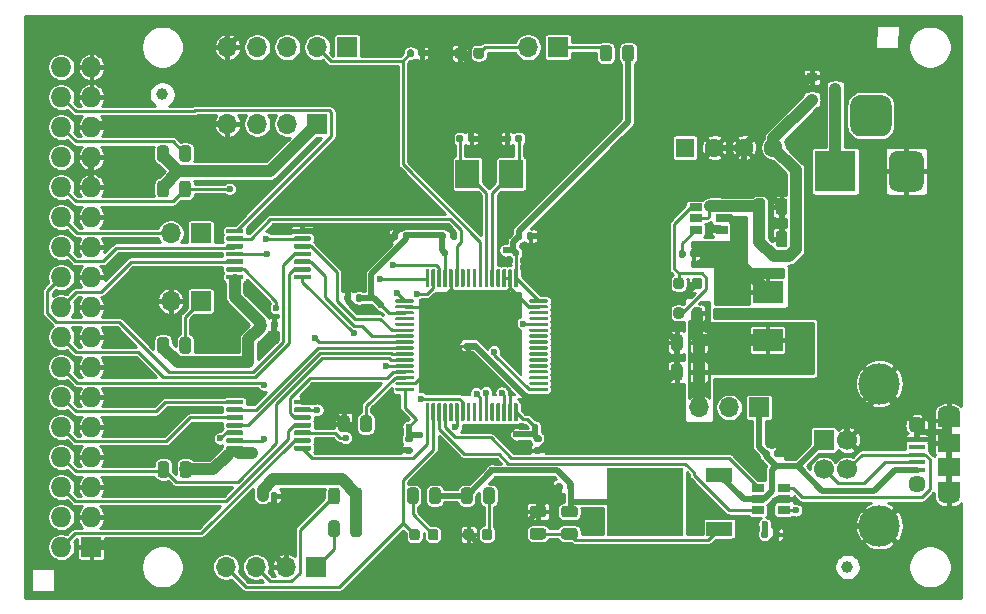
<source format=gbr>
G04 #@! TF.GenerationSoftware,KiCad,Pcbnew,(5.1.6-0-10_14)*
G04 #@! TF.CreationDate,2021-01-09T17:34:30+01:00*
G04 #@! TF.ProjectId,Greaseweazle_F7_Plus_V2,47726561-7365-4776-9561-7a6c655f4637,rev?*
G04 #@! TF.SameCoordinates,Original*
G04 #@! TF.FileFunction,Copper,L1,Top*
G04 #@! TF.FilePolarity,Positive*
%FSLAX46Y46*%
G04 Gerber Fmt 4.6, Leading zero omitted, Abs format (unit mm)*
G04 Created by KiCad (PCBNEW (5.1.6-0-10_14)) date 2021-01-09 17:34:30*
%MOMM*%
%LPD*%
G01*
G04 APERTURE LIST*
G04 #@! TA.AperFunction,EtchedComponent*
%ADD10C,0.600000*%
G04 #@! TD*
G04 #@! TA.AperFunction,EtchedComponent*
%ADD11C,0.250000*%
G04 #@! TD*
G04 #@! TA.AperFunction,SMDPad,CuDef*
%ADD12R,6.400000X5.800000*%
G04 #@! TD*
G04 #@! TA.AperFunction,SMDPad,CuDef*
%ADD13R,2.200000X1.200000*%
G04 #@! TD*
G04 #@! TA.AperFunction,Conductor*
%ADD14C,0.600000*%
G04 #@! TD*
G04 #@! TA.AperFunction,Conductor*
%ADD15C,0.300000*%
G04 #@! TD*
G04 #@! TA.AperFunction,SMDPad,CuDef*
%ADD16R,2.500000X1.900000*%
G04 #@! TD*
G04 #@! TA.AperFunction,SMDPad,CuDef*
%ADD17R,1.060000X0.650000*%
G04 #@! TD*
G04 #@! TA.AperFunction,ComponentPad*
%ADD18O,1.700000X1.700000*%
G04 #@! TD*
G04 #@! TA.AperFunction,ComponentPad*
%ADD19R,1.700000X1.700000*%
G04 #@! TD*
G04 #@! TA.AperFunction,SMDPad,CuDef*
%ADD20R,2.000000X2.400000*%
G04 #@! TD*
G04 #@! TA.AperFunction,SMDPad,CuDef*
%ADD21R,1.900000X1.200000*%
G04 #@! TD*
G04 #@! TA.AperFunction,ComponentPad*
%ADD22O,1.900000X1.200000*%
G04 #@! TD*
G04 #@! TA.AperFunction,SMDPad,CuDef*
%ADD23R,1.900000X1.500000*%
G04 #@! TD*
G04 #@! TA.AperFunction,ComponentPad*
%ADD24C,1.450000*%
G04 #@! TD*
G04 #@! TA.AperFunction,SMDPad,CuDef*
%ADD25R,1.350000X0.400000*%
G04 #@! TD*
G04 #@! TA.AperFunction,SMDPad,CuDef*
%ADD26R,0.900000X0.800000*%
G04 #@! TD*
G04 #@! TA.AperFunction,ComponentPad*
%ADD27R,3.500000X3.500000*%
G04 #@! TD*
G04 #@! TA.AperFunction,ComponentPad*
%ADD28O,1.727200X1.727200*%
G04 #@! TD*
G04 #@! TA.AperFunction,ComponentPad*
%ADD29R,1.727200X1.727200*%
G04 #@! TD*
G04 #@! TA.AperFunction,SMDPad,CuDef*
%ADD30C,1.000000*%
G04 #@! TD*
G04 #@! TA.AperFunction,ComponentPad*
%ADD31C,1.600000*%
G04 #@! TD*
G04 #@! TA.AperFunction,ComponentPad*
%ADD32R,1.600000X1.600000*%
G04 #@! TD*
G04 #@! TA.AperFunction,ComponentPad*
%ADD33C,3.500000*%
G04 #@! TD*
G04 #@! TA.AperFunction,ComponentPad*
%ADD34C,1.700000*%
G04 #@! TD*
G04 #@! TA.AperFunction,ViaPad*
%ADD35C,0.600000*%
G04 #@! TD*
G04 #@! TA.AperFunction,ViaPad*
%ADD36C,0.800000*%
G04 #@! TD*
G04 #@! TA.AperFunction,Conductor*
%ADD37C,0.250000*%
G04 #@! TD*
G04 #@! TA.AperFunction,Conductor*
%ADD38C,0.500000*%
G04 #@! TD*
G04 #@! TA.AperFunction,Conductor*
%ADD39C,0.400600*%
G04 #@! TD*
G04 #@! TA.AperFunction,Conductor*
%ADD40C,0.399800*%
G04 #@! TD*
G04 #@! TA.AperFunction,Conductor*
%ADD41C,1.000000*%
G04 #@! TD*
G04 #@! TA.AperFunction,Conductor*
%ADD42C,0.591000*%
G04 #@! TD*
G04 #@! TA.AperFunction,Conductor*
%ADD43C,0.599800*%
G04 #@! TD*
G04 #@! TA.AperFunction,Conductor*
%ADD44C,0.649800*%
G04 #@! TD*
G04 #@! TA.AperFunction,Conductor*
%ADD45C,0.150000*%
G04 #@! TD*
G04 APERTURE END LIST*
D10*
X188468000Y-128270000D02*
X187731400Y-128270000D01*
D11*
X185941000Y-120409000D02*
X185941000Y-121298000D01*
X193548000Y-135128000D02*
X192919382Y-134499382D01*
X191948000Y-120409000D02*
X191948000Y-121298000D01*
X182880000Y-135128000D02*
X183508618Y-134499382D01*
X208280000Y-116459000D02*
X208280000Y-117348000D01*
X180556000Y-124841000D02*
X181184618Y-125469618D01*
D12*
X202878000Y-141478000D03*
D13*
X209178000Y-139198000D03*
X209178000Y-143758000D03*
G04 #@! TA.AperFunction,SMDPad,CuDef*
G36*
G01*
X194258250Y-142806000D02*
X193345750Y-142806000D01*
G75*
G02*
X193102000Y-142562250I0J243750D01*
G01*
X193102000Y-142074750D01*
G75*
G02*
X193345750Y-141831000I243750J0D01*
G01*
X194258250Y-141831000D01*
G75*
G02*
X194502000Y-142074750I0J-243750D01*
G01*
X194502000Y-142562250D01*
G75*
G02*
X194258250Y-142806000I-243750J0D01*
G01*
G37*
G04 #@! TD.AperFunction*
G04 #@! TA.AperFunction,SMDPad,CuDef*
G36*
G01*
X194258250Y-144681000D02*
X193345750Y-144681000D01*
G75*
G02*
X193102000Y-144437250I0J243750D01*
G01*
X193102000Y-143949750D01*
G75*
G02*
X193345750Y-143706000I243750J0D01*
G01*
X194258250Y-143706000D01*
G75*
G02*
X194502000Y-143949750I0J-243750D01*
G01*
X194502000Y-144437250D01*
G75*
G02*
X194258250Y-144681000I-243750J0D01*
G01*
G37*
G04 #@! TD.AperFunction*
G04 #@! TA.AperFunction,SMDPad,CuDef*
G36*
G01*
X196012750Y-143706000D02*
X196925250Y-143706000D01*
G75*
G02*
X197169000Y-143949750I0J-243750D01*
G01*
X197169000Y-144437250D01*
G75*
G02*
X196925250Y-144681000I-243750J0D01*
G01*
X196012750Y-144681000D01*
G75*
G02*
X195769000Y-144437250I0J243750D01*
G01*
X195769000Y-143949750D01*
G75*
G02*
X196012750Y-143706000I243750J0D01*
G01*
G37*
G04 #@! TD.AperFunction*
G04 #@! TA.AperFunction,SMDPad,CuDef*
G36*
G01*
X196012750Y-141831000D02*
X196925250Y-141831000D01*
G75*
G02*
X197169000Y-142074750I0J-243750D01*
G01*
X197169000Y-142562250D01*
G75*
G02*
X196925250Y-142806000I-243750J0D01*
G01*
X196012750Y-142806000D01*
G75*
G02*
X195769000Y-142562250I0J243750D01*
G01*
X195769000Y-142074750D01*
G75*
G02*
X196012750Y-141831000I243750J0D01*
G01*
G37*
G04 #@! TD.AperFunction*
G04 #@! TA.AperFunction,SMDPad,CuDef*
G36*
G01*
X168875000Y-136850000D02*
X168875000Y-137050000D01*
G75*
G02*
X168775000Y-137150000I-100000J0D01*
G01*
X167500000Y-137150000D01*
G75*
G02*
X167400000Y-137050000I0J100000D01*
G01*
X167400000Y-136850000D01*
G75*
G02*
X167500000Y-136750000I100000J0D01*
G01*
X168775000Y-136750000D01*
G75*
G02*
X168875000Y-136850000I0J-100000D01*
G01*
G37*
G04 #@! TD.AperFunction*
G04 #@! TA.AperFunction,SMDPad,CuDef*
G36*
G01*
X168875000Y-136200000D02*
X168875000Y-136400000D01*
G75*
G02*
X168775000Y-136500000I-100000J0D01*
G01*
X167500000Y-136500000D01*
G75*
G02*
X167400000Y-136400000I0J100000D01*
G01*
X167400000Y-136200000D01*
G75*
G02*
X167500000Y-136100000I100000J0D01*
G01*
X168775000Y-136100000D01*
G75*
G02*
X168875000Y-136200000I0J-100000D01*
G01*
G37*
G04 #@! TD.AperFunction*
G04 #@! TA.AperFunction,SMDPad,CuDef*
G36*
G01*
X168875000Y-135550000D02*
X168875000Y-135750000D01*
G75*
G02*
X168775000Y-135850000I-100000J0D01*
G01*
X167500000Y-135850000D01*
G75*
G02*
X167400000Y-135750000I0J100000D01*
G01*
X167400000Y-135550000D01*
G75*
G02*
X167500000Y-135450000I100000J0D01*
G01*
X168775000Y-135450000D01*
G75*
G02*
X168875000Y-135550000I0J-100000D01*
G01*
G37*
G04 #@! TD.AperFunction*
G04 #@! TA.AperFunction,SMDPad,CuDef*
G36*
G01*
X168875000Y-134900000D02*
X168875000Y-135100000D01*
G75*
G02*
X168775000Y-135200000I-100000J0D01*
G01*
X167500000Y-135200000D01*
G75*
G02*
X167400000Y-135100000I0J100000D01*
G01*
X167400000Y-134900000D01*
G75*
G02*
X167500000Y-134800000I100000J0D01*
G01*
X168775000Y-134800000D01*
G75*
G02*
X168875000Y-134900000I0J-100000D01*
G01*
G37*
G04 #@! TD.AperFunction*
G04 #@! TA.AperFunction,SMDPad,CuDef*
G36*
G01*
X168875000Y-134250000D02*
X168875000Y-134450000D01*
G75*
G02*
X168775000Y-134550000I-100000J0D01*
G01*
X167500000Y-134550000D01*
G75*
G02*
X167400000Y-134450000I0J100000D01*
G01*
X167400000Y-134250000D01*
G75*
G02*
X167500000Y-134150000I100000J0D01*
G01*
X168775000Y-134150000D01*
G75*
G02*
X168875000Y-134250000I0J-100000D01*
G01*
G37*
G04 #@! TD.AperFunction*
G04 #@! TA.AperFunction,SMDPad,CuDef*
G36*
G01*
X168875000Y-133600000D02*
X168875000Y-133800000D01*
G75*
G02*
X168775000Y-133900000I-100000J0D01*
G01*
X167500000Y-133900000D01*
G75*
G02*
X167400000Y-133800000I0J100000D01*
G01*
X167400000Y-133600000D01*
G75*
G02*
X167500000Y-133500000I100000J0D01*
G01*
X168775000Y-133500000D01*
G75*
G02*
X168875000Y-133600000I0J-100000D01*
G01*
G37*
G04 #@! TD.AperFunction*
G04 #@! TA.AperFunction,SMDPad,CuDef*
G36*
G01*
X168875000Y-132950000D02*
X168875000Y-133150000D01*
G75*
G02*
X168775000Y-133250000I-100000J0D01*
G01*
X167500000Y-133250000D01*
G75*
G02*
X167400000Y-133150000I0J100000D01*
G01*
X167400000Y-132950000D01*
G75*
G02*
X167500000Y-132850000I100000J0D01*
G01*
X168775000Y-132850000D01*
G75*
G02*
X168875000Y-132950000I0J-100000D01*
G01*
G37*
G04 #@! TD.AperFunction*
G04 #@! TA.AperFunction,SMDPad,CuDef*
G36*
G01*
X174600000Y-132950000D02*
X174600000Y-133150000D01*
G75*
G02*
X174500000Y-133250000I-100000J0D01*
G01*
X173225000Y-133250000D01*
G75*
G02*
X173125000Y-133150000I0J100000D01*
G01*
X173125000Y-132950000D01*
G75*
G02*
X173225000Y-132850000I100000J0D01*
G01*
X174500000Y-132850000D01*
G75*
G02*
X174600000Y-132950000I0J-100000D01*
G01*
G37*
G04 #@! TD.AperFunction*
G04 #@! TA.AperFunction,SMDPad,CuDef*
G36*
G01*
X174600000Y-133600000D02*
X174600000Y-133800000D01*
G75*
G02*
X174500000Y-133900000I-100000J0D01*
G01*
X173225000Y-133900000D01*
G75*
G02*
X173125000Y-133800000I0J100000D01*
G01*
X173125000Y-133600000D01*
G75*
G02*
X173225000Y-133500000I100000J0D01*
G01*
X174500000Y-133500000D01*
G75*
G02*
X174600000Y-133600000I0J-100000D01*
G01*
G37*
G04 #@! TD.AperFunction*
G04 #@! TA.AperFunction,SMDPad,CuDef*
G36*
G01*
X174600000Y-134250000D02*
X174600000Y-134450000D01*
G75*
G02*
X174500000Y-134550000I-100000J0D01*
G01*
X173225000Y-134550000D01*
G75*
G02*
X173125000Y-134450000I0J100000D01*
G01*
X173125000Y-134250000D01*
G75*
G02*
X173225000Y-134150000I100000J0D01*
G01*
X174500000Y-134150000D01*
G75*
G02*
X174600000Y-134250000I0J-100000D01*
G01*
G37*
G04 #@! TD.AperFunction*
G04 #@! TA.AperFunction,SMDPad,CuDef*
G36*
G01*
X174600000Y-134900000D02*
X174600000Y-135100000D01*
G75*
G02*
X174500000Y-135200000I-100000J0D01*
G01*
X173225000Y-135200000D01*
G75*
G02*
X173125000Y-135100000I0J100000D01*
G01*
X173125000Y-134900000D01*
G75*
G02*
X173225000Y-134800000I100000J0D01*
G01*
X174500000Y-134800000D01*
G75*
G02*
X174600000Y-134900000I0J-100000D01*
G01*
G37*
G04 #@! TD.AperFunction*
G04 #@! TA.AperFunction,SMDPad,CuDef*
G36*
G01*
X174600000Y-135550000D02*
X174600000Y-135750000D01*
G75*
G02*
X174500000Y-135850000I-100000J0D01*
G01*
X173225000Y-135850000D01*
G75*
G02*
X173125000Y-135750000I0J100000D01*
G01*
X173125000Y-135550000D01*
G75*
G02*
X173225000Y-135450000I100000J0D01*
G01*
X174500000Y-135450000D01*
G75*
G02*
X174600000Y-135550000I0J-100000D01*
G01*
G37*
G04 #@! TD.AperFunction*
G04 #@! TA.AperFunction,SMDPad,CuDef*
G36*
G01*
X174600000Y-136200000D02*
X174600000Y-136400000D01*
G75*
G02*
X174500000Y-136500000I-100000J0D01*
G01*
X173225000Y-136500000D01*
G75*
G02*
X173125000Y-136400000I0J100000D01*
G01*
X173125000Y-136200000D01*
G75*
G02*
X173225000Y-136100000I100000J0D01*
G01*
X174500000Y-136100000D01*
G75*
G02*
X174600000Y-136200000I0J-100000D01*
G01*
G37*
G04 #@! TD.AperFunction*
G04 #@! TA.AperFunction,SMDPad,CuDef*
G36*
G01*
X174600000Y-136850000D02*
X174600000Y-137050000D01*
G75*
G02*
X174500000Y-137150000I-100000J0D01*
G01*
X173225000Y-137150000D01*
G75*
G02*
X173125000Y-137050000I0J100000D01*
G01*
X173125000Y-136850000D01*
G75*
G02*
X173225000Y-136750000I100000J0D01*
G01*
X174500000Y-136750000D01*
G75*
G02*
X174600000Y-136850000I0J-100000D01*
G01*
G37*
G04 #@! TD.AperFunction*
G04 #@! TA.AperFunction,SMDPad,CuDef*
G36*
G01*
X168875000Y-122350000D02*
X168875000Y-122550000D01*
G75*
G02*
X168775000Y-122650000I-100000J0D01*
G01*
X167500000Y-122650000D01*
G75*
G02*
X167400000Y-122550000I0J100000D01*
G01*
X167400000Y-122350000D01*
G75*
G02*
X167500000Y-122250000I100000J0D01*
G01*
X168775000Y-122250000D01*
G75*
G02*
X168875000Y-122350000I0J-100000D01*
G01*
G37*
G04 #@! TD.AperFunction*
G04 #@! TA.AperFunction,SMDPad,CuDef*
G36*
G01*
X168875000Y-121700000D02*
X168875000Y-121900000D01*
G75*
G02*
X168775000Y-122000000I-100000J0D01*
G01*
X167500000Y-122000000D01*
G75*
G02*
X167400000Y-121900000I0J100000D01*
G01*
X167400000Y-121700000D01*
G75*
G02*
X167500000Y-121600000I100000J0D01*
G01*
X168775000Y-121600000D01*
G75*
G02*
X168875000Y-121700000I0J-100000D01*
G01*
G37*
G04 #@! TD.AperFunction*
G04 #@! TA.AperFunction,SMDPad,CuDef*
G36*
G01*
X168875000Y-121050000D02*
X168875000Y-121250000D01*
G75*
G02*
X168775000Y-121350000I-100000J0D01*
G01*
X167500000Y-121350000D01*
G75*
G02*
X167400000Y-121250000I0J100000D01*
G01*
X167400000Y-121050000D01*
G75*
G02*
X167500000Y-120950000I100000J0D01*
G01*
X168775000Y-120950000D01*
G75*
G02*
X168875000Y-121050000I0J-100000D01*
G01*
G37*
G04 #@! TD.AperFunction*
G04 #@! TA.AperFunction,SMDPad,CuDef*
G36*
G01*
X168875000Y-120400000D02*
X168875000Y-120600000D01*
G75*
G02*
X168775000Y-120700000I-100000J0D01*
G01*
X167500000Y-120700000D01*
G75*
G02*
X167400000Y-120600000I0J100000D01*
G01*
X167400000Y-120400000D01*
G75*
G02*
X167500000Y-120300000I100000J0D01*
G01*
X168775000Y-120300000D01*
G75*
G02*
X168875000Y-120400000I0J-100000D01*
G01*
G37*
G04 #@! TD.AperFunction*
G04 #@! TA.AperFunction,SMDPad,CuDef*
G36*
G01*
X168875000Y-119750000D02*
X168875000Y-119950000D01*
G75*
G02*
X168775000Y-120050000I-100000J0D01*
G01*
X167500000Y-120050000D01*
G75*
G02*
X167400000Y-119950000I0J100000D01*
G01*
X167400000Y-119750000D01*
G75*
G02*
X167500000Y-119650000I100000J0D01*
G01*
X168775000Y-119650000D01*
G75*
G02*
X168875000Y-119750000I0J-100000D01*
G01*
G37*
G04 #@! TD.AperFunction*
G04 #@! TA.AperFunction,SMDPad,CuDef*
G36*
G01*
X168875000Y-119100000D02*
X168875000Y-119300000D01*
G75*
G02*
X168775000Y-119400000I-100000J0D01*
G01*
X167500000Y-119400000D01*
G75*
G02*
X167400000Y-119300000I0J100000D01*
G01*
X167400000Y-119100000D01*
G75*
G02*
X167500000Y-119000000I100000J0D01*
G01*
X168775000Y-119000000D01*
G75*
G02*
X168875000Y-119100000I0J-100000D01*
G01*
G37*
G04 #@! TD.AperFunction*
G04 #@! TA.AperFunction,SMDPad,CuDef*
G36*
G01*
X168875000Y-118450000D02*
X168875000Y-118650000D01*
G75*
G02*
X168775000Y-118750000I-100000J0D01*
G01*
X167500000Y-118750000D01*
G75*
G02*
X167400000Y-118650000I0J100000D01*
G01*
X167400000Y-118450000D01*
G75*
G02*
X167500000Y-118350000I100000J0D01*
G01*
X168775000Y-118350000D01*
G75*
G02*
X168875000Y-118450000I0J-100000D01*
G01*
G37*
G04 #@! TD.AperFunction*
G04 #@! TA.AperFunction,SMDPad,CuDef*
G36*
G01*
X174600000Y-118450000D02*
X174600000Y-118650000D01*
G75*
G02*
X174500000Y-118750000I-100000J0D01*
G01*
X173225000Y-118750000D01*
G75*
G02*
X173125000Y-118650000I0J100000D01*
G01*
X173125000Y-118450000D01*
G75*
G02*
X173225000Y-118350000I100000J0D01*
G01*
X174500000Y-118350000D01*
G75*
G02*
X174600000Y-118450000I0J-100000D01*
G01*
G37*
G04 #@! TD.AperFunction*
G04 #@! TA.AperFunction,SMDPad,CuDef*
G36*
G01*
X174600000Y-119100000D02*
X174600000Y-119300000D01*
G75*
G02*
X174500000Y-119400000I-100000J0D01*
G01*
X173225000Y-119400000D01*
G75*
G02*
X173125000Y-119300000I0J100000D01*
G01*
X173125000Y-119100000D01*
G75*
G02*
X173225000Y-119000000I100000J0D01*
G01*
X174500000Y-119000000D01*
G75*
G02*
X174600000Y-119100000I0J-100000D01*
G01*
G37*
G04 #@! TD.AperFunction*
G04 #@! TA.AperFunction,SMDPad,CuDef*
G36*
G01*
X174600000Y-119750000D02*
X174600000Y-119950000D01*
G75*
G02*
X174500000Y-120050000I-100000J0D01*
G01*
X173225000Y-120050000D01*
G75*
G02*
X173125000Y-119950000I0J100000D01*
G01*
X173125000Y-119750000D01*
G75*
G02*
X173225000Y-119650000I100000J0D01*
G01*
X174500000Y-119650000D01*
G75*
G02*
X174600000Y-119750000I0J-100000D01*
G01*
G37*
G04 #@! TD.AperFunction*
G04 #@! TA.AperFunction,SMDPad,CuDef*
G36*
G01*
X174600000Y-120400000D02*
X174600000Y-120600000D01*
G75*
G02*
X174500000Y-120700000I-100000J0D01*
G01*
X173225000Y-120700000D01*
G75*
G02*
X173125000Y-120600000I0J100000D01*
G01*
X173125000Y-120400000D01*
G75*
G02*
X173225000Y-120300000I100000J0D01*
G01*
X174500000Y-120300000D01*
G75*
G02*
X174600000Y-120400000I0J-100000D01*
G01*
G37*
G04 #@! TD.AperFunction*
G04 #@! TA.AperFunction,SMDPad,CuDef*
G36*
G01*
X174600000Y-121050000D02*
X174600000Y-121250000D01*
G75*
G02*
X174500000Y-121350000I-100000J0D01*
G01*
X173225000Y-121350000D01*
G75*
G02*
X173125000Y-121250000I0J100000D01*
G01*
X173125000Y-121050000D01*
G75*
G02*
X173225000Y-120950000I100000J0D01*
G01*
X174500000Y-120950000D01*
G75*
G02*
X174600000Y-121050000I0J-100000D01*
G01*
G37*
G04 #@! TD.AperFunction*
G04 #@! TA.AperFunction,SMDPad,CuDef*
G36*
G01*
X174600000Y-121700000D02*
X174600000Y-121900000D01*
G75*
G02*
X174500000Y-122000000I-100000J0D01*
G01*
X173225000Y-122000000D01*
G75*
G02*
X173125000Y-121900000I0J100000D01*
G01*
X173125000Y-121700000D01*
G75*
G02*
X173225000Y-121600000I100000J0D01*
G01*
X174500000Y-121600000D01*
G75*
G02*
X174600000Y-121700000I0J-100000D01*
G01*
G37*
G04 #@! TD.AperFunction*
G04 #@! TA.AperFunction,SMDPad,CuDef*
G36*
G01*
X174600000Y-122350000D02*
X174600000Y-122550000D01*
G75*
G02*
X174500000Y-122650000I-100000J0D01*
G01*
X173225000Y-122650000D01*
G75*
G02*
X173125000Y-122550000I0J100000D01*
G01*
X173125000Y-122350000D01*
G75*
G02*
X173225000Y-122250000I100000J0D01*
G01*
X174500000Y-122250000D01*
G75*
G02*
X174600000Y-122350000I0J-100000D01*
G01*
G37*
G04 #@! TD.AperFunction*
D14*
X188468000Y-128270000D03*
D15*
X187579000Y-128270000D03*
D14*
X185941000Y-120409000D03*
D15*
X185941000Y-121298000D03*
D14*
X193548000Y-135128000D03*
D15*
X192919382Y-134499382D03*
D14*
X191948000Y-120409000D03*
D15*
X191948000Y-121298000D03*
D14*
X182880000Y-135128000D03*
D15*
X183508618Y-134499382D03*
D14*
X208280000Y-116459000D03*
D15*
X208280000Y-117348000D03*
D14*
X180556000Y-124841000D03*
D15*
X181184618Y-125469618D03*
G04 #@! TA.AperFunction,SMDPad,CuDef*
G36*
G01*
X177028000Y-140543750D02*
X177028000Y-141456250D01*
G75*
G02*
X176784250Y-141700000I-243750J0D01*
G01*
X176296750Y-141700000D01*
G75*
G02*
X176053000Y-141456250I0J243750D01*
G01*
X176053000Y-140543750D01*
G75*
G02*
X176296750Y-140300000I243750J0D01*
G01*
X176784250Y-140300000D01*
G75*
G02*
X177028000Y-140543750I0J-243750D01*
G01*
G37*
G04 #@! TD.AperFunction*
G04 #@! TA.AperFunction,SMDPad,CuDef*
G36*
G01*
X178903000Y-140543750D02*
X178903000Y-141456250D01*
G75*
G02*
X178659250Y-141700000I-243750J0D01*
G01*
X178171750Y-141700000D01*
G75*
G02*
X177928000Y-141456250I0J243750D01*
G01*
X177928000Y-140543750D01*
G75*
G02*
X178171750Y-140300000I243750J0D01*
G01*
X178659250Y-140300000D01*
G75*
G02*
X178903000Y-140543750I0J-243750D01*
G01*
G37*
G04 #@! TD.AperFunction*
G04 #@! TA.AperFunction,SMDPad,CuDef*
G36*
G01*
X177028000Y-143307750D02*
X177028000Y-144220250D01*
G75*
G02*
X176784250Y-144464000I-243750J0D01*
G01*
X176296750Y-144464000D01*
G75*
G02*
X176053000Y-144220250I0J243750D01*
G01*
X176053000Y-143307750D01*
G75*
G02*
X176296750Y-143064000I243750J0D01*
G01*
X176784250Y-143064000D01*
G75*
G02*
X177028000Y-143307750I0J-243750D01*
G01*
G37*
G04 #@! TD.AperFunction*
G04 #@! TA.AperFunction,SMDPad,CuDef*
G36*
G01*
X178903000Y-143307750D02*
X178903000Y-144220250D01*
G75*
G02*
X178659250Y-144464000I-243750J0D01*
G01*
X178171750Y-144464000D01*
G75*
G02*
X177928000Y-144220250I0J243750D01*
G01*
X177928000Y-143307750D01*
G75*
G02*
X178171750Y-143064000I243750J0D01*
G01*
X178659250Y-143064000D01*
G75*
G02*
X178903000Y-143307750I0J-243750D01*
G01*
G37*
G04 #@! TD.AperFunction*
G04 #@! TA.AperFunction,SMDPad,CuDef*
G36*
G01*
X183700000Y-140513750D02*
X183700000Y-141426250D01*
G75*
G02*
X183456250Y-141670000I-243750J0D01*
G01*
X182968750Y-141670000D01*
G75*
G02*
X182725000Y-141426250I0J243750D01*
G01*
X182725000Y-140513750D01*
G75*
G02*
X182968750Y-140270000I243750J0D01*
G01*
X183456250Y-140270000D01*
G75*
G02*
X183700000Y-140513750I0J-243750D01*
G01*
G37*
G04 #@! TD.AperFunction*
G04 #@! TA.AperFunction,SMDPad,CuDef*
G36*
G01*
X185575000Y-140513750D02*
X185575000Y-141426250D01*
G75*
G02*
X185331250Y-141670000I-243750J0D01*
G01*
X184843750Y-141670000D01*
G75*
G02*
X184600000Y-141426250I0J243750D01*
G01*
X184600000Y-140513750D01*
G75*
G02*
X184843750Y-140270000I243750J0D01*
G01*
X185331250Y-140270000D01*
G75*
G02*
X185575000Y-140513750I0J-243750D01*
G01*
G37*
G04 #@! TD.AperFunction*
G04 #@! TA.AperFunction,SMDPad,CuDef*
G36*
G01*
X189172000Y-141426250D02*
X189172000Y-140513750D01*
G75*
G02*
X189415750Y-140270000I243750J0D01*
G01*
X189903250Y-140270000D01*
G75*
G02*
X190147000Y-140513750I0J-243750D01*
G01*
X190147000Y-141426250D01*
G75*
G02*
X189903250Y-141670000I-243750J0D01*
G01*
X189415750Y-141670000D01*
G75*
G02*
X189172000Y-141426250I0J243750D01*
G01*
G37*
G04 #@! TD.AperFunction*
G04 #@! TA.AperFunction,SMDPad,CuDef*
G36*
G01*
X187297000Y-141426250D02*
X187297000Y-140513750D01*
G75*
G02*
X187540750Y-140270000I243750J0D01*
G01*
X188028250Y-140270000D01*
G75*
G02*
X188272000Y-140513750I0J-243750D01*
G01*
X188272000Y-141426250D01*
G75*
G02*
X188028250Y-141670000I-243750J0D01*
G01*
X187540750Y-141670000D01*
G75*
G02*
X187297000Y-141426250I0J243750D01*
G01*
G37*
G04 #@! TD.AperFunction*
G04 #@! TA.AperFunction,SMDPad,CuDef*
G36*
G01*
X163450000Y-112456250D02*
X163450000Y-111543750D01*
G75*
G02*
X163693750Y-111300000I243750J0D01*
G01*
X164181250Y-111300000D01*
G75*
G02*
X164425000Y-111543750I0J-243750D01*
G01*
X164425000Y-112456250D01*
G75*
G02*
X164181250Y-112700000I-243750J0D01*
G01*
X163693750Y-112700000D01*
G75*
G02*
X163450000Y-112456250I0J243750D01*
G01*
G37*
G04 #@! TD.AperFunction*
G04 #@! TA.AperFunction,SMDPad,CuDef*
G36*
G01*
X161575000Y-112456250D02*
X161575000Y-111543750D01*
G75*
G02*
X161818750Y-111300000I243750J0D01*
G01*
X162306250Y-111300000D01*
G75*
G02*
X162550000Y-111543750I0J-243750D01*
G01*
X162550000Y-112456250D01*
G75*
G02*
X162306250Y-112700000I-243750J0D01*
G01*
X161818750Y-112700000D01*
G75*
G02*
X161575000Y-112456250I0J243750D01*
G01*
G37*
G04 #@! TD.AperFunction*
G04 #@! TA.AperFunction,SMDPad,CuDef*
G36*
G01*
X163450000Y-128706250D02*
X163450000Y-127793750D01*
G75*
G02*
X163693750Y-127550000I243750J0D01*
G01*
X164181250Y-127550000D01*
G75*
G02*
X164425000Y-127793750I0J-243750D01*
G01*
X164425000Y-128706250D01*
G75*
G02*
X164181250Y-128950000I-243750J0D01*
G01*
X163693750Y-128950000D01*
G75*
G02*
X163450000Y-128706250I0J243750D01*
G01*
G37*
G04 #@! TD.AperFunction*
G04 #@! TA.AperFunction,SMDPad,CuDef*
G36*
G01*
X161575000Y-128706250D02*
X161575000Y-127793750D01*
G75*
G02*
X161818750Y-127550000I243750J0D01*
G01*
X162306250Y-127550000D01*
G75*
G02*
X162550000Y-127793750I0J-243750D01*
G01*
X162550000Y-128706250D01*
G75*
G02*
X162306250Y-128950000I-243750J0D01*
G01*
X161818750Y-128950000D01*
G75*
G02*
X161575000Y-128706250I0J243750D01*
G01*
G37*
G04 #@! TD.AperFunction*
G04 #@! TA.AperFunction,SMDPad,CuDef*
G36*
G01*
X163450000Y-115456250D02*
X163450000Y-114543750D01*
G75*
G02*
X163693750Y-114300000I243750J0D01*
G01*
X164181250Y-114300000D01*
G75*
G02*
X164425000Y-114543750I0J-243750D01*
G01*
X164425000Y-115456250D01*
G75*
G02*
X164181250Y-115700000I-243750J0D01*
G01*
X163693750Y-115700000D01*
G75*
G02*
X163450000Y-115456250I0J243750D01*
G01*
G37*
G04 #@! TD.AperFunction*
G04 #@! TA.AperFunction,SMDPad,CuDef*
G36*
G01*
X161575000Y-115456250D02*
X161575000Y-114543750D01*
G75*
G02*
X161818750Y-114300000I243750J0D01*
G01*
X162306250Y-114300000D01*
G75*
G02*
X162550000Y-114543750I0J-243750D01*
G01*
X162550000Y-115456250D01*
G75*
G02*
X162306250Y-115700000I-243750J0D01*
G01*
X161818750Y-115700000D01*
G75*
G02*
X161575000Y-115456250I0J243750D01*
G01*
G37*
G04 #@! TD.AperFunction*
G04 #@! TA.AperFunction,SMDPad,CuDef*
G36*
G01*
X162580000Y-138293750D02*
X162580000Y-139206250D01*
G75*
G02*
X162336250Y-139450000I-243750J0D01*
G01*
X161848750Y-139450000D01*
G75*
G02*
X161605000Y-139206250I0J243750D01*
G01*
X161605000Y-138293750D01*
G75*
G02*
X161848750Y-138050000I243750J0D01*
G01*
X162336250Y-138050000D01*
G75*
G02*
X162580000Y-138293750I0J-243750D01*
G01*
G37*
G04 #@! TD.AperFunction*
G04 #@! TA.AperFunction,SMDPad,CuDef*
G36*
G01*
X164455000Y-138293750D02*
X164455000Y-139206250D01*
G75*
G02*
X164211250Y-139450000I-243750J0D01*
G01*
X163723750Y-139450000D01*
G75*
G02*
X163480000Y-139206250I0J243750D01*
G01*
X163480000Y-138293750D01*
G75*
G02*
X163723750Y-138050000I243750J0D01*
G01*
X164211250Y-138050000D01*
G75*
G02*
X164455000Y-138293750I0J-243750D01*
G01*
G37*
G04 #@! TD.AperFunction*
G04 #@! TA.AperFunction,SMDPad,CuDef*
G36*
G01*
X187650000Y-103243750D02*
X187650000Y-103756250D01*
G75*
G02*
X187431250Y-103975000I-218750J0D01*
G01*
X186993750Y-103975000D01*
G75*
G02*
X186775000Y-103756250I0J218750D01*
G01*
X186775000Y-103243750D01*
G75*
G02*
X186993750Y-103025000I218750J0D01*
G01*
X187431250Y-103025000D01*
G75*
G02*
X187650000Y-103243750I0J-218750D01*
G01*
G37*
G04 #@! TD.AperFunction*
G04 #@! TA.AperFunction,SMDPad,CuDef*
G36*
G01*
X189225000Y-103243750D02*
X189225000Y-103756250D01*
G75*
G02*
X189006250Y-103975000I-218750J0D01*
G01*
X188568750Y-103975000D01*
G75*
G02*
X188350000Y-103756250I0J218750D01*
G01*
X188350000Y-103243750D01*
G75*
G02*
X188568750Y-103025000I218750J0D01*
G01*
X189006250Y-103025000D01*
G75*
G02*
X189225000Y-103243750I0J-218750D01*
G01*
G37*
G04 #@! TD.AperFunction*
G04 #@! TA.AperFunction,SMDPad,CuDef*
G36*
G01*
X200050000Y-103043750D02*
X200050000Y-103956250D01*
G75*
G02*
X199806250Y-104200000I-243750J0D01*
G01*
X199318750Y-104200000D01*
G75*
G02*
X199075000Y-103956250I0J243750D01*
G01*
X199075000Y-103043750D01*
G75*
G02*
X199318750Y-102800000I243750J0D01*
G01*
X199806250Y-102800000D01*
G75*
G02*
X200050000Y-103043750I0J-243750D01*
G01*
G37*
G04 #@! TD.AperFunction*
G04 #@! TA.AperFunction,SMDPad,CuDef*
G36*
G01*
X201925000Y-103043750D02*
X201925000Y-103956250D01*
G75*
G02*
X201681250Y-104200000I-243750J0D01*
G01*
X201193750Y-104200000D01*
G75*
G02*
X200950000Y-103956250I0J243750D01*
G01*
X200950000Y-103043750D01*
G75*
G02*
X201193750Y-102800000I243750J0D01*
G01*
X201681250Y-102800000D01*
G75*
G02*
X201925000Y-103043750I0J-243750D01*
G01*
G37*
G04 #@! TD.AperFunction*
G04 #@! TA.AperFunction,SMDPad,CuDef*
G36*
G01*
X206850000Y-123256250D02*
X206850000Y-122743750D01*
G75*
G02*
X207068750Y-122525000I218750J0D01*
G01*
X207506250Y-122525000D01*
G75*
G02*
X207725000Y-122743750I0J-218750D01*
G01*
X207725000Y-123256250D01*
G75*
G02*
X207506250Y-123475000I-218750J0D01*
G01*
X207068750Y-123475000D01*
G75*
G02*
X206850000Y-123256250I0J218750D01*
G01*
G37*
G04 #@! TD.AperFunction*
G04 #@! TA.AperFunction,SMDPad,CuDef*
G36*
G01*
X205275000Y-123256250D02*
X205275000Y-122743750D01*
G75*
G02*
X205493750Y-122525000I218750J0D01*
G01*
X205931250Y-122525000D01*
G75*
G02*
X206150000Y-122743750I0J-218750D01*
G01*
X206150000Y-123256250D01*
G75*
G02*
X205931250Y-123475000I-218750J0D01*
G01*
X205493750Y-123475000D01*
G75*
G02*
X205275000Y-123256250I0J218750D01*
G01*
G37*
G04 #@! TD.AperFunction*
G04 #@! TA.AperFunction,SMDPad,CuDef*
G36*
G01*
X206150000Y-125243750D02*
X206150000Y-125756250D01*
G75*
G02*
X205931250Y-125975000I-218750J0D01*
G01*
X205493750Y-125975000D01*
G75*
G02*
X205275000Y-125756250I0J218750D01*
G01*
X205275000Y-125243750D01*
G75*
G02*
X205493750Y-125025000I218750J0D01*
G01*
X205931250Y-125025000D01*
G75*
G02*
X206150000Y-125243750I0J-218750D01*
G01*
G37*
G04 #@! TD.AperFunction*
G04 #@! TA.AperFunction,SMDPad,CuDef*
G36*
G01*
X207725000Y-125243750D02*
X207725000Y-125756250D01*
G75*
G02*
X207506250Y-125975000I-218750J0D01*
G01*
X207068750Y-125975000D01*
G75*
G02*
X206850000Y-125756250I0J218750D01*
G01*
X206850000Y-125243750D01*
G75*
G02*
X207068750Y-125025000I218750J0D01*
G01*
X207506250Y-125025000D01*
G75*
G02*
X207725000Y-125243750I0J-218750D01*
G01*
G37*
G04 #@! TD.AperFunction*
D16*
X213250000Y-127800000D03*
X213250000Y-123700000D03*
G04 #@! TA.AperFunction,SMDPad,CuDef*
G36*
G01*
X184500000Y-144528250D02*
X184500000Y-144015750D01*
G75*
G02*
X184718750Y-143797000I218750J0D01*
G01*
X185156250Y-143797000D01*
G75*
G02*
X185375000Y-144015750I0J-218750D01*
G01*
X185375000Y-144528250D01*
G75*
G02*
X185156250Y-144747000I-218750J0D01*
G01*
X184718750Y-144747000D01*
G75*
G02*
X184500000Y-144528250I0J218750D01*
G01*
G37*
G04 #@! TD.AperFunction*
G04 #@! TA.AperFunction,SMDPad,CuDef*
G36*
G01*
X182925000Y-144528250D02*
X182925000Y-144015750D01*
G75*
G02*
X183143750Y-143797000I218750J0D01*
G01*
X183581250Y-143797000D01*
G75*
G02*
X183800000Y-144015750I0J-218750D01*
G01*
X183800000Y-144528250D01*
G75*
G02*
X183581250Y-144747000I-218750J0D01*
G01*
X183143750Y-144747000D01*
G75*
G02*
X182925000Y-144528250I0J218750D01*
G01*
G37*
G04 #@! TD.AperFunction*
G04 #@! TA.AperFunction,SMDPad,CuDef*
G36*
G01*
X189072000Y-144506250D02*
X189072000Y-143993750D01*
G75*
G02*
X189290750Y-143775000I218750J0D01*
G01*
X189728250Y-143775000D01*
G75*
G02*
X189947000Y-143993750I0J-218750D01*
G01*
X189947000Y-144506250D01*
G75*
G02*
X189728250Y-144725000I-218750J0D01*
G01*
X189290750Y-144725000D01*
G75*
G02*
X189072000Y-144506250I0J218750D01*
G01*
G37*
G04 #@! TD.AperFunction*
G04 #@! TA.AperFunction,SMDPad,CuDef*
G36*
G01*
X187497000Y-144506250D02*
X187497000Y-143993750D01*
G75*
G02*
X187715750Y-143775000I218750J0D01*
G01*
X188153250Y-143775000D01*
G75*
G02*
X188372000Y-143993750I0J-218750D01*
G01*
X188372000Y-144506250D01*
G75*
G02*
X188153250Y-144725000I-218750J0D01*
G01*
X187715750Y-144725000D01*
G75*
G02*
X187497000Y-144506250I0J218750D01*
G01*
G37*
G04 #@! TD.AperFunction*
G04 #@! TA.AperFunction,SMDPad,CuDef*
G36*
G01*
X171190000Y-126672500D02*
X171190000Y-126327500D01*
G75*
G02*
X171337500Y-126180000I147500J0D01*
G01*
X171632500Y-126180000D01*
G75*
G02*
X171780000Y-126327500I0J-147500D01*
G01*
X171780000Y-126672500D01*
G75*
G02*
X171632500Y-126820000I-147500J0D01*
G01*
X171337500Y-126820000D01*
G75*
G02*
X171190000Y-126672500I0J147500D01*
G01*
G37*
G04 #@! TD.AperFunction*
G04 #@! TA.AperFunction,SMDPad,CuDef*
G36*
G01*
X170220000Y-126672500D02*
X170220000Y-126327500D01*
G75*
G02*
X170367500Y-126180000I147500J0D01*
G01*
X170662500Y-126180000D01*
G75*
G02*
X170810000Y-126327500I0J-147500D01*
G01*
X170810000Y-126672500D01*
G75*
G02*
X170662500Y-126820000I-147500J0D01*
G01*
X170367500Y-126820000D01*
G75*
G02*
X170220000Y-126672500I0J147500D01*
G01*
G37*
G04 #@! TD.AperFunction*
G04 #@! TA.AperFunction,SMDPad,CuDef*
G36*
G01*
X171190000Y-141172500D02*
X171190000Y-140827500D01*
G75*
G02*
X171337500Y-140680000I147500J0D01*
G01*
X171632500Y-140680000D01*
G75*
G02*
X171780000Y-140827500I0J-147500D01*
G01*
X171780000Y-141172500D01*
G75*
G02*
X171632500Y-141320000I-147500J0D01*
G01*
X171337500Y-141320000D01*
G75*
G02*
X171190000Y-141172500I0J147500D01*
G01*
G37*
G04 #@! TD.AperFunction*
G04 #@! TA.AperFunction,SMDPad,CuDef*
G36*
G01*
X170220000Y-141172500D02*
X170220000Y-140827500D01*
G75*
G02*
X170367500Y-140680000I147500J0D01*
G01*
X170662500Y-140680000D01*
G75*
G02*
X170810000Y-140827500I0J-147500D01*
G01*
X170810000Y-141172500D01*
G75*
G02*
X170662500Y-141320000I-147500J0D01*
G01*
X170367500Y-141320000D01*
G75*
G02*
X170220000Y-141172500I0J147500D01*
G01*
G37*
G04 #@! TD.AperFunction*
G04 #@! TA.AperFunction,SMDPad,CuDef*
G36*
G01*
X193629500Y-136842000D02*
X193974500Y-136842000D01*
G75*
G02*
X194122000Y-136989500I0J-147500D01*
G01*
X194122000Y-137284500D01*
G75*
G02*
X193974500Y-137432000I-147500J0D01*
G01*
X193629500Y-137432000D01*
G75*
G02*
X193482000Y-137284500I0J147500D01*
G01*
X193482000Y-136989500D01*
G75*
G02*
X193629500Y-136842000I147500J0D01*
G01*
G37*
G04 #@! TD.AperFunction*
G04 #@! TA.AperFunction,SMDPad,CuDef*
G36*
G01*
X193629500Y-135872000D02*
X193974500Y-135872000D01*
G75*
G02*
X194122000Y-136019500I0J-147500D01*
G01*
X194122000Y-136314500D01*
G75*
G02*
X193974500Y-136462000I-147500J0D01*
G01*
X193629500Y-136462000D01*
G75*
G02*
X193482000Y-136314500I0J147500D01*
G01*
X193482000Y-136019500D01*
G75*
G02*
X193629500Y-135872000I147500J0D01*
G01*
G37*
G04 #@! TD.AperFunction*
G04 #@! TA.AperFunction,SMDPad,CuDef*
G36*
G01*
X182707500Y-136842000D02*
X183052500Y-136842000D01*
G75*
G02*
X183200000Y-136989500I0J-147500D01*
G01*
X183200000Y-137284500D01*
G75*
G02*
X183052500Y-137432000I-147500J0D01*
G01*
X182707500Y-137432000D01*
G75*
G02*
X182560000Y-137284500I0J147500D01*
G01*
X182560000Y-136989500D01*
G75*
G02*
X182707500Y-136842000I147500J0D01*
G01*
G37*
G04 #@! TD.AperFunction*
G04 #@! TA.AperFunction,SMDPad,CuDef*
G36*
G01*
X182707500Y-135872000D02*
X183052500Y-135872000D01*
G75*
G02*
X183200000Y-136019500I0J-147500D01*
G01*
X183200000Y-136314500D01*
G75*
G02*
X183052500Y-136462000I-147500J0D01*
G01*
X182707500Y-136462000D01*
G75*
G02*
X182560000Y-136314500I0J147500D01*
G01*
X182560000Y-136019500D01*
G75*
G02*
X182707500Y-135872000I147500J0D01*
G01*
G37*
G04 #@! TD.AperFunction*
G04 #@! TA.AperFunction,SMDPad,CuDef*
G36*
G01*
X178000000Y-124049500D02*
X178000000Y-124394500D01*
G75*
G02*
X177852500Y-124542000I-147500J0D01*
G01*
X177557500Y-124542000D01*
G75*
G02*
X177410000Y-124394500I0J147500D01*
G01*
X177410000Y-124049500D01*
G75*
G02*
X177557500Y-123902000I147500J0D01*
G01*
X177852500Y-123902000D01*
G75*
G02*
X178000000Y-124049500I0J-147500D01*
G01*
G37*
G04 #@! TD.AperFunction*
G04 #@! TA.AperFunction,SMDPad,CuDef*
G36*
G01*
X178970000Y-124049500D02*
X178970000Y-124394500D01*
G75*
G02*
X178822500Y-124542000I-147500J0D01*
G01*
X178527500Y-124542000D01*
G75*
G02*
X178380000Y-124394500I0J147500D01*
G01*
X178380000Y-124049500D01*
G75*
G02*
X178527500Y-123902000I147500J0D01*
G01*
X178822500Y-123902000D01*
G75*
G02*
X178970000Y-124049500I0J-147500D01*
G01*
G37*
G04 #@! TD.AperFunction*
G04 #@! TA.AperFunction,SMDPad,CuDef*
G36*
G01*
X192880000Y-119156500D02*
X192880000Y-118811500D01*
G75*
G02*
X193027500Y-118664000I147500J0D01*
G01*
X193322500Y-118664000D01*
G75*
G02*
X193470000Y-118811500I0J-147500D01*
G01*
X193470000Y-119156500D01*
G75*
G02*
X193322500Y-119304000I-147500J0D01*
G01*
X193027500Y-119304000D01*
G75*
G02*
X192880000Y-119156500I0J147500D01*
G01*
G37*
G04 #@! TD.AperFunction*
G04 #@! TA.AperFunction,SMDPad,CuDef*
G36*
G01*
X191910000Y-119156500D02*
X191910000Y-118811500D01*
G75*
G02*
X192057500Y-118664000I147500J0D01*
G01*
X192352500Y-118664000D01*
G75*
G02*
X192500000Y-118811500I0J-147500D01*
G01*
X192500000Y-119156500D01*
G75*
G02*
X192352500Y-119304000I-147500J0D01*
G01*
X192057500Y-119304000D01*
G75*
G02*
X191910000Y-119156500I0J147500D01*
G01*
G37*
G04 #@! TD.AperFunction*
G04 #@! TA.AperFunction,SMDPad,CuDef*
G36*
G01*
X187880000Y-110902500D02*
X187880000Y-110557500D01*
G75*
G02*
X188027500Y-110410000I147500J0D01*
G01*
X188322500Y-110410000D01*
G75*
G02*
X188470000Y-110557500I0J-147500D01*
G01*
X188470000Y-110902500D01*
G75*
G02*
X188322500Y-111050000I-147500J0D01*
G01*
X188027500Y-111050000D01*
G75*
G02*
X187880000Y-110902500I0J147500D01*
G01*
G37*
G04 #@! TD.AperFunction*
G04 #@! TA.AperFunction,SMDPad,CuDef*
G36*
G01*
X186910000Y-110902500D02*
X186910000Y-110557500D01*
G75*
G02*
X187057500Y-110410000I147500J0D01*
G01*
X187352500Y-110410000D01*
G75*
G02*
X187500000Y-110557500I0J-147500D01*
G01*
X187500000Y-110902500D01*
G75*
G02*
X187352500Y-111050000I-147500J0D01*
G01*
X187057500Y-111050000D01*
G75*
G02*
X186910000Y-110902500I0J147500D01*
G01*
G37*
G04 #@! TD.AperFunction*
G04 #@! TA.AperFunction,SMDPad,CuDef*
G36*
G01*
X191500000Y-110557500D02*
X191500000Y-110902500D01*
G75*
G02*
X191352500Y-111050000I-147500J0D01*
G01*
X191057500Y-111050000D01*
G75*
G02*
X190910000Y-110902500I0J147500D01*
G01*
X190910000Y-110557500D01*
G75*
G02*
X191057500Y-110410000I147500J0D01*
G01*
X191352500Y-110410000D01*
G75*
G02*
X191500000Y-110557500I0J-147500D01*
G01*
G37*
G04 #@! TD.AperFunction*
G04 #@! TA.AperFunction,SMDPad,CuDef*
G36*
G01*
X192470000Y-110557500D02*
X192470000Y-110902500D01*
G75*
G02*
X192322500Y-111050000I-147500J0D01*
G01*
X192027500Y-111050000D01*
G75*
G02*
X191880000Y-110902500I0J147500D01*
G01*
X191880000Y-110557500D01*
G75*
G02*
X192027500Y-110410000I147500J0D01*
G01*
X192322500Y-110410000D01*
G75*
G02*
X192470000Y-110557500I0J-147500D01*
G01*
G37*
G04 #@! TD.AperFunction*
G04 #@! TA.AperFunction,SMDPad,CuDef*
G36*
G01*
X182000000Y-118811500D02*
X182000000Y-119156500D01*
G75*
G02*
X181852500Y-119304000I-147500J0D01*
G01*
X181557500Y-119304000D01*
G75*
G02*
X181410000Y-119156500I0J147500D01*
G01*
X181410000Y-118811500D01*
G75*
G02*
X181557500Y-118664000I147500J0D01*
G01*
X181852500Y-118664000D01*
G75*
G02*
X182000000Y-118811500I0J-147500D01*
G01*
G37*
G04 #@! TD.AperFunction*
G04 #@! TA.AperFunction,SMDPad,CuDef*
G36*
G01*
X182970000Y-118811500D02*
X182970000Y-119156500D01*
G75*
G02*
X182822500Y-119304000I-147500J0D01*
G01*
X182527500Y-119304000D01*
G75*
G02*
X182380000Y-119156500I0J147500D01*
G01*
X182380000Y-118811500D01*
G75*
G02*
X182527500Y-118664000I147500J0D01*
G01*
X182822500Y-118664000D01*
G75*
G02*
X182970000Y-118811500I0J-147500D01*
G01*
G37*
G04 #@! TD.AperFunction*
G04 #@! TA.AperFunction,SMDPad,CuDef*
G36*
G01*
X186380000Y-119156500D02*
X186380000Y-118811500D01*
G75*
G02*
X186527500Y-118664000I147500J0D01*
G01*
X186822500Y-118664000D01*
G75*
G02*
X186970000Y-118811500I0J-147500D01*
G01*
X186970000Y-119156500D01*
G75*
G02*
X186822500Y-119304000I-147500J0D01*
G01*
X186527500Y-119304000D01*
G75*
G02*
X186380000Y-119156500I0J147500D01*
G01*
G37*
G04 #@! TD.AperFunction*
G04 #@! TA.AperFunction,SMDPad,CuDef*
G36*
G01*
X185410000Y-119156500D02*
X185410000Y-118811500D01*
G75*
G02*
X185557500Y-118664000I147500J0D01*
G01*
X185852500Y-118664000D01*
G75*
G02*
X186000000Y-118811500I0J-147500D01*
G01*
X186000000Y-119156500D01*
G75*
G02*
X185852500Y-119304000I-147500J0D01*
G01*
X185557500Y-119304000D01*
G75*
G02*
X185410000Y-119156500I0J147500D01*
G01*
G37*
G04 #@! TD.AperFunction*
G04 #@! TA.AperFunction,SMDPad,CuDef*
G36*
G01*
X177858000Y-134417750D02*
X177858000Y-135330250D01*
G75*
G02*
X177614250Y-135574000I-243750J0D01*
G01*
X177126750Y-135574000D01*
G75*
G02*
X176883000Y-135330250I0J243750D01*
G01*
X176883000Y-134417750D01*
G75*
G02*
X177126750Y-134174000I243750J0D01*
G01*
X177614250Y-134174000D01*
G75*
G02*
X177858000Y-134417750I0J-243750D01*
G01*
G37*
G04 #@! TD.AperFunction*
G04 #@! TA.AperFunction,SMDPad,CuDef*
G36*
G01*
X179733000Y-134417750D02*
X179733000Y-135330250D01*
G75*
G02*
X179489250Y-135574000I-243750J0D01*
G01*
X179001750Y-135574000D01*
G75*
G02*
X178758000Y-135330250I0J243750D01*
G01*
X178758000Y-134417750D01*
G75*
G02*
X179001750Y-134174000I243750J0D01*
G01*
X179489250Y-134174000D01*
G75*
G02*
X179733000Y-134417750I0J-243750D01*
G01*
G37*
G04 #@! TD.AperFunction*
G04 #@! TA.AperFunction,SMDPad,CuDef*
G36*
G01*
X183690000Y-103672500D02*
X183690000Y-103327500D01*
G75*
G02*
X183837500Y-103180000I147500J0D01*
G01*
X184132500Y-103180000D01*
G75*
G02*
X184280000Y-103327500I0J-147500D01*
G01*
X184280000Y-103672500D01*
G75*
G02*
X184132500Y-103820000I-147500J0D01*
G01*
X183837500Y-103820000D01*
G75*
G02*
X183690000Y-103672500I0J147500D01*
G01*
G37*
G04 #@! TD.AperFunction*
G04 #@! TA.AperFunction,SMDPad,CuDef*
G36*
G01*
X182720000Y-103672500D02*
X182720000Y-103327500D01*
G75*
G02*
X182867500Y-103180000I147500J0D01*
G01*
X183162500Y-103180000D01*
G75*
G02*
X183310000Y-103327500I0J-147500D01*
G01*
X183310000Y-103672500D01*
G75*
G02*
X183162500Y-103820000I-147500J0D01*
G01*
X182867500Y-103820000D01*
G75*
G02*
X182720000Y-103672500I0J147500D01*
G01*
G37*
G04 #@! TD.AperFunction*
G04 #@! TA.AperFunction,SMDPad,CuDef*
G36*
G01*
X195898000Y-140035500D02*
X195898000Y-140380500D01*
G75*
G02*
X195750500Y-140528000I-147500J0D01*
G01*
X195455500Y-140528000D01*
G75*
G02*
X195308000Y-140380500I0J147500D01*
G01*
X195308000Y-140035500D01*
G75*
G02*
X195455500Y-139888000I147500J0D01*
G01*
X195750500Y-139888000D01*
G75*
G02*
X195898000Y-140035500I0J-147500D01*
G01*
G37*
G04 #@! TD.AperFunction*
G04 #@! TA.AperFunction,SMDPad,CuDef*
G36*
G01*
X196868000Y-140035500D02*
X196868000Y-140380500D01*
G75*
G02*
X196720500Y-140528000I-147500J0D01*
G01*
X196425500Y-140528000D01*
G75*
G02*
X196278000Y-140380500I0J147500D01*
G01*
X196278000Y-140035500D01*
G75*
G02*
X196425500Y-139888000I147500J0D01*
G01*
X196720500Y-139888000D01*
G75*
G02*
X196868000Y-140035500I0J-147500D01*
G01*
G37*
G04 #@! TD.AperFunction*
G04 #@! TA.AperFunction,SMDPad,CuDef*
G36*
G01*
X213804000Y-137586500D02*
X213804000Y-137241500D01*
G75*
G02*
X213951500Y-137094000I147500J0D01*
G01*
X214246500Y-137094000D01*
G75*
G02*
X214394000Y-137241500I0J-147500D01*
G01*
X214394000Y-137586500D01*
G75*
G02*
X214246500Y-137734000I-147500J0D01*
G01*
X213951500Y-137734000D01*
G75*
G02*
X213804000Y-137586500I0J147500D01*
G01*
G37*
G04 #@! TD.AperFunction*
G04 #@! TA.AperFunction,SMDPad,CuDef*
G36*
G01*
X212834000Y-137586500D02*
X212834000Y-137241500D01*
G75*
G02*
X212981500Y-137094000I147500J0D01*
G01*
X213276500Y-137094000D01*
G75*
G02*
X213424000Y-137241500I0J-147500D01*
G01*
X213424000Y-137586500D01*
G75*
G02*
X213276500Y-137734000I-147500J0D01*
G01*
X212981500Y-137734000D01*
G75*
G02*
X212834000Y-137586500I0J147500D01*
G01*
G37*
G04 #@! TD.AperFunction*
G04 #@! TA.AperFunction,SMDPad,CuDef*
G36*
G01*
X213690000Y-144422500D02*
X213690000Y-144077500D01*
G75*
G02*
X213837500Y-143930000I147500J0D01*
G01*
X214132500Y-143930000D01*
G75*
G02*
X214280000Y-144077500I0J-147500D01*
G01*
X214280000Y-144422500D01*
G75*
G02*
X214132500Y-144570000I-147500J0D01*
G01*
X213837500Y-144570000D01*
G75*
G02*
X213690000Y-144422500I0J147500D01*
G01*
G37*
G04 #@! TD.AperFunction*
G04 #@! TA.AperFunction,SMDPad,CuDef*
G36*
G01*
X212720000Y-144422500D02*
X212720000Y-144077500D01*
G75*
G02*
X212867500Y-143930000I147500J0D01*
G01*
X213162500Y-143930000D01*
G75*
G02*
X213310000Y-144077500I0J-147500D01*
G01*
X213310000Y-144422500D01*
G75*
G02*
X213162500Y-144570000I-147500J0D01*
G01*
X212867500Y-144570000D01*
G75*
G02*
X212720000Y-144422500I0J147500D01*
G01*
G37*
G04 #@! TD.AperFunction*
G04 #@! TA.AperFunction,SMDPad,CuDef*
G36*
G01*
X206050000Y-130043750D02*
X206050000Y-130956250D01*
G75*
G02*
X205806250Y-131200000I-243750J0D01*
G01*
X205318750Y-131200000D01*
G75*
G02*
X205075000Y-130956250I0J243750D01*
G01*
X205075000Y-130043750D01*
G75*
G02*
X205318750Y-129800000I243750J0D01*
G01*
X205806250Y-129800000D01*
G75*
G02*
X206050000Y-130043750I0J-243750D01*
G01*
G37*
G04 #@! TD.AperFunction*
G04 #@! TA.AperFunction,SMDPad,CuDef*
G36*
G01*
X207925000Y-130043750D02*
X207925000Y-130956250D01*
G75*
G02*
X207681250Y-131200000I-243750J0D01*
G01*
X207193750Y-131200000D01*
G75*
G02*
X206950000Y-130956250I0J243750D01*
G01*
X206950000Y-130043750D01*
G75*
G02*
X207193750Y-129800000I243750J0D01*
G01*
X207681250Y-129800000D01*
G75*
G02*
X207925000Y-130043750I0J-243750D01*
G01*
G37*
G04 #@! TD.AperFunction*
G04 #@! TA.AperFunction,SMDPad,CuDef*
G36*
G01*
X206050000Y-127543750D02*
X206050000Y-128456250D01*
G75*
G02*
X205806250Y-128700000I-243750J0D01*
G01*
X205318750Y-128700000D01*
G75*
G02*
X205075000Y-128456250I0J243750D01*
G01*
X205075000Y-127543750D01*
G75*
G02*
X205318750Y-127300000I243750J0D01*
G01*
X205806250Y-127300000D01*
G75*
G02*
X206050000Y-127543750I0J-243750D01*
G01*
G37*
G04 #@! TD.AperFunction*
G04 #@! TA.AperFunction,SMDPad,CuDef*
G36*
G01*
X207925000Y-127543750D02*
X207925000Y-128456250D01*
G75*
G02*
X207681250Y-128700000I-243750J0D01*
G01*
X207193750Y-128700000D01*
G75*
G02*
X206950000Y-128456250I0J243750D01*
G01*
X206950000Y-127543750D01*
G75*
G02*
X207193750Y-127300000I243750J0D01*
G01*
X207681250Y-127300000D01*
G75*
G02*
X207925000Y-127543750I0J-243750D01*
G01*
G37*
G04 #@! TD.AperFunction*
G04 #@! TA.AperFunction,SMDPad,CuDef*
G36*
G01*
X213950000Y-119706250D02*
X213950000Y-118793750D01*
G75*
G02*
X214193750Y-118550000I243750J0D01*
G01*
X214681250Y-118550000D01*
G75*
G02*
X214925000Y-118793750I0J-243750D01*
G01*
X214925000Y-119706250D01*
G75*
G02*
X214681250Y-119950000I-243750J0D01*
G01*
X214193750Y-119950000D01*
G75*
G02*
X213950000Y-119706250I0J243750D01*
G01*
G37*
G04 #@! TD.AperFunction*
G04 #@! TA.AperFunction,SMDPad,CuDef*
G36*
G01*
X212075000Y-119706250D02*
X212075000Y-118793750D01*
G75*
G02*
X212318750Y-118550000I243750J0D01*
G01*
X212806250Y-118550000D01*
G75*
G02*
X213050000Y-118793750I0J-243750D01*
G01*
X213050000Y-119706250D01*
G75*
G02*
X212806250Y-119950000I-243750J0D01*
G01*
X212318750Y-119950000D01*
G75*
G02*
X212075000Y-119706250I0J243750D01*
G01*
G37*
G04 #@! TD.AperFunction*
G04 #@! TA.AperFunction,SMDPad,CuDef*
G36*
G01*
X213950000Y-116956250D02*
X213950000Y-116043750D01*
G75*
G02*
X214193750Y-115800000I243750J0D01*
G01*
X214681250Y-115800000D01*
G75*
G02*
X214925000Y-116043750I0J-243750D01*
G01*
X214925000Y-116956250D01*
G75*
G02*
X214681250Y-117200000I-243750J0D01*
G01*
X214193750Y-117200000D01*
G75*
G02*
X213950000Y-116956250I0J243750D01*
G01*
G37*
G04 #@! TD.AperFunction*
G04 #@! TA.AperFunction,SMDPad,CuDef*
G36*
G01*
X212075000Y-116956250D02*
X212075000Y-116043750D01*
G75*
G02*
X212318750Y-115800000I243750J0D01*
G01*
X212806250Y-115800000D01*
G75*
G02*
X213050000Y-116043750I0J-243750D01*
G01*
X213050000Y-116956250D01*
G75*
G02*
X212806250Y-117200000I-243750J0D01*
G01*
X212318750Y-117200000D01*
G75*
G02*
X212075000Y-116956250I0J243750D01*
G01*
G37*
G04 #@! TD.AperFunction*
G04 #@! TA.AperFunction,SMDPad,CuDef*
G36*
G01*
X206310000Y-120327500D02*
X206310000Y-120672500D01*
G75*
G02*
X206162500Y-120820000I-147500J0D01*
G01*
X205867500Y-120820000D01*
G75*
G02*
X205720000Y-120672500I0J147500D01*
G01*
X205720000Y-120327500D01*
G75*
G02*
X205867500Y-120180000I147500J0D01*
G01*
X206162500Y-120180000D01*
G75*
G02*
X206310000Y-120327500I0J-147500D01*
G01*
G37*
G04 #@! TD.AperFunction*
G04 #@! TA.AperFunction,SMDPad,CuDef*
G36*
G01*
X207280000Y-120327500D02*
X207280000Y-120672500D01*
G75*
G02*
X207132500Y-120820000I-147500J0D01*
G01*
X206837500Y-120820000D01*
G75*
G02*
X206690000Y-120672500I0J147500D01*
G01*
X206690000Y-120327500D01*
G75*
G02*
X206837500Y-120180000I147500J0D01*
G01*
X207132500Y-120180000D01*
G75*
G02*
X207280000Y-120327500I0J-147500D01*
G01*
G37*
G04 #@! TD.AperFunction*
G04 #@! TA.AperFunction,SMDPad,CuDef*
G36*
G01*
X193165000Y-124322000D02*
X194565000Y-124322000D01*
G75*
G02*
X194640000Y-124397000I0J-75000D01*
G01*
X194640000Y-124547000D01*
G75*
G02*
X194565000Y-124622000I-75000J0D01*
G01*
X193165000Y-124622000D01*
G75*
G02*
X193090000Y-124547000I0J75000D01*
G01*
X193090000Y-124397000D01*
G75*
G02*
X193165000Y-124322000I75000J0D01*
G01*
G37*
G04 #@! TD.AperFunction*
G04 #@! TA.AperFunction,SMDPad,CuDef*
G36*
G01*
X193165000Y-124822000D02*
X194565000Y-124822000D01*
G75*
G02*
X194640000Y-124897000I0J-75000D01*
G01*
X194640000Y-125047000D01*
G75*
G02*
X194565000Y-125122000I-75000J0D01*
G01*
X193165000Y-125122000D01*
G75*
G02*
X193090000Y-125047000I0J75000D01*
G01*
X193090000Y-124897000D01*
G75*
G02*
X193165000Y-124822000I75000J0D01*
G01*
G37*
G04 #@! TD.AperFunction*
G04 #@! TA.AperFunction,SMDPad,CuDef*
G36*
G01*
X193165000Y-125322000D02*
X194565000Y-125322000D01*
G75*
G02*
X194640000Y-125397000I0J-75000D01*
G01*
X194640000Y-125547000D01*
G75*
G02*
X194565000Y-125622000I-75000J0D01*
G01*
X193165000Y-125622000D01*
G75*
G02*
X193090000Y-125547000I0J75000D01*
G01*
X193090000Y-125397000D01*
G75*
G02*
X193165000Y-125322000I75000J0D01*
G01*
G37*
G04 #@! TD.AperFunction*
G04 #@! TA.AperFunction,SMDPad,CuDef*
G36*
G01*
X193165000Y-125822000D02*
X194565000Y-125822000D01*
G75*
G02*
X194640000Y-125897000I0J-75000D01*
G01*
X194640000Y-126047000D01*
G75*
G02*
X194565000Y-126122000I-75000J0D01*
G01*
X193165000Y-126122000D01*
G75*
G02*
X193090000Y-126047000I0J75000D01*
G01*
X193090000Y-125897000D01*
G75*
G02*
X193165000Y-125822000I75000J0D01*
G01*
G37*
G04 #@! TD.AperFunction*
G04 #@! TA.AperFunction,SMDPad,CuDef*
G36*
G01*
X193165000Y-126322000D02*
X194565000Y-126322000D01*
G75*
G02*
X194640000Y-126397000I0J-75000D01*
G01*
X194640000Y-126547000D01*
G75*
G02*
X194565000Y-126622000I-75000J0D01*
G01*
X193165000Y-126622000D01*
G75*
G02*
X193090000Y-126547000I0J75000D01*
G01*
X193090000Y-126397000D01*
G75*
G02*
X193165000Y-126322000I75000J0D01*
G01*
G37*
G04 #@! TD.AperFunction*
G04 #@! TA.AperFunction,SMDPad,CuDef*
G36*
G01*
X193165000Y-126822000D02*
X194565000Y-126822000D01*
G75*
G02*
X194640000Y-126897000I0J-75000D01*
G01*
X194640000Y-127047000D01*
G75*
G02*
X194565000Y-127122000I-75000J0D01*
G01*
X193165000Y-127122000D01*
G75*
G02*
X193090000Y-127047000I0J75000D01*
G01*
X193090000Y-126897000D01*
G75*
G02*
X193165000Y-126822000I75000J0D01*
G01*
G37*
G04 #@! TD.AperFunction*
G04 #@! TA.AperFunction,SMDPad,CuDef*
G36*
G01*
X193165000Y-127322000D02*
X194565000Y-127322000D01*
G75*
G02*
X194640000Y-127397000I0J-75000D01*
G01*
X194640000Y-127547000D01*
G75*
G02*
X194565000Y-127622000I-75000J0D01*
G01*
X193165000Y-127622000D01*
G75*
G02*
X193090000Y-127547000I0J75000D01*
G01*
X193090000Y-127397000D01*
G75*
G02*
X193165000Y-127322000I75000J0D01*
G01*
G37*
G04 #@! TD.AperFunction*
G04 #@! TA.AperFunction,SMDPad,CuDef*
G36*
G01*
X193165000Y-127822000D02*
X194565000Y-127822000D01*
G75*
G02*
X194640000Y-127897000I0J-75000D01*
G01*
X194640000Y-128047000D01*
G75*
G02*
X194565000Y-128122000I-75000J0D01*
G01*
X193165000Y-128122000D01*
G75*
G02*
X193090000Y-128047000I0J75000D01*
G01*
X193090000Y-127897000D01*
G75*
G02*
X193165000Y-127822000I75000J0D01*
G01*
G37*
G04 #@! TD.AperFunction*
G04 #@! TA.AperFunction,SMDPad,CuDef*
G36*
G01*
X193165000Y-128322000D02*
X194565000Y-128322000D01*
G75*
G02*
X194640000Y-128397000I0J-75000D01*
G01*
X194640000Y-128547000D01*
G75*
G02*
X194565000Y-128622000I-75000J0D01*
G01*
X193165000Y-128622000D01*
G75*
G02*
X193090000Y-128547000I0J75000D01*
G01*
X193090000Y-128397000D01*
G75*
G02*
X193165000Y-128322000I75000J0D01*
G01*
G37*
G04 #@! TD.AperFunction*
G04 #@! TA.AperFunction,SMDPad,CuDef*
G36*
G01*
X193165000Y-128822000D02*
X194565000Y-128822000D01*
G75*
G02*
X194640000Y-128897000I0J-75000D01*
G01*
X194640000Y-129047000D01*
G75*
G02*
X194565000Y-129122000I-75000J0D01*
G01*
X193165000Y-129122000D01*
G75*
G02*
X193090000Y-129047000I0J75000D01*
G01*
X193090000Y-128897000D01*
G75*
G02*
X193165000Y-128822000I75000J0D01*
G01*
G37*
G04 #@! TD.AperFunction*
G04 #@! TA.AperFunction,SMDPad,CuDef*
G36*
G01*
X193165000Y-129322000D02*
X194565000Y-129322000D01*
G75*
G02*
X194640000Y-129397000I0J-75000D01*
G01*
X194640000Y-129547000D01*
G75*
G02*
X194565000Y-129622000I-75000J0D01*
G01*
X193165000Y-129622000D01*
G75*
G02*
X193090000Y-129547000I0J75000D01*
G01*
X193090000Y-129397000D01*
G75*
G02*
X193165000Y-129322000I75000J0D01*
G01*
G37*
G04 #@! TD.AperFunction*
G04 #@! TA.AperFunction,SMDPad,CuDef*
G36*
G01*
X193165000Y-129822000D02*
X194565000Y-129822000D01*
G75*
G02*
X194640000Y-129897000I0J-75000D01*
G01*
X194640000Y-130047000D01*
G75*
G02*
X194565000Y-130122000I-75000J0D01*
G01*
X193165000Y-130122000D01*
G75*
G02*
X193090000Y-130047000I0J75000D01*
G01*
X193090000Y-129897000D01*
G75*
G02*
X193165000Y-129822000I75000J0D01*
G01*
G37*
G04 #@! TD.AperFunction*
G04 #@! TA.AperFunction,SMDPad,CuDef*
G36*
G01*
X193165000Y-130322000D02*
X194565000Y-130322000D01*
G75*
G02*
X194640000Y-130397000I0J-75000D01*
G01*
X194640000Y-130547000D01*
G75*
G02*
X194565000Y-130622000I-75000J0D01*
G01*
X193165000Y-130622000D01*
G75*
G02*
X193090000Y-130547000I0J75000D01*
G01*
X193090000Y-130397000D01*
G75*
G02*
X193165000Y-130322000I75000J0D01*
G01*
G37*
G04 #@! TD.AperFunction*
G04 #@! TA.AperFunction,SMDPad,CuDef*
G36*
G01*
X193165000Y-130822000D02*
X194565000Y-130822000D01*
G75*
G02*
X194640000Y-130897000I0J-75000D01*
G01*
X194640000Y-131047000D01*
G75*
G02*
X194565000Y-131122000I-75000J0D01*
G01*
X193165000Y-131122000D01*
G75*
G02*
X193090000Y-131047000I0J75000D01*
G01*
X193090000Y-130897000D01*
G75*
G02*
X193165000Y-130822000I75000J0D01*
G01*
G37*
G04 #@! TD.AperFunction*
G04 #@! TA.AperFunction,SMDPad,CuDef*
G36*
G01*
X193165000Y-131322000D02*
X194565000Y-131322000D01*
G75*
G02*
X194640000Y-131397000I0J-75000D01*
G01*
X194640000Y-131547000D01*
G75*
G02*
X194565000Y-131622000I-75000J0D01*
G01*
X193165000Y-131622000D01*
G75*
G02*
X193090000Y-131547000I0J75000D01*
G01*
X193090000Y-131397000D01*
G75*
G02*
X193165000Y-131322000I75000J0D01*
G01*
G37*
G04 #@! TD.AperFunction*
G04 #@! TA.AperFunction,SMDPad,CuDef*
G36*
G01*
X193165000Y-131822000D02*
X194565000Y-131822000D01*
G75*
G02*
X194640000Y-131897000I0J-75000D01*
G01*
X194640000Y-132047000D01*
G75*
G02*
X194565000Y-132122000I-75000J0D01*
G01*
X193165000Y-132122000D01*
G75*
G02*
X193090000Y-132047000I0J75000D01*
G01*
X193090000Y-131897000D01*
G75*
G02*
X193165000Y-131822000I75000J0D01*
G01*
G37*
G04 #@! TD.AperFunction*
G04 #@! TA.AperFunction,SMDPad,CuDef*
G36*
G01*
X191865000Y-133122000D02*
X192015000Y-133122000D01*
G75*
G02*
X192090000Y-133197000I0J-75000D01*
G01*
X192090000Y-134597000D01*
G75*
G02*
X192015000Y-134672000I-75000J0D01*
G01*
X191865000Y-134672000D01*
G75*
G02*
X191790000Y-134597000I0J75000D01*
G01*
X191790000Y-133197000D01*
G75*
G02*
X191865000Y-133122000I75000J0D01*
G01*
G37*
G04 #@! TD.AperFunction*
G04 #@! TA.AperFunction,SMDPad,CuDef*
G36*
G01*
X191365000Y-133122000D02*
X191515000Y-133122000D01*
G75*
G02*
X191590000Y-133197000I0J-75000D01*
G01*
X191590000Y-134597000D01*
G75*
G02*
X191515000Y-134672000I-75000J0D01*
G01*
X191365000Y-134672000D01*
G75*
G02*
X191290000Y-134597000I0J75000D01*
G01*
X191290000Y-133197000D01*
G75*
G02*
X191365000Y-133122000I75000J0D01*
G01*
G37*
G04 #@! TD.AperFunction*
G04 #@! TA.AperFunction,SMDPad,CuDef*
G36*
G01*
X190865000Y-133122000D02*
X191015000Y-133122000D01*
G75*
G02*
X191090000Y-133197000I0J-75000D01*
G01*
X191090000Y-134597000D01*
G75*
G02*
X191015000Y-134672000I-75000J0D01*
G01*
X190865000Y-134672000D01*
G75*
G02*
X190790000Y-134597000I0J75000D01*
G01*
X190790000Y-133197000D01*
G75*
G02*
X190865000Y-133122000I75000J0D01*
G01*
G37*
G04 #@! TD.AperFunction*
G04 #@! TA.AperFunction,SMDPad,CuDef*
G36*
G01*
X190365000Y-133122000D02*
X190515000Y-133122000D01*
G75*
G02*
X190590000Y-133197000I0J-75000D01*
G01*
X190590000Y-134597000D01*
G75*
G02*
X190515000Y-134672000I-75000J0D01*
G01*
X190365000Y-134672000D01*
G75*
G02*
X190290000Y-134597000I0J75000D01*
G01*
X190290000Y-133197000D01*
G75*
G02*
X190365000Y-133122000I75000J0D01*
G01*
G37*
G04 #@! TD.AperFunction*
G04 #@! TA.AperFunction,SMDPad,CuDef*
G36*
G01*
X189865000Y-133122000D02*
X190015000Y-133122000D01*
G75*
G02*
X190090000Y-133197000I0J-75000D01*
G01*
X190090000Y-134597000D01*
G75*
G02*
X190015000Y-134672000I-75000J0D01*
G01*
X189865000Y-134672000D01*
G75*
G02*
X189790000Y-134597000I0J75000D01*
G01*
X189790000Y-133197000D01*
G75*
G02*
X189865000Y-133122000I75000J0D01*
G01*
G37*
G04 #@! TD.AperFunction*
G04 #@! TA.AperFunction,SMDPad,CuDef*
G36*
G01*
X189365000Y-133122000D02*
X189515000Y-133122000D01*
G75*
G02*
X189590000Y-133197000I0J-75000D01*
G01*
X189590000Y-134597000D01*
G75*
G02*
X189515000Y-134672000I-75000J0D01*
G01*
X189365000Y-134672000D01*
G75*
G02*
X189290000Y-134597000I0J75000D01*
G01*
X189290000Y-133197000D01*
G75*
G02*
X189365000Y-133122000I75000J0D01*
G01*
G37*
G04 #@! TD.AperFunction*
G04 #@! TA.AperFunction,SMDPad,CuDef*
G36*
G01*
X188865000Y-133122000D02*
X189015000Y-133122000D01*
G75*
G02*
X189090000Y-133197000I0J-75000D01*
G01*
X189090000Y-134597000D01*
G75*
G02*
X189015000Y-134672000I-75000J0D01*
G01*
X188865000Y-134672000D01*
G75*
G02*
X188790000Y-134597000I0J75000D01*
G01*
X188790000Y-133197000D01*
G75*
G02*
X188865000Y-133122000I75000J0D01*
G01*
G37*
G04 #@! TD.AperFunction*
G04 #@! TA.AperFunction,SMDPad,CuDef*
G36*
G01*
X188365000Y-133122000D02*
X188515000Y-133122000D01*
G75*
G02*
X188590000Y-133197000I0J-75000D01*
G01*
X188590000Y-134597000D01*
G75*
G02*
X188515000Y-134672000I-75000J0D01*
G01*
X188365000Y-134672000D01*
G75*
G02*
X188290000Y-134597000I0J75000D01*
G01*
X188290000Y-133197000D01*
G75*
G02*
X188365000Y-133122000I75000J0D01*
G01*
G37*
G04 #@! TD.AperFunction*
G04 #@! TA.AperFunction,SMDPad,CuDef*
G36*
G01*
X187865000Y-133122000D02*
X188015000Y-133122000D01*
G75*
G02*
X188090000Y-133197000I0J-75000D01*
G01*
X188090000Y-134597000D01*
G75*
G02*
X188015000Y-134672000I-75000J0D01*
G01*
X187865000Y-134672000D01*
G75*
G02*
X187790000Y-134597000I0J75000D01*
G01*
X187790000Y-133197000D01*
G75*
G02*
X187865000Y-133122000I75000J0D01*
G01*
G37*
G04 #@! TD.AperFunction*
G04 #@! TA.AperFunction,SMDPad,CuDef*
G36*
G01*
X187365000Y-133122000D02*
X187515000Y-133122000D01*
G75*
G02*
X187590000Y-133197000I0J-75000D01*
G01*
X187590000Y-134597000D01*
G75*
G02*
X187515000Y-134672000I-75000J0D01*
G01*
X187365000Y-134672000D01*
G75*
G02*
X187290000Y-134597000I0J75000D01*
G01*
X187290000Y-133197000D01*
G75*
G02*
X187365000Y-133122000I75000J0D01*
G01*
G37*
G04 #@! TD.AperFunction*
G04 #@! TA.AperFunction,SMDPad,CuDef*
G36*
G01*
X186865000Y-133122000D02*
X187015000Y-133122000D01*
G75*
G02*
X187090000Y-133197000I0J-75000D01*
G01*
X187090000Y-134597000D01*
G75*
G02*
X187015000Y-134672000I-75000J0D01*
G01*
X186865000Y-134672000D01*
G75*
G02*
X186790000Y-134597000I0J75000D01*
G01*
X186790000Y-133197000D01*
G75*
G02*
X186865000Y-133122000I75000J0D01*
G01*
G37*
G04 #@! TD.AperFunction*
G04 #@! TA.AperFunction,SMDPad,CuDef*
G36*
G01*
X186365000Y-133122000D02*
X186515000Y-133122000D01*
G75*
G02*
X186590000Y-133197000I0J-75000D01*
G01*
X186590000Y-134597000D01*
G75*
G02*
X186515000Y-134672000I-75000J0D01*
G01*
X186365000Y-134672000D01*
G75*
G02*
X186290000Y-134597000I0J75000D01*
G01*
X186290000Y-133197000D01*
G75*
G02*
X186365000Y-133122000I75000J0D01*
G01*
G37*
G04 #@! TD.AperFunction*
G04 #@! TA.AperFunction,SMDPad,CuDef*
G36*
G01*
X185865000Y-133122000D02*
X186015000Y-133122000D01*
G75*
G02*
X186090000Y-133197000I0J-75000D01*
G01*
X186090000Y-134597000D01*
G75*
G02*
X186015000Y-134672000I-75000J0D01*
G01*
X185865000Y-134672000D01*
G75*
G02*
X185790000Y-134597000I0J75000D01*
G01*
X185790000Y-133197000D01*
G75*
G02*
X185865000Y-133122000I75000J0D01*
G01*
G37*
G04 #@! TD.AperFunction*
G04 #@! TA.AperFunction,SMDPad,CuDef*
G36*
G01*
X185365000Y-133122000D02*
X185515000Y-133122000D01*
G75*
G02*
X185590000Y-133197000I0J-75000D01*
G01*
X185590000Y-134597000D01*
G75*
G02*
X185515000Y-134672000I-75000J0D01*
G01*
X185365000Y-134672000D01*
G75*
G02*
X185290000Y-134597000I0J75000D01*
G01*
X185290000Y-133197000D01*
G75*
G02*
X185365000Y-133122000I75000J0D01*
G01*
G37*
G04 #@! TD.AperFunction*
G04 #@! TA.AperFunction,SMDPad,CuDef*
G36*
G01*
X184865000Y-133122000D02*
X185015000Y-133122000D01*
G75*
G02*
X185090000Y-133197000I0J-75000D01*
G01*
X185090000Y-134597000D01*
G75*
G02*
X185015000Y-134672000I-75000J0D01*
G01*
X184865000Y-134672000D01*
G75*
G02*
X184790000Y-134597000I0J75000D01*
G01*
X184790000Y-133197000D01*
G75*
G02*
X184865000Y-133122000I75000J0D01*
G01*
G37*
G04 #@! TD.AperFunction*
G04 #@! TA.AperFunction,SMDPad,CuDef*
G36*
G01*
X184365000Y-133122000D02*
X184515000Y-133122000D01*
G75*
G02*
X184590000Y-133197000I0J-75000D01*
G01*
X184590000Y-134597000D01*
G75*
G02*
X184515000Y-134672000I-75000J0D01*
G01*
X184365000Y-134672000D01*
G75*
G02*
X184290000Y-134597000I0J75000D01*
G01*
X184290000Y-133197000D01*
G75*
G02*
X184365000Y-133122000I75000J0D01*
G01*
G37*
G04 #@! TD.AperFunction*
G04 #@! TA.AperFunction,SMDPad,CuDef*
G36*
G01*
X181815000Y-131822000D02*
X183215000Y-131822000D01*
G75*
G02*
X183290000Y-131897000I0J-75000D01*
G01*
X183290000Y-132047000D01*
G75*
G02*
X183215000Y-132122000I-75000J0D01*
G01*
X181815000Y-132122000D01*
G75*
G02*
X181740000Y-132047000I0J75000D01*
G01*
X181740000Y-131897000D01*
G75*
G02*
X181815000Y-131822000I75000J0D01*
G01*
G37*
G04 #@! TD.AperFunction*
G04 #@! TA.AperFunction,SMDPad,CuDef*
G36*
G01*
X181815000Y-131322000D02*
X183215000Y-131322000D01*
G75*
G02*
X183290000Y-131397000I0J-75000D01*
G01*
X183290000Y-131547000D01*
G75*
G02*
X183215000Y-131622000I-75000J0D01*
G01*
X181815000Y-131622000D01*
G75*
G02*
X181740000Y-131547000I0J75000D01*
G01*
X181740000Y-131397000D01*
G75*
G02*
X181815000Y-131322000I75000J0D01*
G01*
G37*
G04 #@! TD.AperFunction*
G04 #@! TA.AperFunction,SMDPad,CuDef*
G36*
G01*
X181815000Y-130822000D02*
X183215000Y-130822000D01*
G75*
G02*
X183290000Y-130897000I0J-75000D01*
G01*
X183290000Y-131047000D01*
G75*
G02*
X183215000Y-131122000I-75000J0D01*
G01*
X181815000Y-131122000D01*
G75*
G02*
X181740000Y-131047000I0J75000D01*
G01*
X181740000Y-130897000D01*
G75*
G02*
X181815000Y-130822000I75000J0D01*
G01*
G37*
G04 #@! TD.AperFunction*
G04 #@! TA.AperFunction,SMDPad,CuDef*
G36*
G01*
X181815000Y-130322000D02*
X183215000Y-130322000D01*
G75*
G02*
X183290000Y-130397000I0J-75000D01*
G01*
X183290000Y-130547000D01*
G75*
G02*
X183215000Y-130622000I-75000J0D01*
G01*
X181815000Y-130622000D01*
G75*
G02*
X181740000Y-130547000I0J75000D01*
G01*
X181740000Y-130397000D01*
G75*
G02*
X181815000Y-130322000I75000J0D01*
G01*
G37*
G04 #@! TD.AperFunction*
G04 #@! TA.AperFunction,SMDPad,CuDef*
G36*
G01*
X181815000Y-129822000D02*
X183215000Y-129822000D01*
G75*
G02*
X183290000Y-129897000I0J-75000D01*
G01*
X183290000Y-130047000D01*
G75*
G02*
X183215000Y-130122000I-75000J0D01*
G01*
X181815000Y-130122000D01*
G75*
G02*
X181740000Y-130047000I0J75000D01*
G01*
X181740000Y-129897000D01*
G75*
G02*
X181815000Y-129822000I75000J0D01*
G01*
G37*
G04 #@! TD.AperFunction*
G04 #@! TA.AperFunction,SMDPad,CuDef*
G36*
G01*
X181815000Y-129322000D02*
X183215000Y-129322000D01*
G75*
G02*
X183290000Y-129397000I0J-75000D01*
G01*
X183290000Y-129547000D01*
G75*
G02*
X183215000Y-129622000I-75000J0D01*
G01*
X181815000Y-129622000D01*
G75*
G02*
X181740000Y-129547000I0J75000D01*
G01*
X181740000Y-129397000D01*
G75*
G02*
X181815000Y-129322000I75000J0D01*
G01*
G37*
G04 #@! TD.AperFunction*
G04 #@! TA.AperFunction,SMDPad,CuDef*
G36*
G01*
X181815000Y-128822000D02*
X183215000Y-128822000D01*
G75*
G02*
X183290000Y-128897000I0J-75000D01*
G01*
X183290000Y-129047000D01*
G75*
G02*
X183215000Y-129122000I-75000J0D01*
G01*
X181815000Y-129122000D01*
G75*
G02*
X181740000Y-129047000I0J75000D01*
G01*
X181740000Y-128897000D01*
G75*
G02*
X181815000Y-128822000I75000J0D01*
G01*
G37*
G04 #@! TD.AperFunction*
G04 #@! TA.AperFunction,SMDPad,CuDef*
G36*
G01*
X181815000Y-128322000D02*
X183215000Y-128322000D01*
G75*
G02*
X183290000Y-128397000I0J-75000D01*
G01*
X183290000Y-128547000D01*
G75*
G02*
X183215000Y-128622000I-75000J0D01*
G01*
X181815000Y-128622000D01*
G75*
G02*
X181740000Y-128547000I0J75000D01*
G01*
X181740000Y-128397000D01*
G75*
G02*
X181815000Y-128322000I75000J0D01*
G01*
G37*
G04 #@! TD.AperFunction*
G04 #@! TA.AperFunction,SMDPad,CuDef*
G36*
G01*
X181815000Y-127822000D02*
X183215000Y-127822000D01*
G75*
G02*
X183290000Y-127897000I0J-75000D01*
G01*
X183290000Y-128047000D01*
G75*
G02*
X183215000Y-128122000I-75000J0D01*
G01*
X181815000Y-128122000D01*
G75*
G02*
X181740000Y-128047000I0J75000D01*
G01*
X181740000Y-127897000D01*
G75*
G02*
X181815000Y-127822000I75000J0D01*
G01*
G37*
G04 #@! TD.AperFunction*
G04 #@! TA.AperFunction,SMDPad,CuDef*
G36*
G01*
X181815000Y-127322000D02*
X183215000Y-127322000D01*
G75*
G02*
X183290000Y-127397000I0J-75000D01*
G01*
X183290000Y-127547000D01*
G75*
G02*
X183215000Y-127622000I-75000J0D01*
G01*
X181815000Y-127622000D01*
G75*
G02*
X181740000Y-127547000I0J75000D01*
G01*
X181740000Y-127397000D01*
G75*
G02*
X181815000Y-127322000I75000J0D01*
G01*
G37*
G04 #@! TD.AperFunction*
G04 #@! TA.AperFunction,SMDPad,CuDef*
G36*
G01*
X181815000Y-126822000D02*
X183215000Y-126822000D01*
G75*
G02*
X183290000Y-126897000I0J-75000D01*
G01*
X183290000Y-127047000D01*
G75*
G02*
X183215000Y-127122000I-75000J0D01*
G01*
X181815000Y-127122000D01*
G75*
G02*
X181740000Y-127047000I0J75000D01*
G01*
X181740000Y-126897000D01*
G75*
G02*
X181815000Y-126822000I75000J0D01*
G01*
G37*
G04 #@! TD.AperFunction*
G04 #@! TA.AperFunction,SMDPad,CuDef*
G36*
G01*
X181815000Y-126322000D02*
X183215000Y-126322000D01*
G75*
G02*
X183290000Y-126397000I0J-75000D01*
G01*
X183290000Y-126547000D01*
G75*
G02*
X183215000Y-126622000I-75000J0D01*
G01*
X181815000Y-126622000D01*
G75*
G02*
X181740000Y-126547000I0J75000D01*
G01*
X181740000Y-126397000D01*
G75*
G02*
X181815000Y-126322000I75000J0D01*
G01*
G37*
G04 #@! TD.AperFunction*
G04 #@! TA.AperFunction,SMDPad,CuDef*
G36*
G01*
X181815000Y-125822000D02*
X183215000Y-125822000D01*
G75*
G02*
X183290000Y-125897000I0J-75000D01*
G01*
X183290000Y-126047000D01*
G75*
G02*
X183215000Y-126122000I-75000J0D01*
G01*
X181815000Y-126122000D01*
G75*
G02*
X181740000Y-126047000I0J75000D01*
G01*
X181740000Y-125897000D01*
G75*
G02*
X181815000Y-125822000I75000J0D01*
G01*
G37*
G04 #@! TD.AperFunction*
G04 #@! TA.AperFunction,SMDPad,CuDef*
G36*
G01*
X181815000Y-125322000D02*
X183215000Y-125322000D01*
G75*
G02*
X183290000Y-125397000I0J-75000D01*
G01*
X183290000Y-125547000D01*
G75*
G02*
X183215000Y-125622000I-75000J0D01*
G01*
X181815000Y-125622000D01*
G75*
G02*
X181740000Y-125547000I0J75000D01*
G01*
X181740000Y-125397000D01*
G75*
G02*
X181815000Y-125322000I75000J0D01*
G01*
G37*
G04 #@! TD.AperFunction*
G04 #@! TA.AperFunction,SMDPad,CuDef*
G36*
G01*
X181815000Y-124822000D02*
X183215000Y-124822000D01*
G75*
G02*
X183290000Y-124897000I0J-75000D01*
G01*
X183290000Y-125047000D01*
G75*
G02*
X183215000Y-125122000I-75000J0D01*
G01*
X181815000Y-125122000D01*
G75*
G02*
X181740000Y-125047000I0J75000D01*
G01*
X181740000Y-124897000D01*
G75*
G02*
X181815000Y-124822000I75000J0D01*
G01*
G37*
G04 #@! TD.AperFunction*
G04 #@! TA.AperFunction,SMDPad,CuDef*
G36*
G01*
X181815000Y-124322000D02*
X183215000Y-124322000D01*
G75*
G02*
X183290000Y-124397000I0J-75000D01*
G01*
X183290000Y-124547000D01*
G75*
G02*
X183215000Y-124622000I-75000J0D01*
G01*
X181815000Y-124622000D01*
G75*
G02*
X181740000Y-124547000I0J75000D01*
G01*
X181740000Y-124397000D01*
G75*
G02*
X181815000Y-124322000I75000J0D01*
G01*
G37*
G04 #@! TD.AperFunction*
G04 #@! TA.AperFunction,SMDPad,CuDef*
G36*
G01*
X184365000Y-121772000D02*
X184515000Y-121772000D01*
G75*
G02*
X184590000Y-121847000I0J-75000D01*
G01*
X184590000Y-123247000D01*
G75*
G02*
X184515000Y-123322000I-75000J0D01*
G01*
X184365000Y-123322000D01*
G75*
G02*
X184290000Y-123247000I0J75000D01*
G01*
X184290000Y-121847000D01*
G75*
G02*
X184365000Y-121772000I75000J0D01*
G01*
G37*
G04 #@! TD.AperFunction*
G04 #@! TA.AperFunction,SMDPad,CuDef*
G36*
G01*
X184865000Y-121772000D02*
X185015000Y-121772000D01*
G75*
G02*
X185090000Y-121847000I0J-75000D01*
G01*
X185090000Y-123247000D01*
G75*
G02*
X185015000Y-123322000I-75000J0D01*
G01*
X184865000Y-123322000D01*
G75*
G02*
X184790000Y-123247000I0J75000D01*
G01*
X184790000Y-121847000D01*
G75*
G02*
X184865000Y-121772000I75000J0D01*
G01*
G37*
G04 #@! TD.AperFunction*
G04 #@! TA.AperFunction,SMDPad,CuDef*
G36*
G01*
X185365000Y-121772000D02*
X185515000Y-121772000D01*
G75*
G02*
X185590000Y-121847000I0J-75000D01*
G01*
X185590000Y-123247000D01*
G75*
G02*
X185515000Y-123322000I-75000J0D01*
G01*
X185365000Y-123322000D01*
G75*
G02*
X185290000Y-123247000I0J75000D01*
G01*
X185290000Y-121847000D01*
G75*
G02*
X185365000Y-121772000I75000J0D01*
G01*
G37*
G04 #@! TD.AperFunction*
G04 #@! TA.AperFunction,SMDPad,CuDef*
G36*
G01*
X185865000Y-121772000D02*
X186015000Y-121772000D01*
G75*
G02*
X186090000Y-121847000I0J-75000D01*
G01*
X186090000Y-123247000D01*
G75*
G02*
X186015000Y-123322000I-75000J0D01*
G01*
X185865000Y-123322000D01*
G75*
G02*
X185790000Y-123247000I0J75000D01*
G01*
X185790000Y-121847000D01*
G75*
G02*
X185865000Y-121772000I75000J0D01*
G01*
G37*
G04 #@! TD.AperFunction*
G04 #@! TA.AperFunction,SMDPad,CuDef*
G36*
G01*
X186365000Y-121772000D02*
X186515000Y-121772000D01*
G75*
G02*
X186590000Y-121847000I0J-75000D01*
G01*
X186590000Y-123247000D01*
G75*
G02*
X186515000Y-123322000I-75000J0D01*
G01*
X186365000Y-123322000D01*
G75*
G02*
X186290000Y-123247000I0J75000D01*
G01*
X186290000Y-121847000D01*
G75*
G02*
X186365000Y-121772000I75000J0D01*
G01*
G37*
G04 #@! TD.AperFunction*
G04 #@! TA.AperFunction,SMDPad,CuDef*
G36*
G01*
X186865000Y-121772000D02*
X187015000Y-121772000D01*
G75*
G02*
X187090000Y-121847000I0J-75000D01*
G01*
X187090000Y-123247000D01*
G75*
G02*
X187015000Y-123322000I-75000J0D01*
G01*
X186865000Y-123322000D01*
G75*
G02*
X186790000Y-123247000I0J75000D01*
G01*
X186790000Y-121847000D01*
G75*
G02*
X186865000Y-121772000I75000J0D01*
G01*
G37*
G04 #@! TD.AperFunction*
G04 #@! TA.AperFunction,SMDPad,CuDef*
G36*
G01*
X187365000Y-121772000D02*
X187515000Y-121772000D01*
G75*
G02*
X187590000Y-121847000I0J-75000D01*
G01*
X187590000Y-123247000D01*
G75*
G02*
X187515000Y-123322000I-75000J0D01*
G01*
X187365000Y-123322000D01*
G75*
G02*
X187290000Y-123247000I0J75000D01*
G01*
X187290000Y-121847000D01*
G75*
G02*
X187365000Y-121772000I75000J0D01*
G01*
G37*
G04 #@! TD.AperFunction*
G04 #@! TA.AperFunction,SMDPad,CuDef*
G36*
G01*
X187865000Y-121772000D02*
X188015000Y-121772000D01*
G75*
G02*
X188090000Y-121847000I0J-75000D01*
G01*
X188090000Y-123247000D01*
G75*
G02*
X188015000Y-123322000I-75000J0D01*
G01*
X187865000Y-123322000D01*
G75*
G02*
X187790000Y-123247000I0J75000D01*
G01*
X187790000Y-121847000D01*
G75*
G02*
X187865000Y-121772000I75000J0D01*
G01*
G37*
G04 #@! TD.AperFunction*
G04 #@! TA.AperFunction,SMDPad,CuDef*
G36*
G01*
X188365000Y-121772000D02*
X188515000Y-121772000D01*
G75*
G02*
X188590000Y-121847000I0J-75000D01*
G01*
X188590000Y-123247000D01*
G75*
G02*
X188515000Y-123322000I-75000J0D01*
G01*
X188365000Y-123322000D01*
G75*
G02*
X188290000Y-123247000I0J75000D01*
G01*
X188290000Y-121847000D01*
G75*
G02*
X188365000Y-121772000I75000J0D01*
G01*
G37*
G04 #@! TD.AperFunction*
G04 #@! TA.AperFunction,SMDPad,CuDef*
G36*
G01*
X188865000Y-121772000D02*
X189015000Y-121772000D01*
G75*
G02*
X189090000Y-121847000I0J-75000D01*
G01*
X189090000Y-123247000D01*
G75*
G02*
X189015000Y-123322000I-75000J0D01*
G01*
X188865000Y-123322000D01*
G75*
G02*
X188790000Y-123247000I0J75000D01*
G01*
X188790000Y-121847000D01*
G75*
G02*
X188865000Y-121772000I75000J0D01*
G01*
G37*
G04 #@! TD.AperFunction*
G04 #@! TA.AperFunction,SMDPad,CuDef*
G36*
G01*
X189365000Y-121772000D02*
X189515000Y-121772000D01*
G75*
G02*
X189590000Y-121847000I0J-75000D01*
G01*
X189590000Y-123247000D01*
G75*
G02*
X189515000Y-123322000I-75000J0D01*
G01*
X189365000Y-123322000D01*
G75*
G02*
X189290000Y-123247000I0J75000D01*
G01*
X189290000Y-121847000D01*
G75*
G02*
X189365000Y-121772000I75000J0D01*
G01*
G37*
G04 #@! TD.AperFunction*
G04 #@! TA.AperFunction,SMDPad,CuDef*
G36*
G01*
X189865000Y-121772000D02*
X190015000Y-121772000D01*
G75*
G02*
X190090000Y-121847000I0J-75000D01*
G01*
X190090000Y-123247000D01*
G75*
G02*
X190015000Y-123322000I-75000J0D01*
G01*
X189865000Y-123322000D01*
G75*
G02*
X189790000Y-123247000I0J75000D01*
G01*
X189790000Y-121847000D01*
G75*
G02*
X189865000Y-121772000I75000J0D01*
G01*
G37*
G04 #@! TD.AperFunction*
G04 #@! TA.AperFunction,SMDPad,CuDef*
G36*
G01*
X190365000Y-121772000D02*
X190515000Y-121772000D01*
G75*
G02*
X190590000Y-121847000I0J-75000D01*
G01*
X190590000Y-123247000D01*
G75*
G02*
X190515000Y-123322000I-75000J0D01*
G01*
X190365000Y-123322000D01*
G75*
G02*
X190290000Y-123247000I0J75000D01*
G01*
X190290000Y-121847000D01*
G75*
G02*
X190365000Y-121772000I75000J0D01*
G01*
G37*
G04 #@! TD.AperFunction*
G04 #@! TA.AperFunction,SMDPad,CuDef*
G36*
G01*
X190865000Y-121772000D02*
X191015000Y-121772000D01*
G75*
G02*
X191090000Y-121847000I0J-75000D01*
G01*
X191090000Y-123247000D01*
G75*
G02*
X191015000Y-123322000I-75000J0D01*
G01*
X190865000Y-123322000D01*
G75*
G02*
X190790000Y-123247000I0J75000D01*
G01*
X190790000Y-121847000D01*
G75*
G02*
X190865000Y-121772000I75000J0D01*
G01*
G37*
G04 #@! TD.AperFunction*
G04 #@! TA.AperFunction,SMDPad,CuDef*
G36*
G01*
X191365000Y-121772000D02*
X191515000Y-121772000D01*
G75*
G02*
X191590000Y-121847000I0J-75000D01*
G01*
X191590000Y-123247000D01*
G75*
G02*
X191515000Y-123322000I-75000J0D01*
G01*
X191365000Y-123322000D01*
G75*
G02*
X191290000Y-123247000I0J75000D01*
G01*
X191290000Y-121847000D01*
G75*
G02*
X191365000Y-121772000I75000J0D01*
G01*
G37*
G04 #@! TD.AperFunction*
G04 #@! TA.AperFunction,SMDPad,CuDef*
G36*
G01*
X191865000Y-121772000D02*
X192015000Y-121772000D01*
G75*
G02*
X192090000Y-121847000I0J-75000D01*
G01*
X192090000Y-123247000D01*
G75*
G02*
X192015000Y-123322000I-75000J0D01*
G01*
X191865000Y-123322000D01*
G75*
G02*
X191790000Y-123247000I0J75000D01*
G01*
X191790000Y-121847000D01*
G75*
G02*
X191865000Y-121772000I75000J0D01*
G01*
G37*
G04 #@! TD.AperFunction*
D17*
X207150000Y-117500000D03*
X207150000Y-118450000D03*
X207150000Y-116550000D03*
X209350000Y-116550000D03*
X209350000Y-117500000D03*
X209350000Y-118450000D03*
D18*
X162710000Y-118750000D03*
D19*
X165250000Y-118750000D03*
D20*
X187840000Y-113730000D03*
X191540000Y-113730000D03*
D21*
X228587500Y-140400000D03*
X228587500Y-134600000D03*
D22*
X228587500Y-134000000D03*
X228587500Y-141000000D03*
D23*
X228587500Y-138500000D03*
D24*
X225887500Y-135000000D03*
D25*
X225887500Y-137500000D03*
X225887500Y-136850000D03*
X225887500Y-136200000D03*
X225887500Y-138800000D03*
X225887500Y-138150000D03*
D24*
X225887500Y-140000000D03*
D23*
X228587500Y-136500000D03*
D18*
X167380000Y-147000000D03*
X169920000Y-147000000D03*
X172460000Y-147000000D03*
D19*
X175000000Y-147000000D03*
D17*
X212400000Y-141250000D03*
X212400000Y-142200000D03*
X212400000Y-140300000D03*
X214600000Y-140300000D03*
X214600000Y-141250000D03*
X214600000Y-142200000D03*
D18*
X162710000Y-124500000D03*
D19*
X165250000Y-124500000D03*
D18*
X207460000Y-133500000D03*
X210000000Y-133500000D03*
D19*
X212540000Y-133500000D03*
D26*
X219000000Y-106500000D03*
X217000000Y-107450000D03*
X217000000Y-105550000D03*
G04 #@! TA.AperFunction,ComponentPad*
G36*
G01*
X223750000Y-107925000D02*
X223750000Y-109675000D01*
G75*
G02*
X222875000Y-110550000I-875000J0D01*
G01*
X221125000Y-110550000D01*
G75*
G02*
X220250000Y-109675000I0J875000D01*
G01*
X220250000Y-107925000D01*
G75*
G02*
X221125000Y-107050000I875000J0D01*
G01*
X222875000Y-107050000D01*
G75*
G02*
X223750000Y-107925000I0J-875000D01*
G01*
G37*
G04 #@! TD.AperFunction*
G04 #@! TA.AperFunction,ComponentPad*
G36*
G01*
X226500000Y-112500000D02*
X226500000Y-114500000D01*
G75*
G02*
X225750000Y-115250000I-750000J0D01*
G01*
X224250000Y-115250000D01*
G75*
G02*
X223500000Y-114500000I0J750000D01*
G01*
X223500000Y-112500000D01*
G75*
G02*
X224250000Y-111750000I750000J0D01*
G01*
X225750000Y-111750000D01*
G75*
G02*
X226500000Y-112500000I0J-750000D01*
G01*
G37*
G04 #@! TD.AperFunction*
D27*
X219000000Y-113500000D03*
D28*
X153460000Y-104680000D03*
X156000000Y-104680000D03*
X153460000Y-107220000D03*
X156000000Y-107220000D03*
X153460000Y-109760000D03*
X156000000Y-109760000D03*
X153460000Y-112300000D03*
X156000000Y-112300000D03*
X153460000Y-114840000D03*
X156000000Y-114840000D03*
X153460000Y-117380000D03*
X156000000Y-117380000D03*
X153460000Y-119920000D03*
X156000000Y-119920000D03*
X153460000Y-122460000D03*
X156000000Y-122460000D03*
X153460000Y-125000000D03*
X156000000Y-125000000D03*
X153460000Y-127540000D03*
X156000000Y-127540000D03*
X153460000Y-130080000D03*
X156000000Y-130080000D03*
X153460000Y-132620000D03*
X156000000Y-132620000D03*
X153460000Y-135160000D03*
X156000000Y-135160000D03*
X153460000Y-137700000D03*
X156000000Y-137700000D03*
X153460000Y-140240000D03*
X156000000Y-140240000D03*
X153460000Y-142780000D03*
X156000000Y-142780000D03*
X153460000Y-145320000D03*
D29*
X156000000Y-145320000D03*
D30*
X220000000Y-147000000D03*
X162000000Y-107000000D03*
D18*
X167500000Y-103000000D03*
X170040000Y-103000000D03*
X172580000Y-103000000D03*
X175120000Y-103000000D03*
D19*
X177660000Y-103000000D03*
D31*
X213750000Y-111500000D03*
X211250000Y-111500000D03*
X208750000Y-111500000D03*
D32*
X206250000Y-111500000D03*
D18*
X167500000Y-109500000D03*
X170040000Y-109500000D03*
X172580000Y-109500000D03*
D19*
X175120000Y-109500000D03*
D18*
X192960000Y-103000000D03*
D19*
X195500000Y-103000000D03*
D33*
X222710000Y-143520000D03*
X222710000Y-131480000D03*
D34*
X220000000Y-136250000D03*
X220000000Y-138750000D03*
X218000000Y-138750000D03*
D19*
X218000000Y-136250000D03*
D35*
X178298500Y-125083300D03*
X171485000Y-127322000D03*
X175152900Y-132647600D03*
X208307600Y-118295100D03*
X191987300Y-135779600D03*
X183798700Y-135820800D03*
X191072800Y-120182800D03*
X189933100Y-138821500D03*
X184859500Y-118909500D03*
X178235700Y-127220500D03*
X180956200Y-129976800D03*
X171631400Y-125085600D03*
X174902700Y-127603700D03*
X167710200Y-115000000D03*
X181836400Y-123793400D03*
X170864900Y-120500000D03*
X180456700Y-122630600D03*
X183525900Y-123884800D03*
X181515600Y-121440200D03*
D36*
X169300300Y-129666700D03*
X169616900Y-137342700D03*
X172098000Y-139597300D03*
D35*
X192583400Y-126405200D03*
X190115400Y-128792900D03*
X190779400Y-132295000D03*
X189440000Y-132274400D03*
X188615500Y-132345800D03*
X175123700Y-133700000D03*
X170635600Y-131595700D03*
X215653500Y-142200000D03*
X213015000Y-143380900D03*
X170767500Y-119200000D03*
X166892800Y-136121800D03*
X170626700Y-136131800D03*
X183931800Y-132760000D03*
X177514700Y-136088200D03*
X186824400Y-135183200D03*
D37*
X189509500Y-144250000D02*
X189659500Y-144100000D01*
X189659500Y-144100000D02*
X189659500Y-140970000D01*
X182396300Y-143305800D02*
X182396300Y-139604900D01*
X182396300Y-139604900D02*
X184940000Y-137061200D01*
X184940000Y-137061200D02*
X184940000Y-133897000D01*
X183362500Y-144272000D02*
X182396300Y-143305800D01*
X167380000Y-147000000D02*
X169083700Y-148703700D01*
X169083700Y-148703700D02*
X176998400Y-148703700D01*
X176998400Y-148703700D02*
X182396300Y-143305800D01*
X183212500Y-140970000D02*
X183212500Y-142547000D01*
X183212500Y-142547000D02*
X184937500Y-144272000D01*
D38*
X178298500Y-125083300D02*
X177705000Y-124489800D01*
X177705000Y-124489800D02*
X177705000Y-124222000D01*
X177370500Y-134874000D02*
X177370500Y-134865200D01*
X177370500Y-134865200D02*
X175152900Y-132647600D01*
X175152900Y-132647600D02*
X174264900Y-132647600D01*
X174264900Y-132647600D02*
X174049800Y-132862700D01*
D39*
X174049800Y-132862700D02*
X173862500Y-133050000D01*
D38*
X171485000Y-127322000D02*
X171485000Y-126500000D01*
X167500000Y-109500000D02*
X156260000Y-109500000D01*
X156260000Y-109500000D02*
X156000000Y-109760000D01*
X170443500Y-144983500D02*
X172460000Y-147000000D01*
X156000000Y-145320000D02*
X156336500Y-144983500D01*
X156336500Y-144983500D02*
X170443500Y-144983500D01*
X170443500Y-144983500D02*
X171485000Y-143942000D01*
X171485000Y-143942000D02*
X171485000Y-141000000D01*
X182880000Y-137137000D02*
X179633500Y-137137000D01*
X179633500Y-137137000D02*
X177370500Y-134874000D01*
X214309400Y-143520000D02*
X213619600Y-142830200D01*
X213619600Y-142830200D02*
X213619600Y-141675600D01*
X213619600Y-141675600D02*
X214045200Y-141250000D01*
X214045200Y-141250000D02*
X214600000Y-141250000D01*
X194602300Y-134376900D02*
X188495400Y-128270000D01*
X188495400Y-128270000D02*
X188468000Y-128270000D01*
X193802000Y-137137000D02*
X194002200Y-137137000D01*
X194002200Y-137137000D02*
X194602300Y-136536900D01*
X194602300Y-136536900D02*
X194602300Y-134376900D01*
X205562500Y-130500000D02*
X201685600Y-134376900D01*
X201685600Y-134376900D02*
X194602300Y-134376900D01*
X186675000Y-118984000D02*
X186675000Y-118741900D01*
X186675000Y-118741900D02*
X186068300Y-118135200D01*
X186068300Y-118135200D02*
X182306800Y-118135200D01*
X182306800Y-118135200D02*
X181705000Y-118737000D01*
X181705000Y-118737000D02*
X181705000Y-118984000D01*
X205562500Y-128000000D02*
X204794200Y-127231700D01*
X204794200Y-127231700D02*
X204794200Y-124342300D01*
X204794200Y-124342300D02*
X205180100Y-123956400D01*
X205562500Y-128000000D02*
X205562500Y-130500000D01*
X205180100Y-123956400D02*
X206331100Y-123956400D01*
X206331100Y-123956400D02*
X207287500Y-123000000D01*
X199849700Y-118625900D02*
X205180100Y-123956400D01*
X199849700Y-118625900D02*
X203568800Y-114906800D01*
X203568800Y-114906800D02*
X203568800Y-112769400D01*
X193175000Y-118984000D02*
X199491600Y-118984000D01*
X199491600Y-118984000D02*
X199849700Y-118625900D01*
X193802000Y-142318500D02*
X193802000Y-142009000D01*
X193802000Y-142009000D02*
X195603000Y-140208000D01*
X192645300Y-144724200D02*
X192645300Y-143475200D01*
X192645300Y-143475200D02*
X193802000Y-142318500D01*
X209350000Y-118450000D02*
X209195100Y-118295100D01*
X209195100Y-118295100D02*
X208307600Y-118295100D01*
X203568800Y-112769400D02*
X203568800Y-103940600D01*
X203568800Y-103940600D02*
X201289700Y-101661500D01*
X201289700Y-101661500D02*
X189051000Y-101661500D01*
X189051000Y-101661500D02*
X187212500Y-103500000D01*
X203568800Y-112769400D02*
X207480600Y-112769400D01*
X207480600Y-112769400D02*
X208750000Y-111500000D01*
X213985000Y-144250000D02*
X213985000Y-144445600D01*
X213985000Y-144445600D02*
X213113400Y-145317200D01*
X213113400Y-145317200D02*
X193238300Y-145317200D01*
X193238300Y-145317200D02*
X192645300Y-144724200D01*
X192645300Y-144724200D02*
X192162100Y-145207400D01*
X192162100Y-145207400D02*
X188891900Y-145207400D01*
X188891900Y-145207400D02*
X187934500Y-144250000D01*
X214309400Y-143520000D02*
X213985000Y-143844400D01*
X213985000Y-143844400D02*
X213985000Y-144250000D01*
X211250000Y-111500000D02*
X208750000Y-111500000D01*
X177756600Y-121510400D02*
X177705000Y-121562000D01*
X177705000Y-121562000D02*
X177705000Y-124222000D01*
X181705000Y-118984000D02*
X179178600Y-121510400D01*
X179178600Y-121510400D02*
X177756600Y-121510400D01*
X177756600Y-121510400D02*
X174795400Y-118549200D01*
X174795400Y-118549200D02*
X173863300Y-118549200D01*
D39*
X173863300Y-118549200D02*
X173862500Y-118550000D01*
D38*
X220000000Y-135119900D02*
X219812800Y-134932700D01*
X219812800Y-134932700D02*
X216580300Y-134932700D01*
X216580300Y-134932700D02*
X214099000Y-137414000D01*
X220000000Y-135119900D02*
X222710000Y-132409900D01*
X220000000Y-136250000D02*
X220000000Y-135119900D01*
X222710000Y-132409900D02*
X223297400Y-132409900D01*
X223297400Y-132409900D02*
X225887500Y-135000000D01*
X222710000Y-131480000D02*
X222710000Y-132409900D01*
X228287000Y-135550000D02*
X228287000Y-136199500D01*
X228287000Y-136199500D02*
X228587500Y-136500000D01*
X228587500Y-134600000D02*
X228287000Y-134900500D01*
X228287000Y-134900500D02*
X228287000Y-135550000D01*
X225887500Y-135550000D02*
X225887500Y-136199500D01*
X225887500Y-135000000D02*
X225887500Y-135550000D01*
X228287000Y-135550000D02*
X225887500Y-135550000D01*
D40*
X225887500Y-136199500D02*
X225887500Y-136200000D01*
D38*
X183985000Y-103500000D02*
X187212500Y-103500000D01*
X183985000Y-103500000D02*
X183985000Y-103234100D01*
X183985000Y-103234100D02*
X182435400Y-101684500D01*
X182435400Y-101684500D02*
X168815500Y-101684500D01*
X168815500Y-101684500D02*
X167500000Y-103000000D01*
X211250000Y-111500000D02*
X211250000Y-111300000D01*
X211250000Y-111300000D02*
X217000000Y-105550000D01*
X228587500Y-140400000D02*
X228587500Y-141000000D01*
X228587500Y-138500000D02*
X228587500Y-140400000D01*
X211250000Y-111500000D02*
X211250000Y-113312500D01*
X211250000Y-113312500D02*
X214437500Y-116500000D01*
X228587500Y-136500000D02*
X228587500Y-138500000D01*
X156000000Y-114840000D02*
X156000000Y-112300000D01*
X222710000Y-143520000D02*
X214309400Y-143520000D01*
X187212500Y-103500000D02*
X188175000Y-104462500D01*
X188175000Y-104462500D02*
X188175000Y-110730000D01*
X191205000Y-110730000D02*
X188175000Y-110730000D01*
X214437500Y-116500000D02*
X214437500Y-119250000D01*
X228587500Y-134000000D02*
X228587500Y-134600000D01*
X187784500Y-140970000D02*
X185087500Y-140970000D01*
X189933100Y-138821500D02*
X189933000Y-138821500D01*
X189933000Y-138821500D02*
X187784500Y-140970000D01*
X193548000Y-135779600D02*
X193548000Y-135913000D01*
X193548000Y-135913000D02*
X193802000Y-136167000D01*
X193548000Y-135128000D02*
X193548000Y-135779600D01*
X191987300Y-135779600D02*
X193548000Y-135779600D01*
X182880000Y-135820800D02*
X182880000Y-135128000D01*
X182880000Y-136167000D02*
X182880000Y-135820800D01*
X183798700Y-135820800D02*
X182880000Y-135820800D01*
X192205000Y-118984000D02*
X191721800Y-119467200D01*
X191721800Y-119467200D02*
X191721800Y-120182800D01*
X192205000Y-118984000D02*
X192205000Y-118545900D01*
X192205000Y-118545900D02*
X201437500Y-109313400D01*
X201437500Y-109313400D02*
X201437500Y-103500000D01*
X191721800Y-120182800D02*
X191948000Y-120409000D01*
X191072800Y-120182800D02*
X191721800Y-120182800D01*
X196573000Y-140208000D02*
X196573000Y-139990000D01*
X196573000Y-139990000D02*
X195404500Y-138821500D01*
X195404500Y-138821500D02*
X189933100Y-138821500D01*
X179701000Y-124222000D02*
X179937000Y-124222000D01*
X179937000Y-124222000D02*
X180556000Y-124841000D01*
X178675000Y-124222000D02*
X179701000Y-124222000D01*
X182675000Y-118984000D02*
X182675000Y-119212300D01*
X182675000Y-119212300D02*
X179701000Y-122186300D01*
X179701000Y-122186300D02*
X179701000Y-124222000D01*
X196573000Y-141478000D02*
X196573000Y-142214500D01*
X196573000Y-142214500D02*
X196469000Y-142318500D01*
X196573000Y-140208000D02*
X196573000Y-141478000D01*
X196573000Y-141478000D02*
X202878000Y-141478000D01*
X185941000Y-120409000D02*
X185705000Y-120173000D01*
X185705000Y-120173000D02*
X185705000Y-118984000D01*
X185705000Y-118984000D02*
X185630500Y-118909500D01*
X185630500Y-118909500D02*
X184859500Y-118909500D01*
X182675000Y-118984000D02*
X182749500Y-118909500D01*
X182749500Y-118909500D02*
X184859500Y-118909500D01*
D37*
X182515000Y-130472000D02*
X181536900Y-130472000D01*
X181536900Y-130472000D02*
X181005200Y-131003700D01*
X181005200Y-131003700D02*
X174519700Y-131003700D01*
X174519700Y-131003700D02*
X172796600Y-132726800D01*
X172796600Y-132726800D02*
X172796600Y-134011700D01*
X172796600Y-134011700D02*
X173134900Y-134350000D01*
X173134900Y-134350000D02*
X173862500Y-134350000D01*
X173862500Y-122450000D02*
X173862500Y-122847300D01*
X173862500Y-122847300D02*
X178235700Y-127220500D01*
X182515000Y-129972000D02*
X180961000Y-129972000D01*
X180961000Y-129972000D02*
X180956200Y-129976800D01*
X162092500Y-138750000D02*
X163132400Y-139789900D01*
X163132400Y-139789900D02*
X168375900Y-139789900D01*
X168375900Y-139789900D02*
X171648300Y-136517500D01*
X171648300Y-136517500D02*
X171648300Y-133238200D01*
X171648300Y-133238200D02*
X175535000Y-129351500D01*
X175535000Y-129351500D02*
X181215300Y-129351500D01*
X181215300Y-129351500D02*
X181335800Y-129472000D01*
X181335800Y-129472000D02*
X182515000Y-129472000D01*
X153460000Y-137700000D02*
X154675000Y-138915000D01*
X154675000Y-138915000D02*
X161927500Y-138915000D01*
X161927500Y-138915000D02*
X162092500Y-138750000D01*
X168137500Y-135000000D02*
X169249600Y-135000000D01*
X169249600Y-135000000D02*
X175348400Y-128901200D01*
X175348400Y-128901200D02*
X181401900Y-128901200D01*
X181401900Y-128901200D02*
X181472700Y-128972000D01*
X181472700Y-128972000D02*
X182515000Y-128972000D01*
X168137500Y-133700000D02*
X169912600Y-133700000D01*
X169912600Y-133700000D02*
X175161800Y-128450800D01*
X175161800Y-128450800D02*
X182493800Y-128450800D01*
X182493800Y-128450800D02*
X182515000Y-128472000D01*
X171631400Y-125085600D02*
X171631400Y-124531500D01*
X171631400Y-124531500D02*
X168899900Y-121800000D01*
X168899900Y-121800000D02*
X168137500Y-121800000D01*
X182515000Y-127972000D02*
X175271000Y-127972000D01*
X175271000Y-127972000D02*
X174902700Y-127603700D01*
X173862500Y-121150000D02*
X174630300Y-121150000D01*
X174630300Y-121150000D02*
X175809900Y-122329600D01*
X175809900Y-122329600D02*
X175809900Y-124134600D01*
X175809900Y-124134600D02*
X178270300Y-126595000D01*
X178270300Y-126595000D02*
X178907200Y-126595000D01*
X178907200Y-126595000D02*
X179784200Y-127472000D01*
X179784200Y-127472000D02*
X182515000Y-127472000D01*
X182515000Y-126972000D02*
X181414300Y-126972000D01*
X181414300Y-126972000D02*
X180428000Y-125985700D01*
X180428000Y-125985700D02*
X178297900Y-125985700D01*
X178297900Y-125985700D02*
X176770900Y-124458700D01*
X176770900Y-124458700D02*
X176770900Y-122038500D01*
X176770900Y-122038500D02*
X174582400Y-119850000D01*
X174582400Y-119850000D02*
X173862500Y-119850000D01*
X182515000Y-124472000D02*
X181836400Y-123793400D01*
X163937500Y-115000000D02*
X167710200Y-115000000D01*
X153460000Y-114840000D02*
X154673700Y-116053700D01*
X154673700Y-116053700D02*
X162883800Y-116053700D01*
X162883800Y-116053700D02*
X163937500Y-115000000D01*
X170864900Y-120500000D02*
X168137500Y-120500000D01*
X184440000Y-122547000D02*
X184356400Y-122630600D01*
X184356400Y-122630600D02*
X180456700Y-122630600D01*
X165250000Y-124500000D02*
X163937500Y-125812500D01*
X163937500Y-125812500D02*
X163937500Y-128250000D01*
X184940000Y-122547000D02*
X184940000Y-123400500D01*
X184940000Y-123400500D02*
X184455700Y-123884800D01*
X184455700Y-123884800D02*
X183525900Y-123884800D01*
X185440000Y-122547000D02*
X185440000Y-121690100D01*
X185440000Y-121690100D02*
X185190100Y-121440200D01*
X185190100Y-121440200D02*
X181515600Y-121440200D01*
X163937500Y-112000000D02*
X162911100Y-110973600D01*
X162911100Y-110973600D02*
X154673600Y-110973600D01*
X154673600Y-110973600D02*
X153460000Y-109760000D01*
X186940000Y-122547000D02*
X186940000Y-119821600D01*
X186940000Y-119821600D02*
X187296300Y-119465300D01*
X187296300Y-119465300D02*
X187296300Y-118509200D01*
X187296300Y-118509200D02*
X186342400Y-117555300D01*
X186342400Y-117555300D02*
X171156000Y-117555300D01*
X171156000Y-117555300D02*
X169511300Y-119200000D01*
X169511300Y-119200000D02*
X168137500Y-119200000D01*
X182515000Y-130972000D02*
X181673800Y-130972000D01*
X181673800Y-130972000D02*
X179245500Y-133400300D01*
X179245500Y-133400300D02*
X179245500Y-134874000D01*
D41*
X169300300Y-129666700D02*
X169300300Y-127714700D01*
X169300300Y-127714700D02*
X170240400Y-126774600D01*
X162062500Y-128250000D02*
X162062500Y-128427500D01*
X162062500Y-128427500D02*
X163301700Y-129666700D01*
X163301700Y-129666700D02*
X169300300Y-129666700D01*
D42*
X170240400Y-126774600D02*
X170515000Y-126500000D01*
D39*
X168530200Y-137342700D02*
X168137500Y-136950000D01*
D41*
X169616900Y-137342700D02*
X168530200Y-137342700D01*
X163359100Y-113500000D02*
X162062500Y-114796600D01*
X162062500Y-114796600D02*
X162062500Y-115000000D01*
X175120000Y-109500000D02*
X171120000Y-113500000D01*
X171120000Y-113500000D02*
X163359100Y-113500000D01*
X163359100Y-113500000D02*
X162062500Y-112203400D01*
X162062500Y-112203400D02*
X162062500Y-112000000D01*
D39*
X167596700Y-137490800D02*
X168137500Y-136950000D01*
D41*
X163967500Y-138750000D02*
X166337500Y-138750000D01*
X166337500Y-138750000D02*
X167596700Y-137490800D01*
D39*
X168137500Y-122700900D02*
X168137500Y-122450000D01*
D41*
X170240600Y-126225600D02*
X168137500Y-124122500D01*
X168137500Y-124122500D02*
X168137500Y-122700900D01*
D42*
X170240600Y-126225600D02*
X170515000Y-126500000D01*
X170489000Y-140974000D02*
X170515000Y-141000000D01*
D41*
X172098000Y-139597300D02*
X171347000Y-139597300D01*
X171347000Y-139597300D02*
X170489000Y-140455300D01*
X170489000Y-140455300D02*
X170489000Y-140974000D01*
X178415500Y-141000000D02*
X178415500Y-140795900D01*
X178415500Y-140795900D02*
X177216900Y-139597300D01*
X177216900Y-139597300D02*
X172098000Y-139597300D01*
X178415500Y-141000000D02*
X178415500Y-143764000D01*
D37*
X182389400Y-104175400D02*
X182389400Y-112925100D01*
X182389400Y-112925100D02*
X188940000Y-119475700D01*
X188940000Y-119475700D02*
X188940000Y-122547000D01*
X183015000Y-103500000D02*
X182389400Y-104125600D01*
X182389400Y-104125600D02*
X182389400Y-104175400D01*
X175120000Y-103000000D02*
X176295400Y-104175400D01*
X176295400Y-104175400D02*
X182389400Y-104175400D01*
X192583400Y-126405200D02*
X192650200Y-126472000D01*
X192650200Y-126472000D02*
X193865000Y-126472000D01*
X192960000Y-103000000D02*
X189287500Y-103000000D01*
X189287500Y-103000000D02*
X188787500Y-103500000D01*
X193865000Y-131972000D02*
X193011200Y-131972000D01*
X193011200Y-131972000D02*
X190115400Y-129076200D01*
X190115400Y-129076200D02*
X190115400Y-128792900D01*
X190779400Y-132295000D02*
X190940000Y-132455600D01*
X190940000Y-132455600D02*
X190940000Y-133897000D01*
X189440000Y-132274400D02*
X189440000Y-133897000D01*
X188615500Y-132345800D02*
X188940000Y-132670300D01*
X188940000Y-132670300D02*
X188940000Y-133897000D01*
X153460000Y-107220000D02*
X154654800Y-108414800D01*
X154654800Y-108414800D02*
X164665900Y-108414800D01*
X164665900Y-108414800D02*
X164768200Y-108312500D01*
X164768200Y-108312500D02*
X176119900Y-108312500D01*
X176119900Y-108312500D02*
X176303600Y-108496200D01*
X176303600Y-108496200D02*
X176303600Y-110485100D01*
X176303600Y-110485100D02*
X168238700Y-118550000D01*
X168238700Y-118550000D02*
X168137500Y-118550000D01*
X153460000Y-117380000D02*
X154809400Y-118729400D01*
X154809400Y-118729400D02*
X162689400Y-118729400D01*
X162689400Y-118729400D02*
X162710000Y-118750000D01*
X153460000Y-119920000D02*
X154649900Y-121109900D01*
X154649900Y-121109900D02*
X156988800Y-121109900D01*
X156988800Y-121109900D02*
X158124500Y-119974200D01*
X158124500Y-119974200D02*
X168013300Y-119974200D01*
X168013300Y-119974200D02*
X168137500Y-119850000D01*
X153460000Y-122460000D02*
X152269400Y-123650600D01*
X152269400Y-123650600D02*
X152269400Y-125496500D01*
X152269400Y-125496500D02*
X153042900Y-126270000D01*
X153042900Y-126270000D02*
X158358500Y-126270000D01*
X158358500Y-126270000D02*
X162590500Y-130502000D01*
X162590500Y-130502000D02*
X169699300Y-130502000D01*
X169699300Y-130502000D02*
X172256700Y-127944600D01*
X172256700Y-127944600D02*
X172256700Y-121402900D01*
X172256700Y-121402900D02*
X173159600Y-120500000D01*
X173159600Y-120500000D02*
X173862500Y-120500000D01*
X153460000Y-125000000D02*
X154730000Y-123730000D01*
X154730000Y-123730000D02*
X156783600Y-123730000D01*
X156783600Y-123730000D02*
X159363600Y-121150000D01*
X159363600Y-121150000D02*
X168137500Y-121150000D01*
X153460000Y-127540000D02*
X154730000Y-128810000D01*
X154730000Y-128810000D02*
X159943300Y-128810000D01*
X159943300Y-128810000D02*
X162085600Y-130952300D01*
X162085600Y-130952300D02*
X169885900Y-130952300D01*
X169885900Y-130952300D02*
X172753200Y-128085000D01*
X172753200Y-128085000D02*
X172753200Y-122170400D01*
X172753200Y-122170400D02*
X173123600Y-121800000D01*
X173123600Y-121800000D02*
X173862500Y-121800000D01*
X153460000Y-130080000D02*
X154782600Y-131402600D01*
X154782600Y-131402600D02*
X170442500Y-131402600D01*
X170442500Y-131402600D02*
X170635600Y-131595700D01*
X175123700Y-133700000D02*
X173862500Y-133700000D01*
X153460000Y-132620000D02*
X154659300Y-133819300D01*
X154659300Y-133819300D02*
X161497900Y-133819300D01*
X161497900Y-133819300D02*
X162267200Y-133050000D01*
X162267200Y-133050000D02*
X168137500Y-133050000D01*
X153460000Y-135160000D02*
X154650600Y-136350600D01*
X154650600Y-136350600D02*
X162322000Y-136350600D01*
X162322000Y-136350600D02*
X164322600Y-134350000D01*
X164322600Y-134350000D02*
X168137500Y-134350000D01*
D41*
X217000000Y-107450000D02*
X213750000Y-110700000D01*
X213750000Y-110700000D02*
X213750000Y-111500000D01*
X213750000Y-111500000D02*
X215627100Y-113377100D01*
X215627100Y-113377100D02*
X215627100Y-120121300D01*
X215627100Y-120121300D02*
X215083600Y-120664800D01*
X215083600Y-120664800D02*
X213759100Y-120664800D01*
X213759100Y-120664800D02*
X212562500Y-119468200D01*
X212562500Y-119468200D02*
X212562500Y-119250000D01*
D43*
X209350000Y-116550000D02*
X209259000Y-116459000D01*
D41*
X208380400Y-116459000D02*
X209259000Y-116459000D01*
D43*
X208380400Y-116459000D02*
X208280000Y-116459000D01*
D44*
X209425400Y-116474600D02*
X209350000Y-116550000D01*
D41*
X212562500Y-116500000D02*
X212537100Y-116474600D01*
X212537100Y-116474600D02*
X209425400Y-116474600D01*
X212562500Y-119250000D02*
X212562500Y-116500000D01*
D37*
X207150000Y-118450000D02*
X206015000Y-119585000D01*
X206015000Y-119585000D02*
X206015000Y-120500000D01*
X195500000Y-103000000D02*
X199062500Y-103000000D01*
X199062500Y-103000000D02*
X199562500Y-103500000D01*
D41*
X207437500Y-127800000D02*
X207287500Y-127650000D01*
X207287500Y-127650000D02*
X207287500Y-125500000D01*
X213250000Y-127800000D02*
X207437500Y-127800000D01*
X207437500Y-128000000D02*
X207437500Y-127800000D01*
X207437500Y-128000000D02*
X207437500Y-130500000D01*
X207460000Y-133500000D02*
X207460000Y-130522500D01*
X207460000Y-130522500D02*
X207437500Y-130500000D01*
D37*
X225887500Y-137500000D02*
X226611100Y-137500000D01*
X226611100Y-137500000D02*
X226983600Y-137872500D01*
X226983600Y-137872500D02*
X226983600Y-140431100D01*
X226983600Y-140431100D02*
X226293000Y-141121700D01*
X226293000Y-141121700D02*
X216200800Y-141121700D01*
X216200800Y-141121700D02*
X215379100Y-140300000D01*
X215379100Y-140300000D02*
X214600000Y-140300000D01*
X220000000Y-138750000D02*
X221250000Y-137500000D01*
X221250000Y-137500000D02*
X225887500Y-137500000D01*
X215653500Y-142200000D02*
X214600000Y-142200000D01*
X218000000Y-138750000D02*
X219178200Y-139928200D01*
X219178200Y-139928200D02*
X221377700Y-139928200D01*
X221377700Y-139928200D02*
X223155900Y-138150000D01*
X223155900Y-138150000D02*
X225887500Y-138150000D01*
D38*
X212400000Y-141250000D02*
X211230000Y-141250000D01*
X211230000Y-141250000D02*
X209178000Y-139198000D01*
X213939000Y-138454200D02*
X213619600Y-138773600D01*
X213619600Y-138773600D02*
X213619600Y-140579600D01*
X213619600Y-140579600D02*
X212949200Y-141250000D01*
X212949200Y-141250000D02*
X212400000Y-141250000D01*
X213015000Y-143380900D02*
X213015000Y-144250000D01*
X213129000Y-137414000D02*
X212540000Y-136825000D01*
X212540000Y-136825000D02*
X212540000Y-133500000D01*
X213939000Y-138454200D02*
X213129000Y-137644200D01*
X213129000Y-137644200D02*
X213129000Y-137414000D01*
X215795900Y-138454100D02*
X215795800Y-138454200D01*
X215795800Y-138454200D02*
X213939000Y-138454200D01*
X218000000Y-136250000D02*
X215795900Y-138454100D01*
X215795900Y-138454100D02*
X217888000Y-140546300D01*
X217888000Y-140546300D02*
X222275800Y-140546300D01*
X222275800Y-140546300D02*
X223997500Y-138824600D01*
X223997500Y-138824600D02*
X225862900Y-138824600D01*
D40*
X225862900Y-138824600D02*
X225887500Y-138800000D01*
D37*
X191540000Y-113730000D02*
X189940000Y-115330000D01*
X189940000Y-115330000D02*
X189940000Y-122547000D01*
X192175000Y-110730000D02*
X192175000Y-113095000D01*
X192175000Y-113095000D02*
X191540000Y-113730000D01*
X187840000Y-113730000D02*
X189440000Y-115330000D01*
X189440000Y-115330000D02*
X189440000Y-122547000D01*
X187840000Y-113730000D02*
X187205000Y-113095000D01*
X187205000Y-113095000D02*
X187205000Y-110730000D01*
X169920000Y-147000000D02*
X171120300Y-148200300D01*
X171120300Y-148200300D02*
X172934800Y-148200300D01*
X172934800Y-148200300D02*
X173658000Y-147477100D01*
X173658000Y-147477100D02*
X173658000Y-143882500D01*
X173658000Y-143882500D02*
X176540500Y-141000000D01*
X175000000Y-147000000D02*
X176540500Y-145459500D01*
X176540500Y-145459500D02*
X176540500Y-143764000D01*
X170767500Y-119200000D02*
X173862500Y-119200000D01*
D41*
X210580400Y-120225400D02*
X210580400Y-118024900D01*
X213250000Y-123700000D02*
X210580400Y-121030400D01*
X210580400Y-121030400D02*
X210580400Y-120225400D01*
X210580400Y-120225400D02*
X207259600Y-120225400D01*
D42*
X207259600Y-120225400D02*
X206985000Y-120500000D01*
D44*
X210580400Y-118024900D02*
X210055500Y-117500000D01*
X210055500Y-117500000D02*
X209350000Y-117500000D01*
D37*
X205712500Y-122154800D02*
X207690200Y-122154800D01*
X207690200Y-122154800D02*
X208060500Y-122525100D01*
X208060500Y-122525100D02*
X208060500Y-123482400D01*
X208060500Y-123482400D02*
X206042900Y-125500000D01*
X206042900Y-125500000D02*
X205712500Y-125500000D01*
X207150000Y-116550000D02*
X206773300Y-116550000D01*
X206773300Y-116550000D02*
X205361000Y-117962300D01*
X205361000Y-117962300D02*
X205361000Y-121803300D01*
X205361000Y-121803300D02*
X205712500Y-122154800D01*
X205712500Y-123000000D02*
X205712500Y-122154800D01*
X153460000Y-140240000D02*
X154650700Y-141430700D01*
X154650700Y-141430700D02*
X167372000Y-141430700D01*
X167372000Y-141430700D02*
X172663200Y-136139500D01*
X172663200Y-136139500D02*
X172663200Y-135502600D01*
X172663200Y-135502600D02*
X173165800Y-135000000D01*
X173165800Y-135000000D02*
X173862500Y-135000000D01*
X166892800Y-136121800D02*
X167364600Y-135650000D01*
X167364600Y-135650000D02*
X168137500Y-135650000D01*
X153460000Y-145320000D02*
X154649000Y-144131000D01*
X154649000Y-144131000D02*
X165308600Y-144131000D01*
X165308600Y-144131000D02*
X173139600Y-136300000D01*
X173139600Y-136300000D02*
X173862500Y-136300000D01*
X187440000Y-133897000D02*
X187440000Y-133045900D01*
X187440000Y-133045900D02*
X187154100Y-132760000D01*
X187154100Y-132760000D02*
X183931800Y-132760000D01*
X170626700Y-136131800D02*
X170458500Y-136300000D01*
X170458500Y-136300000D02*
X168137500Y-136300000D01*
X186940000Y-133897000D02*
X186940000Y-135067600D01*
X186940000Y-135067600D02*
X186824400Y-135183200D01*
X173862500Y-135650000D02*
X176615200Y-135650000D01*
X176615200Y-135650000D02*
X177053400Y-136088200D01*
X177053400Y-136088200D02*
X177514700Y-136088200D01*
X184440000Y-133897000D02*
X184440000Y-136583900D01*
X184440000Y-136583900D02*
X183219900Y-137804000D01*
X183219900Y-137804000D02*
X174716500Y-137804000D01*
X174716500Y-137804000D02*
X173862500Y-136950000D01*
X207150000Y-117500000D02*
X208128000Y-117500000D01*
X208128000Y-117500000D02*
X208280000Y-117348000D01*
X212400000Y-142200000D02*
X209987600Y-142200000D01*
X209987600Y-142200000D02*
X207049300Y-139261700D01*
X207049300Y-139261700D02*
X207049300Y-139007700D01*
X207049300Y-139007700D02*
X206287700Y-138246100D01*
X206287700Y-138246100D02*
X191314400Y-138246100D01*
X191314400Y-138246100D02*
X190490300Y-137422000D01*
X190490300Y-137422000D02*
X187519100Y-137422000D01*
X187519100Y-137422000D02*
X185440000Y-135342900D01*
X185440000Y-135342900D02*
X185440000Y-133897000D01*
X212400000Y-140300000D02*
X212400000Y-140203600D01*
X212400000Y-140203600D02*
X209992200Y-137795800D01*
X209992200Y-137795800D02*
X191555400Y-137795800D01*
X191555400Y-137795800D02*
X189802900Y-136043300D01*
X189802900Y-136043300D02*
X186787900Y-136043300D01*
X186787900Y-136043300D02*
X185940000Y-135195400D01*
X185940000Y-135195400D02*
X185940000Y-133897000D01*
D41*
X219000000Y-113500000D02*
X219000000Y-106500000D01*
D37*
X186257900Y-128270000D02*
X186257900Y-128596900D01*
X186257900Y-128596900D02*
X183382800Y-131472000D01*
X183382800Y-131472000D02*
X182515000Y-131472000D01*
X184936800Y-124972000D02*
X184936800Y-126948900D01*
X184936800Y-126948900D02*
X186257900Y-128270000D01*
X186257900Y-128270000D02*
X187579000Y-128270000D01*
X184936800Y-124972000D02*
X186440000Y-123468800D01*
X182515000Y-124972000D02*
X184936800Y-124972000D01*
X186440000Y-123468800D02*
X186440000Y-122547000D01*
X191440000Y-123397300D02*
X191189300Y-123648000D01*
X191189300Y-123648000D02*
X186619200Y-123648000D01*
X186619200Y-123648000D02*
X186440000Y-123468800D01*
X187579000Y-128270000D02*
X189666400Y-130357400D01*
X189666400Y-130357400D02*
X189768100Y-130357400D01*
X189768100Y-130357400D02*
X191440000Y-132029300D01*
X191440000Y-132029300D02*
X191440000Y-133897000D01*
X191440000Y-123397300D02*
X193014700Y-124972000D01*
X193014700Y-124972000D02*
X193865000Y-124972000D01*
X191440000Y-122547000D02*
X191440000Y-123397300D01*
X191440000Y-122547000D02*
X190940000Y-122547000D01*
X192919400Y-134499400D02*
X192542400Y-134499400D01*
X192542400Y-134499400D02*
X191940000Y-133897000D01*
X182515000Y-131972000D02*
X182515000Y-133505800D01*
X182515000Y-133505800D02*
X183508600Y-134499400D01*
X191940000Y-122547000D02*
X193865000Y-124472000D01*
X191948000Y-121298000D02*
X191940000Y-121306000D01*
X191940000Y-121306000D02*
X191940000Y-122547000D01*
X181184600Y-125469600D02*
X182512600Y-125469600D01*
X182512600Y-125469600D02*
X182515000Y-125472000D01*
X185940000Y-122547000D02*
X185940000Y-121299000D01*
X185940000Y-121299000D02*
X185941000Y-121298000D01*
X193802000Y-144193500D02*
X196469000Y-144193500D01*
X196469000Y-144193500D02*
X196978900Y-144703400D01*
X196978900Y-144703400D02*
X208232600Y-144703400D01*
X208232600Y-144703400D02*
X209178000Y-143758000D01*
G36*
X208282000Y-126238000D02*
G01*
X208284402Y-126262386D01*
X208291515Y-126285835D01*
X208303066Y-126307446D01*
X208318612Y-126326388D01*
X208337554Y-126341934D01*
X208359165Y-126353485D01*
X208382614Y-126360598D01*
X208407000Y-126363000D01*
X217082000Y-126363000D01*
X217082000Y-130613000D01*
X208407000Y-130613000D01*
X208382614Y-130615402D01*
X208359165Y-130622515D01*
X208337554Y-130634066D01*
X208318612Y-130649612D01*
X208303066Y-130668554D01*
X208291515Y-130690165D01*
X208284402Y-130713614D01*
X208282000Y-130738000D01*
X208282000Y-132662681D01*
X208270162Y-132648959D01*
X208088565Y-132507257D01*
X207882813Y-132403705D01*
X207717512Y-132353565D01*
X207535000Y-132408824D01*
X207535000Y-133425000D01*
X207555000Y-133425000D01*
X207555000Y-133575000D01*
X207535000Y-133575000D01*
X207535000Y-133595000D01*
X207385000Y-133595000D01*
X207385000Y-133575000D01*
X207365000Y-133575000D01*
X207365000Y-133425000D01*
X207385000Y-133425000D01*
X207385000Y-132408824D01*
X207202488Y-132353565D01*
X207037187Y-132403705D01*
X206831435Y-132507257D01*
X206649838Y-132648959D01*
X206582000Y-132727592D01*
X206582000Y-131200000D01*
X206623427Y-131200000D01*
X206629702Y-131263711D01*
X206648286Y-131324974D01*
X206678464Y-131381434D01*
X206719078Y-131430922D01*
X206768566Y-131471536D01*
X206825026Y-131501714D01*
X206886289Y-131520298D01*
X206950000Y-131526573D01*
X207281250Y-131525000D01*
X207362500Y-131443750D01*
X207362500Y-130575000D01*
X207512500Y-130575000D01*
X207512500Y-131443750D01*
X207593750Y-131525000D01*
X207925000Y-131526573D01*
X207988711Y-131520298D01*
X208049974Y-131501714D01*
X208106434Y-131471536D01*
X208155922Y-131430922D01*
X208196536Y-131381434D01*
X208226714Y-131324974D01*
X208245298Y-131263711D01*
X208251573Y-131200000D01*
X208250000Y-130656250D01*
X208168750Y-130575000D01*
X207512500Y-130575000D01*
X207362500Y-130575000D01*
X206706250Y-130575000D01*
X206625000Y-130656250D01*
X206623427Y-131200000D01*
X206582000Y-131200000D01*
X206582000Y-129800000D01*
X206623427Y-129800000D01*
X206625000Y-130343750D01*
X206706250Y-130425000D01*
X207362500Y-130425000D01*
X207362500Y-129556250D01*
X207512500Y-129556250D01*
X207512500Y-130425000D01*
X208168750Y-130425000D01*
X208250000Y-130343750D01*
X208251573Y-129800000D01*
X208245298Y-129736289D01*
X208226714Y-129675026D01*
X208196536Y-129618566D01*
X208155922Y-129569078D01*
X208106434Y-129528464D01*
X208049974Y-129498286D01*
X207988711Y-129479702D01*
X207925000Y-129473427D01*
X207593750Y-129475000D01*
X207512500Y-129556250D01*
X207362500Y-129556250D01*
X207281250Y-129475000D01*
X206950000Y-129473427D01*
X206886289Y-129479702D01*
X206825026Y-129498286D01*
X206768566Y-129528464D01*
X206719078Y-129569078D01*
X206678464Y-129618566D01*
X206648286Y-129675026D01*
X206629702Y-129736289D01*
X206623427Y-129800000D01*
X206582000Y-129800000D01*
X206582000Y-128700000D01*
X206623427Y-128700000D01*
X206629702Y-128763711D01*
X206648286Y-128824974D01*
X206678464Y-128881434D01*
X206719078Y-128930922D01*
X206768566Y-128971536D01*
X206825026Y-129001714D01*
X206886289Y-129020298D01*
X206950000Y-129026573D01*
X207281250Y-129025000D01*
X207362500Y-128943750D01*
X207362500Y-128075000D01*
X207512500Y-128075000D01*
X207512500Y-128943750D01*
X207593750Y-129025000D01*
X207925000Y-129026573D01*
X207988711Y-129020298D01*
X208049974Y-129001714D01*
X208106434Y-128971536D01*
X208155922Y-128930922D01*
X208196536Y-128881434D01*
X208226714Y-128824974D01*
X208245298Y-128763711D01*
X208246648Y-128750000D01*
X211673427Y-128750000D01*
X211679702Y-128813711D01*
X211698286Y-128874974D01*
X211728464Y-128931434D01*
X211769078Y-128980922D01*
X211818566Y-129021536D01*
X211875026Y-129051714D01*
X211936289Y-129070298D01*
X212000000Y-129076573D01*
X213093750Y-129075000D01*
X213175000Y-128993750D01*
X213175000Y-127875000D01*
X213325000Y-127875000D01*
X213325000Y-128993750D01*
X213406250Y-129075000D01*
X214500000Y-129076573D01*
X214563711Y-129070298D01*
X214624974Y-129051714D01*
X214681434Y-129021536D01*
X214730922Y-128980922D01*
X214771536Y-128931434D01*
X214801714Y-128874974D01*
X214820298Y-128813711D01*
X214826573Y-128750000D01*
X214825000Y-127956250D01*
X214743750Y-127875000D01*
X213325000Y-127875000D01*
X213175000Y-127875000D01*
X211756250Y-127875000D01*
X211675000Y-127956250D01*
X211673427Y-128750000D01*
X208246648Y-128750000D01*
X208251573Y-128700000D01*
X208250000Y-128156250D01*
X208168750Y-128075000D01*
X207512500Y-128075000D01*
X207362500Y-128075000D01*
X206706250Y-128075000D01*
X206625000Y-128156250D01*
X206623427Y-128700000D01*
X206582000Y-128700000D01*
X206582000Y-127300000D01*
X206623427Y-127300000D01*
X206625000Y-127843750D01*
X206706250Y-127925000D01*
X207362500Y-127925000D01*
X207362500Y-127056250D01*
X207512500Y-127056250D01*
X207512500Y-127925000D01*
X208168750Y-127925000D01*
X208250000Y-127843750D01*
X208251573Y-127300000D01*
X208245298Y-127236289D01*
X208226714Y-127175026D01*
X208196536Y-127118566D01*
X208155922Y-127069078D01*
X208106434Y-127028464D01*
X208049974Y-126998286D01*
X207988711Y-126979702D01*
X207925000Y-126973427D01*
X207593750Y-126975000D01*
X207512500Y-127056250D01*
X207362500Y-127056250D01*
X207281250Y-126975000D01*
X206950000Y-126973427D01*
X206886289Y-126979702D01*
X206825026Y-126998286D01*
X206768566Y-127028464D01*
X206719078Y-127069078D01*
X206678464Y-127118566D01*
X206648286Y-127175026D01*
X206629702Y-127236289D01*
X206623427Y-127300000D01*
X206582000Y-127300000D01*
X206582000Y-126850000D01*
X211673427Y-126850000D01*
X211675000Y-127643750D01*
X211756250Y-127725000D01*
X213175000Y-127725000D01*
X213175000Y-126606250D01*
X213325000Y-126606250D01*
X213325000Y-127725000D01*
X214743750Y-127725000D01*
X214825000Y-127643750D01*
X214826573Y-126850000D01*
X214820298Y-126786289D01*
X214801714Y-126725026D01*
X214771536Y-126668566D01*
X214730922Y-126619078D01*
X214681434Y-126578464D01*
X214624974Y-126548286D01*
X214563711Y-126529702D01*
X214500000Y-126523427D01*
X213406250Y-126525000D01*
X213325000Y-126606250D01*
X213175000Y-126606250D01*
X213093750Y-126525000D01*
X212000000Y-126523427D01*
X211936289Y-126529702D01*
X211875026Y-126548286D01*
X211818566Y-126578464D01*
X211769078Y-126619078D01*
X211728464Y-126668566D01*
X211698286Y-126725026D01*
X211679702Y-126786289D01*
X211673427Y-126850000D01*
X206582000Y-126850000D01*
X206582000Y-126160743D01*
X206619078Y-126205922D01*
X206668566Y-126246536D01*
X206725026Y-126276714D01*
X206786289Y-126295298D01*
X206850000Y-126301573D01*
X207131250Y-126300000D01*
X207212500Y-126218750D01*
X207212500Y-125575000D01*
X207362500Y-125575000D01*
X207362500Y-126218750D01*
X207443750Y-126300000D01*
X207725000Y-126301573D01*
X207788711Y-126295298D01*
X207849974Y-126276714D01*
X207906434Y-126246536D01*
X207955922Y-126205922D01*
X207996536Y-126156434D01*
X208026714Y-126099974D01*
X208045298Y-126038711D01*
X208051573Y-125975000D01*
X208050000Y-125656250D01*
X207968750Y-125575000D01*
X207362500Y-125575000D01*
X207212500Y-125575000D01*
X207192500Y-125575000D01*
X207192500Y-125425000D01*
X207212500Y-125425000D01*
X207212500Y-125405000D01*
X207362500Y-125405000D01*
X207362500Y-125425000D01*
X207968750Y-125425000D01*
X208050000Y-125343750D01*
X208051573Y-125025000D01*
X208045298Y-124961289D01*
X208026714Y-124900026D01*
X207996536Y-124843566D01*
X207955922Y-124794078D01*
X207906434Y-124753464D01*
X207849974Y-124723286D01*
X207788711Y-124704702D01*
X207725000Y-124698427D01*
X207479495Y-124699800D01*
X207566295Y-124613000D01*
X208282000Y-124613000D01*
X208282000Y-126238000D01*
G37*
X208282000Y-126238000D02*
X208284402Y-126262386D01*
X208291515Y-126285835D01*
X208303066Y-126307446D01*
X208318612Y-126326388D01*
X208337554Y-126341934D01*
X208359165Y-126353485D01*
X208382614Y-126360598D01*
X208407000Y-126363000D01*
X217082000Y-126363000D01*
X217082000Y-130613000D01*
X208407000Y-130613000D01*
X208382614Y-130615402D01*
X208359165Y-130622515D01*
X208337554Y-130634066D01*
X208318612Y-130649612D01*
X208303066Y-130668554D01*
X208291515Y-130690165D01*
X208284402Y-130713614D01*
X208282000Y-130738000D01*
X208282000Y-132662681D01*
X208270162Y-132648959D01*
X208088565Y-132507257D01*
X207882813Y-132403705D01*
X207717512Y-132353565D01*
X207535000Y-132408824D01*
X207535000Y-133425000D01*
X207555000Y-133425000D01*
X207555000Y-133575000D01*
X207535000Y-133575000D01*
X207535000Y-133595000D01*
X207385000Y-133595000D01*
X207385000Y-133575000D01*
X207365000Y-133575000D01*
X207365000Y-133425000D01*
X207385000Y-133425000D01*
X207385000Y-132408824D01*
X207202488Y-132353565D01*
X207037187Y-132403705D01*
X206831435Y-132507257D01*
X206649838Y-132648959D01*
X206582000Y-132727592D01*
X206582000Y-131200000D01*
X206623427Y-131200000D01*
X206629702Y-131263711D01*
X206648286Y-131324974D01*
X206678464Y-131381434D01*
X206719078Y-131430922D01*
X206768566Y-131471536D01*
X206825026Y-131501714D01*
X206886289Y-131520298D01*
X206950000Y-131526573D01*
X207281250Y-131525000D01*
X207362500Y-131443750D01*
X207362500Y-130575000D01*
X207512500Y-130575000D01*
X207512500Y-131443750D01*
X207593750Y-131525000D01*
X207925000Y-131526573D01*
X207988711Y-131520298D01*
X208049974Y-131501714D01*
X208106434Y-131471536D01*
X208155922Y-131430922D01*
X208196536Y-131381434D01*
X208226714Y-131324974D01*
X208245298Y-131263711D01*
X208251573Y-131200000D01*
X208250000Y-130656250D01*
X208168750Y-130575000D01*
X207512500Y-130575000D01*
X207362500Y-130575000D01*
X206706250Y-130575000D01*
X206625000Y-130656250D01*
X206623427Y-131200000D01*
X206582000Y-131200000D01*
X206582000Y-129800000D01*
X206623427Y-129800000D01*
X206625000Y-130343750D01*
X206706250Y-130425000D01*
X207362500Y-130425000D01*
X207362500Y-129556250D01*
X207512500Y-129556250D01*
X207512500Y-130425000D01*
X208168750Y-130425000D01*
X208250000Y-130343750D01*
X208251573Y-129800000D01*
X208245298Y-129736289D01*
X208226714Y-129675026D01*
X208196536Y-129618566D01*
X208155922Y-129569078D01*
X208106434Y-129528464D01*
X208049974Y-129498286D01*
X207988711Y-129479702D01*
X207925000Y-129473427D01*
X207593750Y-129475000D01*
X207512500Y-129556250D01*
X207362500Y-129556250D01*
X207281250Y-129475000D01*
X206950000Y-129473427D01*
X206886289Y-129479702D01*
X206825026Y-129498286D01*
X206768566Y-129528464D01*
X206719078Y-129569078D01*
X206678464Y-129618566D01*
X206648286Y-129675026D01*
X206629702Y-129736289D01*
X206623427Y-129800000D01*
X206582000Y-129800000D01*
X206582000Y-128700000D01*
X206623427Y-128700000D01*
X206629702Y-128763711D01*
X206648286Y-128824974D01*
X206678464Y-128881434D01*
X206719078Y-128930922D01*
X206768566Y-128971536D01*
X206825026Y-129001714D01*
X206886289Y-129020298D01*
X206950000Y-129026573D01*
X207281250Y-129025000D01*
X207362500Y-128943750D01*
X207362500Y-128075000D01*
X207512500Y-128075000D01*
X207512500Y-128943750D01*
X207593750Y-129025000D01*
X207925000Y-129026573D01*
X207988711Y-129020298D01*
X208049974Y-129001714D01*
X208106434Y-128971536D01*
X208155922Y-128930922D01*
X208196536Y-128881434D01*
X208226714Y-128824974D01*
X208245298Y-128763711D01*
X208246648Y-128750000D01*
X211673427Y-128750000D01*
X211679702Y-128813711D01*
X211698286Y-128874974D01*
X211728464Y-128931434D01*
X211769078Y-128980922D01*
X211818566Y-129021536D01*
X211875026Y-129051714D01*
X211936289Y-129070298D01*
X212000000Y-129076573D01*
X213093750Y-129075000D01*
X213175000Y-128993750D01*
X213175000Y-127875000D01*
X213325000Y-127875000D01*
X213325000Y-128993750D01*
X213406250Y-129075000D01*
X214500000Y-129076573D01*
X214563711Y-129070298D01*
X214624974Y-129051714D01*
X214681434Y-129021536D01*
X214730922Y-128980922D01*
X214771536Y-128931434D01*
X214801714Y-128874974D01*
X214820298Y-128813711D01*
X214826573Y-128750000D01*
X214825000Y-127956250D01*
X214743750Y-127875000D01*
X213325000Y-127875000D01*
X213175000Y-127875000D01*
X211756250Y-127875000D01*
X211675000Y-127956250D01*
X211673427Y-128750000D01*
X208246648Y-128750000D01*
X208251573Y-128700000D01*
X208250000Y-128156250D01*
X208168750Y-128075000D01*
X207512500Y-128075000D01*
X207362500Y-128075000D01*
X206706250Y-128075000D01*
X206625000Y-128156250D01*
X206623427Y-128700000D01*
X206582000Y-128700000D01*
X206582000Y-127300000D01*
X206623427Y-127300000D01*
X206625000Y-127843750D01*
X206706250Y-127925000D01*
X207362500Y-127925000D01*
X207362500Y-127056250D01*
X207512500Y-127056250D01*
X207512500Y-127925000D01*
X208168750Y-127925000D01*
X208250000Y-127843750D01*
X208251573Y-127300000D01*
X208245298Y-127236289D01*
X208226714Y-127175026D01*
X208196536Y-127118566D01*
X208155922Y-127069078D01*
X208106434Y-127028464D01*
X208049974Y-126998286D01*
X207988711Y-126979702D01*
X207925000Y-126973427D01*
X207593750Y-126975000D01*
X207512500Y-127056250D01*
X207362500Y-127056250D01*
X207281250Y-126975000D01*
X206950000Y-126973427D01*
X206886289Y-126979702D01*
X206825026Y-126998286D01*
X206768566Y-127028464D01*
X206719078Y-127069078D01*
X206678464Y-127118566D01*
X206648286Y-127175026D01*
X206629702Y-127236289D01*
X206623427Y-127300000D01*
X206582000Y-127300000D01*
X206582000Y-126850000D01*
X211673427Y-126850000D01*
X211675000Y-127643750D01*
X211756250Y-127725000D01*
X213175000Y-127725000D01*
X213175000Y-126606250D01*
X213325000Y-126606250D01*
X213325000Y-127725000D01*
X214743750Y-127725000D01*
X214825000Y-127643750D01*
X214826573Y-126850000D01*
X214820298Y-126786289D01*
X214801714Y-126725026D01*
X214771536Y-126668566D01*
X214730922Y-126619078D01*
X214681434Y-126578464D01*
X214624974Y-126548286D01*
X214563711Y-126529702D01*
X214500000Y-126523427D01*
X213406250Y-126525000D01*
X213325000Y-126606250D01*
X213175000Y-126606250D01*
X213093750Y-126525000D01*
X212000000Y-126523427D01*
X211936289Y-126529702D01*
X211875026Y-126548286D01*
X211818566Y-126578464D01*
X211769078Y-126619078D01*
X211728464Y-126668566D01*
X211698286Y-126725026D01*
X211679702Y-126786289D01*
X211673427Y-126850000D01*
X206582000Y-126850000D01*
X206582000Y-126160743D01*
X206619078Y-126205922D01*
X206668566Y-126246536D01*
X206725026Y-126276714D01*
X206786289Y-126295298D01*
X206850000Y-126301573D01*
X207131250Y-126300000D01*
X207212500Y-126218750D01*
X207212500Y-125575000D01*
X207362500Y-125575000D01*
X207362500Y-126218750D01*
X207443750Y-126300000D01*
X207725000Y-126301573D01*
X207788711Y-126295298D01*
X207849974Y-126276714D01*
X207906434Y-126246536D01*
X207955922Y-126205922D01*
X207996536Y-126156434D01*
X208026714Y-126099974D01*
X208045298Y-126038711D01*
X208051573Y-125975000D01*
X208050000Y-125656250D01*
X207968750Y-125575000D01*
X207362500Y-125575000D01*
X207212500Y-125575000D01*
X207192500Y-125575000D01*
X207192500Y-125425000D01*
X207212500Y-125425000D01*
X207212500Y-125405000D01*
X207362500Y-125405000D01*
X207362500Y-125425000D01*
X207968750Y-125425000D01*
X208050000Y-125343750D01*
X208051573Y-125025000D01*
X208045298Y-124961289D01*
X208026714Y-124900026D01*
X207996536Y-124843566D01*
X207955922Y-124794078D01*
X207906434Y-124753464D01*
X207849974Y-124723286D01*
X207788711Y-124704702D01*
X207725000Y-124698427D01*
X207479495Y-124699800D01*
X207566295Y-124613000D01*
X208282000Y-124613000D01*
X208282000Y-126238000D01*
G36*
X229625001Y-133380018D02*
G01*
X229513763Y-133272558D01*
X229360773Y-133174112D01*
X229191517Y-133107405D01*
X229012500Y-133075000D01*
X228662500Y-133075000D01*
X228662500Y-135443750D01*
X228693750Y-135475000D01*
X228662500Y-135506250D01*
X228662500Y-136425000D01*
X228682500Y-136425000D01*
X228682500Y-136575000D01*
X228662500Y-136575000D01*
X228662500Y-137493750D01*
X228668750Y-137500000D01*
X228662500Y-137506250D01*
X228662500Y-138425000D01*
X228682500Y-138425000D01*
X228682500Y-138575000D01*
X228662500Y-138575000D01*
X228662500Y-139493750D01*
X228693750Y-139525000D01*
X228662500Y-139556250D01*
X228662500Y-141925000D01*
X229012500Y-141925000D01*
X229191517Y-141892595D01*
X229360773Y-141825888D01*
X229513763Y-141727442D01*
X229625001Y-141619981D01*
X229625001Y-149625000D01*
X150375000Y-149625000D01*
X150375000Y-147193000D01*
X150878000Y-147193000D01*
X150878000Y-148971000D01*
X150880402Y-148995386D01*
X150887515Y-149018835D01*
X150899066Y-149040446D01*
X150914612Y-149059388D01*
X150933554Y-149074934D01*
X150955165Y-149086485D01*
X150978614Y-149093598D01*
X151003000Y-149096000D01*
X152781000Y-149096000D01*
X152805386Y-149093598D01*
X152828835Y-149086485D01*
X152850446Y-149074934D01*
X152869388Y-149059388D01*
X152884934Y-149040446D01*
X152896485Y-149018835D01*
X152903598Y-148995386D01*
X152906000Y-148971000D01*
X152906000Y-147193000D01*
X152903598Y-147168614D01*
X152896485Y-147145165D01*
X152884934Y-147123554D01*
X152869388Y-147104612D01*
X152850446Y-147089066D01*
X152828835Y-147077515D01*
X152805386Y-147070402D01*
X152781000Y-147068000D01*
X151003000Y-147068000D01*
X150978614Y-147070402D01*
X150955165Y-147077515D01*
X150933554Y-147089066D01*
X150914612Y-147104612D01*
X150899066Y-147123554D01*
X150887515Y-147145165D01*
X150880402Y-147168614D01*
X150878000Y-147193000D01*
X150375000Y-147193000D01*
X150375000Y-146820253D01*
X160175000Y-146820253D01*
X160175000Y-147179747D01*
X160245134Y-147532333D01*
X160382706Y-147864461D01*
X160582430Y-148163369D01*
X160836631Y-148417570D01*
X161135539Y-148617294D01*
X161467667Y-148754866D01*
X161820253Y-148825000D01*
X162179747Y-148825000D01*
X162532333Y-148754866D01*
X162864461Y-148617294D01*
X163163369Y-148417570D01*
X163417570Y-148163369D01*
X163617294Y-147864461D01*
X163754866Y-147532333D01*
X163825000Y-147179747D01*
X163825000Y-146820253D01*
X163754866Y-146467667D01*
X163617294Y-146135539D01*
X163417570Y-145836631D01*
X163163369Y-145582430D01*
X162864461Y-145382706D01*
X162532333Y-145245134D01*
X162179747Y-145175000D01*
X161820253Y-145175000D01*
X161467667Y-145245134D01*
X161135539Y-145382706D01*
X160836631Y-145582430D01*
X160582430Y-145836631D01*
X160382706Y-146135539D01*
X160245134Y-146467667D01*
X160175000Y-146820253D01*
X150375000Y-146820253D01*
X150375000Y-142662933D01*
X152271400Y-142662933D01*
X152271400Y-142897067D01*
X152317077Y-143126702D01*
X152406676Y-143343013D01*
X152536754Y-143537688D01*
X152702312Y-143703246D01*
X152896987Y-143833324D01*
X153113298Y-143922923D01*
X153342933Y-143968600D01*
X153577067Y-143968600D01*
X153806702Y-143922923D01*
X154023013Y-143833324D01*
X154217688Y-143703246D01*
X154383246Y-143537688D01*
X154513324Y-143343013D01*
X154602923Y-143126702D01*
X154648600Y-142897067D01*
X154648600Y-142662933D01*
X154602923Y-142433298D01*
X154513324Y-142216987D01*
X154383246Y-142022312D01*
X154217688Y-141856754D01*
X154023013Y-141726676D01*
X153806702Y-141637077D01*
X153577067Y-141591400D01*
X153342933Y-141591400D01*
X153113298Y-141637077D01*
X152896987Y-141726676D01*
X152702312Y-141856754D01*
X152536754Y-142022312D01*
X152406676Y-142216987D01*
X152317077Y-142433298D01*
X152271400Y-142662933D01*
X150375000Y-142662933D01*
X150375000Y-123650600D01*
X151817224Y-123650600D01*
X151819400Y-123672695D01*
X151819401Y-125474396D01*
X151817224Y-125496500D01*
X151819401Y-125518605D01*
X151820870Y-125533524D01*
X151825912Y-125584715D01*
X151851643Y-125669540D01*
X151893429Y-125747716D01*
X151935572Y-125799067D01*
X151935577Y-125799072D01*
X151949664Y-125816237D01*
X151966829Y-125830324D01*
X152709076Y-126572572D01*
X152723163Y-126589737D01*
X152731951Y-126596950D01*
X152702312Y-126616754D01*
X152536754Y-126782312D01*
X152406676Y-126976987D01*
X152317077Y-127193298D01*
X152271400Y-127422933D01*
X152271400Y-127657067D01*
X152317077Y-127886702D01*
X152406676Y-128103013D01*
X152536754Y-128297688D01*
X152702312Y-128463246D01*
X152896987Y-128593324D01*
X153113298Y-128682923D01*
X153342933Y-128728600D01*
X153577067Y-128728600D01*
X153806702Y-128682923D01*
X153919716Y-128636111D01*
X154396176Y-129112572D01*
X154410263Y-129129737D01*
X154427428Y-129143824D01*
X154427432Y-129143828D01*
X154478783Y-129185971D01*
X154556959Y-129227757D01*
X154641785Y-129253489D01*
X154707895Y-129260000D01*
X154707905Y-129260000D01*
X154729999Y-129262176D01*
X154752093Y-129260000D01*
X155139576Y-129260000D01*
X154996231Y-129443425D01*
X154891329Y-129651482D01*
X154840106Y-129820356D01*
X154895193Y-130005000D01*
X155925000Y-130005000D01*
X155925000Y-129985000D01*
X156075000Y-129985000D01*
X156075000Y-130005000D01*
X157104807Y-130005000D01*
X157159894Y-129820356D01*
X157108671Y-129651482D01*
X157003769Y-129443425D01*
X156860424Y-129260000D01*
X159756905Y-129260000D01*
X161449504Y-130952600D01*
X156799427Y-130952600D01*
X156860292Y-130900169D01*
X157003769Y-130716575D01*
X157108671Y-130508518D01*
X157159894Y-130339644D01*
X157104807Y-130155000D01*
X156075000Y-130155000D01*
X156075000Y-130175000D01*
X155925000Y-130175000D01*
X155925000Y-130155000D01*
X154895193Y-130155000D01*
X154840106Y-130339644D01*
X154891329Y-130508518D01*
X154996231Y-130716575D01*
X155139708Y-130900169D01*
X155200573Y-130952600D01*
X154968996Y-130952600D01*
X154556111Y-130539716D01*
X154602923Y-130426702D01*
X154648600Y-130197067D01*
X154648600Y-129962933D01*
X154602923Y-129733298D01*
X154513324Y-129516987D01*
X154383246Y-129322312D01*
X154217688Y-129156754D01*
X154023013Y-129026676D01*
X153806702Y-128937077D01*
X153577067Y-128891400D01*
X153342933Y-128891400D01*
X153113298Y-128937077D01*
X152896987Y-129026676D01*
X152702312Y-129156754D01*
X152536754Y-129322312D01*
X152406676Y-129516987D01*
X152317077Y-129733298D01*
X152271400Y-129962933D01*
X152271400Y-130197067D01*
X152317077Y-130426702D01*
X152406676Y-130643013D01*
X152536754Y-130837688D01*
X152702312Y-131003246D01*
X152896987Y-131133324D01*
X153113298Y-131222923D01*
X153342933Y-131268600D01*
X153577067Y-131268600D01*
X153806702Y-131222923D01*
X153919716Y-131176111D01*
X154448776Y-131705172D01*
X154462863Y-131722337D01*
X154480028Y-131736424D01*
X154480032Y-131736428D01*
X154531383Y-131778571D01*
X154589305Y-131809531D01*
X154609559Y-131820357D01*
X154694385Y-131846089D01*
X154760495Y-131852600D01*
X154760505Y-131852600D01*
X154782600Y-131854776D01*
X154804694Y-131852600D01*
X155098470Y-131852600D01*
X154996231Y-131983425D01*
X154891329Y-132191482D01*
X154840106Y-132360356D01*
X154895193Y-132545000D01*
X155925000Y-132545000D01*
X155925000Y-132525000D01*
X156075000Y-132525000D01*
X156075000Y-132545000D01*
X157104807Y-132545000D01*
X157159894Y-132360356D01*
X157108671Y-132191482D01*
X157003769Y-131983425D01*
X156901530Y-131852600D01*
X170065517Y-131852600D01*
X170081732Y-131891748D01*
X170150131Y-131994114D01*
X170237186Y-132081169D01*
X170339552Y-132149568D01*
X170453294Y-132196681D01*
X170574043Y-132220700D01*
X170697157Y-132220700D01*
X170769993Y-132206212D01*
X169726205Y-133250000D01*
X169188286Y-133250000D01*
X169193376Y-133233220D01*
X169201572Y-133150000D01*
X169201572Y-132950000D01*
X169193376Y-132866780D01*
X169169101Y-132786758D01*
X169129682Y-132713009D01*
X169076632Y-132648368D01*
X169011991Y-132595318D01*
X168938242Y-132555899D01*
X168858220Y-132531624D01*
X168775000Y-132523428D01*
X167500000Y-132523428D01*
X167416780Y-132531624D01*
X167336758Y-132555899D01*
X167263009Y-132595318D01*
X167257304Y-132600000D01*
X162289291Y-132600000D01*
X162267199Y-132597824D01*
X162245107Y-132600000D01*
X162245095Y-132600000D01*
X162178985Y-132606511D01*
X162094159Y-132632243D01*
X162056375Y-132652439D01*
X162015982Y-132674029D01*
X161964632Y-132716172D01*
X161964628Y-132716176D01*
X161947463Y-132730263D01*
X161933376Y-132747428D01*
X161311505Y-133369300D01*
X156915675Y-133369300D01*
X157003769Y-133256575D01*
X157108671Y-133048518D01*
X157159894Y-132879644D01*
X157104807Y-132695000D01*
X156075000Y-132695000D01*
X156075000Y-132715000D01*
X155925000Y-132715000D01*
X155925000Y-132695000D01*
X154895193Y-132695000D01*
X154840106Y-132879644D01*
X154891329Y-133048518D01*
X154996231Y-133256575D01*
X155084325Y-133369300D01*
X154845696Y-133369300D01*
X154556111Y-133079716D01*
X154602923Y-132966702D01*
X154648600Y-132737067D01*
X154648600Y-132502933D01*
X154602923Y-132273298D01*
X154513324Y-132056987D01*
X154383246Y-131862312D01*
X154217688Y-131696754D01*
X154023013Y-131566676D01*
X153806702Y-131477077D01*
X153577067Y-131431400D01*
X153342933Y-131431400D01*
X153113298Y-131477077D01*
X152896987Y-131566676D01*
X152702312Y-131696754D01*
X152536754Y-131862312D01*
X152406676Y-132056987D01*
X152317077Y-132273298D01*
X152271400Y-132502933D01*
X152271400Y-132737067D01*
X152317077Y-132966702D01*
X152406676Y-133183013D01*
X152536754Y-133377688D01*
X152702312Y-133543246D01*
X152896987Y-133673324D01*
X153113298Y-133762923D01*
X153342933Y-133808600D01*
X153577067Y-133808600D01*
X153806702Y-133762923D01*
X153919716Y-133716111D01*
X154325476Y-134121872D01*
X154339563Y-134139037D01*
X154356728Y-134153124D01*
X154356732Y-134153128D01*
X154408083Y-134195271D01*
X154466643Y-134226572D01*
X154486259Y-134237057D01*
X154571085Y-134262789D01*
X154637195Y-134269300D01*
X154637207Y-134269300D01*
X154659299Y-134271476D01*
X154681391Y-134269300D01*
X155221584Y-134269300D01*
X155139708Y-134339831D01*
X154996231Y-134523425D01*
X154891329Y-134731482D01*
X154840106Y-134900356D01*
X154895193Y-135085000D01*
X155925000Y-135085000D01*
X155925000Y-135065000D01*
X156075000Y-135065000D01*
X156075000Y-135085000D01*
X157104807Y-135085000D01*
X157159894Y-134900356D01*
X157108671Y-134731482D01*
X157003769Y-134523425D01*
X156860292Y-134339831D01*
X156778416Y-134269300D01*
X161475806Y-134269300D01*
X161497900Y-134271476D01*
X161519994Y-134269300D01*
X161520005Y-134269300D01*
X161586115Y-134262789D01*
X161670941Y-134237057D01*
X161749116Y-134195271D01*
X161817637Y-134139037D01*
X161831729Y-134121867D01*
X162453596Y-133500000D01*
X167086714Y-133500000D01*
X167081624Y-133516780D01*
X167073428Y-133600000D01*
X167073428Y-133800000D01*
X167081624Y-133883220D01*
X167086714Y-133900000D01*
X164344694Y-133900000D01*
X164322600Y-133897824D01*
X164300506Y-133900000D01*
X164300495Y-133900000D01*
X164234385Y-133906511D01*
X164156129Y-133930250D01*
X164149559Y-133932243D01*
X164071383Y-133974029D01*
X164020032Y-134016172D01*
X164020028Y-134016176D01*
X164002863Y-134030263D01*
X163988776Y-134047428D01*
X162135605Y-135900600D01*
X156922474Y-135900600D01*
X157003769Y-135796575D01*
X157108671Y-135588518D01*
X157159894Y-135419644D01*
X157104807Y-135235000D01*
X156075000Y-135235000D01*
X156075000Y-135255000D01*
X155925000Y-135255000D01*
X155925000Y-135235000D01*
X154895193Y-135235000D01*
X154840106Y-135419644D01*
X154891329Y-135588518D01*
X154996231Y-135796575D01*
X155077526Y-135900600D01*
X154836996Y-135900600D01*
X154556111Y-135619716D01*
X154602923Y-135506702D01*
X154648600Y-135277067D01*
X154648600Y-135042933D01*
X154602923Y-134813298D01*
X154513324Y-134596987D01*
X154383246Y-134402312D01*
X154217688Y-134236754D01*
X154023013Y-134106676D01*
X153806702Y-134017077D01*
X153577067Y-133971400D01*
X153342933Y-133971400D01*
X153113298Y-134017077D01*
X152896987Y-134106676D01*
X152702312Y-134236754D01*
X152536754Y-134402312D01*
X152406676Y-134596987D01*
X152317077Y-134813298D01*
X152271400Y-135042933D01*
X152271400Y-135277067D01*
X152317077Y-135506702D01*
X152406676Y-135723013D01*
X152536754Y-135917688D01*
X152702312Y-136083246D01*
X152896987Y-136213324D01*
X153113298Y-136302923D01*
X153342933Y-136348600D01*
X153577067Y-136348600D01*
X153806702Y-136302923D01*
X153919716Y-136256111D01*
X154316776Y-136653172D01*
X154330863Y-136670337D01*
X154348028Y-136684424D01*
X154348032Y-136684428D01*
X154399383Y-136726571D01*
X154456201Y-136756941D01*
X154477559Y-136768357D01*
X154562385Y-136794089D01*
X154628495Y-136800600D01*
X154628506Y-136800600D01*
X154650600Y-136802776D01*
X154672694Y-136800600D01*
X155231684Y-136800600D01*
X155139708Y-136879831D01*
X154996231Y-137063425D01*
X154891329Y-137271482D01*
X154840106Y-137440356D01*
X154895193Y-137625000D01*
X155925000Y-137625000D01*
X155925000Y-137605000D01*
X156075000Y-137605000D01*
X156075000Y-137625000D01*
X157104807Y-137625000D01*
X157159894Y-137440356D01*
X157108671Y-137271482D01*
X157003769Y-137063425D01*
X156860292Y-136879831D01*
X156768316Y-136800600D01*
X162299906Y-136800600D01*
X162322000Y-136802776D01*
X162344094Y-136800600D01*
X162344105Y-136800600D01*
X162410215Y-136794089D01*
X162495041Y-136768357D01*
X162573216Y-136726571D01*
X162641737Y-136670337D01*
X162655829Y-136653166D01*
X164508996Y-134800000D01*
X167086714Y-134800000D01*
X167081624Y-134816780D01*
X167073428Y-134900000D01*
X167073428Y-135100000D01*
X167081624Y-135183220D01*
X167105899Y-135263242D01*
X167112189Y-135275009D01*
X167062032Y-135316172D01*
X167062028Y-135316176D01*
X167044863Y-135330263D01*
X167030776Y-135347428D01*
X166881404Y-135496800D01*
X166831243Y-135496800D01*
X166710494Y-135520819D01*
X166596752Y-135567932D01*
X166494386Y-135636331D01*
X166407331Y-135723386D01*
X166338932Y-135825752D01*
X166291819Y-135939494D01*
X166267800Y-136060243D01*
X166267800Y-136183357D01*
X166291819Y-136304106D01*
X166338932Y-136417848D01*
X166407331Y-136520214D01*
X166494386Y-136607269D01*
X166596752Y-136675668D01*
X166710494Y-136722781D01*
X166831243Y-136746800D01*
X166954357Y-136746800D01*
X167075106Y-136722781D01*
X167097826Y-136713370D01*
X167081624Y-136766780D01*
X167073428Y-136850000D01*
X167073428Y-136852984D01*
X167041989Y-136878785D01*
X165995775Y-137925000D01*
X164642866Y-137925000D01*
X164614529Y-137890471D01*
X164528104Y-137819545D01*
X164429503Y-137766841D01*
X164322514Y-137734387D01*
X164211250Y-137723428D01*
X163723750Y-137723428D01*
X163612486Y-137734387D01*
X163505497Y-137766841D01*
X163406896Y-137819545D01*
X163320471Y-137890471D01*
X163249545Y-137976896D01*
X163196841Y-138075497D01*
X163164387Y-138182486D01*
X163153428Y-138293750D01*
X163153428Y-138598527D01*
X163138509Y-138750000D01*
X163153428Y-138901473D01*
X163153428Y-139174532D01*
X162906572Y-138927677D01*
X162906572Y-138293750D01*
X162895613Y-138182486D01*
X162863159Y-138075497D01*
X162810455Y-137976896D01*
X162739529Y-137890471D01*
X162653104Y-137819545D01*
X162554503Y-137766841D01*
X162447514Y-137734387D01*
X162336250Y-137723428D01*
X161848750Y-137723428D01*
X161737486Y-137734387D01*
X161630497Y-137766841D01*
X161531896Y-137819545D01*
X161445471Y-137890471D01*
X161374545Y-137976896D01*
X161321841Y-138075497D01*
X161289387Y-138182486D01*
X161278428Y-138293750D01*
X161278428Y-138465000D01*
X156903406Y-138465000D01*
X157003769Y-138336575D01*
X157108671Y-138128518D01*
X157159894Y-137959644D01*
X157104807Y-137775000D01*
X156075000Y-137775000D01*
X156075000Y-137795000D01*
X155925000Y-137795000D01*
X155925000Y-137775000D01*
X154895193Y-137775000D01*
X154840106Y-137959644D01*
X154891329Y-138128518D01*
X154996231Y-138336575D01*
X155096594Y-138465000D01*
X154861396Y-138465000D01*
X154556111Y-138159716D01*
X154602923Y-138046702D01*
X154648600Y-137817067D01*
X154648600Y-137582933D01*
X154602923Y-137353298D01*
X154513324Y-137136987D01*
X154383246Y-136942312D01*
X154217688Y-136776754D01*
X154023013Y-136646676D01*
X153806702Y-136557077D01*
X153577067Y-136511400D01*
X153342933Y-136511400D01*
X153113298Y-136557077D01*
X152896987Y-136646676D01*
X152702312Y-136776754D01*
X152536754Y-136942312D01*
X152406676Y-137136987D01*
X152317077Y-137353298D01*
X152271400Y-137582933D01*
X152271400Y-137817067D01*
X152317077Y-138046702D01*
X152406676Y-138263013D01*
X152536754Y-138457688D01*
X152702312Y-138623246D01*
X152896987Y-138753324D01*
X153113298Y-138842923D01*
X153342933Y-138888600D01*
X153577067Y-138888600D01*
X153806702Y-138842923D01*
X153919716Y-138796111D01*
X154341176Y-139217572D01*
X154355263Y-139234737D01*
X154372428Y-139248824D01*
X154372432Y-139248828D01*
X154423783Y-139290971D01*
X154450045Y-139305008D01*
X154501959Y-139332757D01*
X154586785Y-139358489D01*
X154652895Y-139365000D01*
X154652907Y-139365000D01*
X154674999Y-139367176D01*
X154697091Y-139365000D01*
X155203359Y-139365000D01*
X155139708Y-139419831D01*
X154996231Y-139603425D01*
X154891329Y-139811482D01*
X154840106Y-139980356D01*
X154895193Y-140165000D01*
X155925000Y-140165000D01*
X155925000Y-140145000D01*
X156075000Y-140145000D01*
X156075000Y-140165000D01*
X157104807Y-140165000D01*
X157159894Y-139980356D01*
X157108671Y-139811482D01*
X157003769Y-139603425D01*
X156860292Y-139419831D01*
X156796641Y-139365000D01*
X161303791Y-139365000D01*
X161321841Y-139424503D01*
X161374545Y-139523104D01*
X161445471Y-139609529D01*
X161531896Y-139680455D01*
X161630497Y-139733159D01*
X161737486Y-139765613D01*
X161848750Y-139776572D01*
X162336250Y-139776572D01*
X162447514Y-139765613D01*
X162466084Y-139759980D01*
X162798576Y-140092472D01*
X162812663Y-140109637D01*
X162829828Y-140123724D01*
X162829832Y-140123728D01*
X162881183Y-140165871D01*
X162920597Y-140186938D01*
X162959359Y-140207657D01*
X163044185Y-140233389D01*
X163110295Y-140239900D01*
X163110306Y-140239900D01*
X163132400Y-140242076D01*
X163154494Y-140239900D01*
X167926405Y-140239900D01*
X167185605Y-140980700D01*
X156922396Y-140980700D01*
X157003769Y-140876575D01*
X157108671Y-140668518D01*
X157159894Y-140499644D01*
X157104807Y-140315000D01*
X156075000Y-140315000D01*
X156075000Y-140335000D01*
X155925000Y-140335000D01*
X155925000Y-140315000D01*
X154895193Y-140315000D01*
X154840106Y-140499644D01*
X154891329Y-140668518D01*
X154996231Y-140876575D01*
X155077604Y-140980700D01*
X154837096Y-140980700D01*
X154556111Y-140699716D01*
X154602923Y-140586702D01*
X154648600Y-140357067D01*
X154648600Y-140122933D01*
X154602923Y-139893298D01*
X154513324Y-139676987D01*
X154383246Y-139482312D01*
X154217688Y-139316754D01*
X154023013Y-139186676D01*
X153806702Y-139097077D01*
X153577067Y-139051400D01*
X153342933Y-139051400D01*
X153113298Y-139097077D01*
X152896987Y-139186676D01*
X152702312Y-139316754D01*
X152536754Y-139482312D01*
X152406676Y-139676987D01*
X152317077Y-139893298D01*
X152271400Y-140122933D01*
X152271400Y-140357067D01*
X152317077Y-140586702D01*
X152406676Y-140803013D01*
X152536754Y-140997688D01*
X152702312Y-141163246D01*
X152896987Y-141293324D01*
X153113298Y-141382923D01*
X153342933Y-141428600D01*
X153577067Y-141428600D01*
X153806702Y-141382923D01*
X153919716Y-141336111D01*
X154316876Y-141733272D01*
X154330963Y-141750437D01*
X154348128Y-141764524D01*
X154348132Y-141764528D01*
X154399483Y-141806671D01*
X154474063Y-141846535D01*
X154477659Y-141848457D01*
X154562485Y-141874189D01*
X154628595Y-141880700D01*
X154628605Y-141880700D01*
X154650699Y-141882876D01*
X154672794Y-141880700D01*
X155231568Y-141880700D01*
X155139708Y-141959831D01*
X154996231Y-142143425D01*
X154891329Y-142351482D01*
X154840106Y-142520356D01*
X154895193Y-142705000D01*
X155925000Y-142705000D01*
X155925000Y-142685000D01*
X156075000Y-142685000D01*
X156075000Y-142705000D01*
X157104807Y-142705000D01*
X157159894Y-142520356D01*
X157108671Y-142351482D01*
X157003769Y-142143425D01*
X156860292Y-141959831D01*
X156768432Y-141880700D01*
X166922505Y-141880700D01*
X165122205Y-143681000D01*
X156766459Y-143681000D01*
X156860292Y-143600169D01*
X157003769Y-143416575D01*
X157108671Y-143208518D01*
X157159894Y-143039644D01*
X157104807Y-142855000D01*
X156075000Y-142855000D01*
X156075000Y-142875000D01*
X155925000Y-142875000D01*
X155925000Y-142855000D01*
X154895193Y-142855000D01*
X154840106Y-143039644D01*
X154891329Y-143208518D01*
X154996231Y-143416575D01*
X155139708Y-143600169D01*
X155233541Y-143681000D01*
X154671094Y-143681000D01*
X154649000Y-143678824D01*
X154626905Y-143681000D01*
X154626895Y-143681000D01*
X154560785Y-143687511D01*
X154477469Y-143712785D01*
X154475959Y-143713243D01*
X154397783Y-143755029D01*
X154346432Y-143797172D01*
X154346428Y-143797176D01*
X154329263Y-143811263D01*
X154315176Y-143828428D01*
X153919716Y-144223889D01*
X153806702Y-144177077D01*
X153577067Y-144131400D01*
X153342933Y-144131400D01*
X153113298Y-144177077D01*
X152896987Y-144266676D01*
X152702312Y-144396754D01*
X152536754Y-144562312D01*
X152406676Y-144756987D01*
X152317077Y-144973298D01*
X152271400Y-145202933D01*
X152271400Y-145437067D01*
X152317077Y-145666702D01*
X152406676Y-145883013D01*
X152536754Y-146077688D01*
X152702312Y-146243246D01*
X152896987Y-146373324D01*
X153113298Y-146462923D01*
X153342933Y-146508600D01*
X153577067Y-146508600D01*
X153806702Y-146462923D01*
X154023013Y-146373324D01*
X154217688Y-146243246D01*
X154277334Y-146183600D01*
X154809827Y-146183600D01*
X154816102Y-146247311D01*
X154834686Y-146308574D01*
X154864864Y-146365034D01*
X154905478Y-146414522D01*
X154954966Y-146455136D01*
X155011426Y-146485314D01*
X155072689Y-146503898D01*
X155136400Y-146510173D01*
X155843750Y-146508600D01*
X155925000Y-146427350D01*
X155925000Y-145395000D01*
X156075000Y-145395000D01*
X156075000Y-146427350D01*
X156156250Y-146508600D01*
X156863600Y-146510173D01*
X156927311Y-146503898D01*
X156988574Y-146485314D01*
X157045034Y-146455136D01*
X157094522Y-146414522D01*
X157135136Y-146365034D01*
X157165314Y-146308574D01*
X157183898Y-146247311D01*
X157190173Y-146183600D01*
X157188600Y-145476250D01*
X157107350Y-145395000D01*
X156075000Y-145395000D01*
X155925000Y-145395000D01*
X154892650Y-145395000D01*
X154811400Y-145476250D01*
X154809827Y-146183600D01*
X154277334Y-146183600D01*
X154383246Y-146077688D01*
X154513324Y-145883013D01*
X154602923Y-145666702D01*
X154648600Y-145437067D01*
X154648600Y-145202933D01*
X154602923Y-144973298D01*
X154556111Y-144860284D01*
X154810160Y-144606236D01*
X154811400Y-145163750D01*
X154892650Y-145245000D01*
X155925000Y-145245000D01*
X155925000Y-145225000D01*
X156075000Y-145225000D01*
X156075000Y-145245000D01*
X157107350Y-145245000D01*
X157188600Y-145163750D01*
X157189896Y-144581000D01*
X165286506Y-144581000D01*
X165308600Y-144583176D01*
X165330694Y-144581000D01*
X165330705Y-144581000D01*
X165396815Y-144574489D01*
X165481641Y-144548757D01*
X165559816Y-144506971D01*
X165628337Y-144450737D01*
X165642429Y-144433566D01*
X169664304Y-140411691D01*
X169664000Y-140414780D01*
X169664000Y-140414787D01*
X169660010Y-140455300D01*
X169664000Y-140495813D01*
X169664000Y-141014521D01*
X169675938Y-141135728D01*
X169723112Y-141291241D01*
X169799720Y-141434563D01*
X169902816Y-141560185D01*
X170028438Y-141663281D01*
X170171760Y-141739888D01*
X170327273Y-141787062D01*
X170489000Y-141802991D01*
X170650728Y-141787062D01*
X170806241Y-141739888D01*
X170949563Y-141663281D01*
X171025776Y-141600735D01*
X171065026Y-141621714D01*
X171126289Y-141640298D01*
X171190000Y-141646573D01*
X171328750Y-141645000D01*
X171410000Y-141563750D01*
X171410000Y-141075000D01*
X171560000Y-141075000D01*
X171560000Y-141563750D01*
X171641250Y-141645000D01*
X171780000Y-141646573D01*
X171843711Y-141640298D01*
X171904974Y-141621714D01*
X171961434Y-141591536D01*
X172010922Y-141550922D01*
X172051536Y-141501434D01*
X172081714Y-141444974D01*
X172100298Y-141383711D01*
X172106573Y-141320000D01*
X172105000Y-141156250D01*
X172023750Y-141075000D01*
X171560000Y-141075000D01*
X171410000Y-141075000D01*
X171390000Y-141075000D01*
X171390000Y-140925000D01*
X171410000Y-140925000D01*
X171410000Y-140905000D01*
X171560000Y-140905000D01*
X171560000Y-140925000D01*
X172023750Y-140925000D01*
X172105000Y-140843750D01*
X172106573Y-140680000D01*
X172100298Y-140616289D01*
X172081714Y-140555026D01*
X172051536Y-140498566D01*
X172010922Y-140449078D01*
X171978293Y-140422300D01*
X175740477Y-140422300D01*
X175737387Y-140432486D01*
X175726428Y-140543750D01*
X175726428Y-141177676D01*
X173355429Y-143548676D01*
X173338264Y-143562763D01*
X173324177Y-143579928D01*
X173324172Y-143579933D01*
X173282029Y-143631284D01*
X173240243Y-143709460D01*
X173214512Y-143794285D01*
X173205824Y-143882500D01*
X173208001Y-143904604D01*
X173208000Y-146100454D01*
X173088565Y-146007257D01*
X172882813Y-145903705D01*
X172717512Y-145853565D01*
X172535000Y-145908824D01*
X172535000Y-146925000D01*
X172555000Y-146925000D01*
X172555000Y-147075000D01*
X172535000Y-147075000D01*
X172535000Y-147095000D01*
X172385000Y-147095000D01*
X172385000Y-147075000D01*
X171368642Y-147075000D01*
X171313561Y-147257513D01*
X171385828Y-147476224D01*
X171499375Y-147676634D01*
X171562928Y-147750300D01*
X171306696Y-147750300D01*
X171005702Y-147449306D01*
X171049845Y-147342735D01*
X171095000Y-147115727D01*
X171095000Y-146884273D01*
X171066797Y-146742487D01*
X171313561Y-146742487D01*
X171368642Y-146925000D01*
X172385000Y-146925000D01*
X172385000Y-145908824D01*
X172202488Y-145853565D01*
X172037187Y-145903705D01*
X171831435Y-146007257D01*
X171649838Y-146148959D01*
X171499375Y-146323366D01*
X171385828Y-146523776D01*
X171313561Y-146742487D01*
X171066797Y-146742487D01*
X171049845Y-146657265D01*
X170961271Y-146443429D01*
X170832682Y-146250981D01*
X170669019Y-146087318D01*
X170476571Y-145958729D01*
X170262735Y-145870155D01*
X170035727Y-145825000D01*
X169804273Y-145825000D01*
X169577265Y-145870155D01*
X169363429Y-145958729D01*
X169170981Y-146087318D01*
X169007318Y-146250981D01*
X168878729Y-146443429D01*
X168790155Y-146657265D01*
X168745000Y-146884273D01*
X168745000Y-147115727D01*
X168790155Y-147342735D01*
X168878729Y-147556571D01*
X169007318Y-147749019D01*
X169170981Y-147912682D01*
X169363429Y-148041271D01*
X169577265Y-148129845D01*
X169804273Y-148175000D01*
X170035727Y-148175000D01*
X170262735Y-148129845D01*
X170369306Y-148085702D01*
X170537304Y-148253700D01*
X169270096Y-148253700D01*
X168465702Y-147449306D01*
X168509845Y-147342735D01*
X168555000Y-147115727D01*
X168555000Y-146884273D01*
X168509845Y-146657265D01*
X168421271Y-146443429D01*
X168292682Y-146250981D01*
X168129019Y-146087318D01*
X167936571Y-145958729D01*
X167722735Y-145870155D01*
X167495727Y-145825000D01*
X167264273Y-145825000D01*
X167037265Y-145870155D01*
X166823429Y-145958729D01*
X166630981Y-146087318D01*
X166467318Y-146250981D01*
X166338729Y-146443429D01*
X166250155Y-146657265D01*
X166205000Y-146884273D01*
X166205000Y-147115727D01*
X166250155Y-147342735D01*
X166338729Y-147556571D01*
X166467318Y-147749019D01*
X166630981Y-147912682D01*
X166823429Y-148041271D01*
X167037265Y-148129845D01*
X167264273Y-148175000D01*
X167495727Y-148175000D01*
X167722735Y-148129845D01*
X167829306Y-148085702D01*
X168749876Y-149006272D01*
X168763963Y-149023437D01*
X168781128Y-149037524D01*
X168781132Y-149037528D01*
X168832483Y-149079671D01*
X168910659Y-149121457D01*
X168995485Y-149147189D01*
X169061595Y-149153700D01*
X169061606Y-149153700D01*
X169083700Y-149155876D01*
X169105794Y-149153700D01*
X176976306Y-149153700D01*
X176998400Y-149155876D01*
X177020494Y-149153700D01*
X177020505Y-149153700D01*
X177086615Y-149147189D01*
X177171441Y-149121457D01*
X177249616Y-149079671D01*
X177318137Y-149023437D01*
X177332229Y-149006266D01*
X179449298Y-146889197D01*
X218875000Y-146889197D01*
X218875000Y-147110803D01*
X218918233Y-147328150D01*
X219003038Y-147532887D01*
X219126156Y-147717145D01*
X219282855Y-147873844D01*
X219467113Y-147996962D01*
X219671850Y-148081767D01*
X219889197Y-148125000D01*
X220110803Y-148125000D01*
X220328150Y-148081767D01*
X220532887Y-147996962D01*
X220717145Y-147873844D01*
X220873844Y-147717145D01*
X220996962Y-147532887D01*
X221081767Y-147328150D01*
X221125000Y-147110803D01*
X221125000Y-146889197D01*
X221111287Y-146820253D01*
X225175000Y-146820253D01*
X225175000Y-147179747D01*
X225245134Y-147532333D01*
X225382706Y-147864461D01*
X225582430Y-148163369D01*
X225836631Y-148417570D01*
X226135539Y-148617294D01*
X226467667Y-148754866D01*
X226820253Y-148825000D01*
X227179747Y-148825000D01*
X227532333Y-148754866D01*
X227864461Y-148617294D01*
X228163369Y-148417570D01*
X228417570Y-148163369D01*
X228617294Y-147864461D01*
X228754866Y-147532333D01*
X228825000Y-147179747D01*
X228825000Y-146820253D01*
X228754866Y-146467667D01*
X228617294Y-146135539D01*
X228417570Y-145836631D01*
X228163369Y-145582430D01*
X227864461Y-145382706D01*
X227532333Y-145245134D01*
X227179747Y-145175000D01*
X226820253Y-145175000D01*
X226467667Y-145245134D01*
X226135539Y-145382706D01*
X225836631Y-145582430D01*
X225582430Y-145836631D01*
X225382706Y-146135539D01*
X225245134Y-146467667D01*
X225175000Y-146820253D01*
X221111287Y-146820253D01*
X221081767Y-146671850D01*
X220996962Y-146467113D01*
X220873844Y-146282855D01*
X220717145Y-146126156D01*
X220532887Y-146003038D01*
X220328150Y-145918233D01*
X220110803Y-145875000D01*
X219889197Y-145875000D01*
X219671850Y-145918233D01*
X219467113Y-146003038D01*
X219282855Y-146126156D01*
X219126156Y-146282855D01*
X219003038Y-146467113D01*
X218918233Y-146671850D01*
X218875000Y-146889197D01*
X179449298Y-146889197D01*
X182396300Y-143942196D01*
X182598428Y-144144324D01*
X182598428Y-144528250D01*
X182608906Y-144634637D01*
X182639938Y-144736936D01*
X182690331Y-144831215D01*
X182758149Y-144913851D01*
X182840785Y-144981669D01*
X182935064Y-145032062D01*
X183037363Y-145063094D01*
X183143750Y-145073572D01*
X183581250Y-145073572D01*
X183687637Y-145063094D01*
X183789936Y-145032062D01*
X183884215Y-144981669D01*
X183966851Y-144913851D01*
X184034669Y-144831215D01*
X184085062Y-144736936D01*
X184116094Y-144634637D01*
X184126572Y-144528250D01*
X184126572Y-144097468D01*
X184173428Y-144144324D01*
X184173428Y-144528250D01*
X184183906Y-144634637D01*
X184214938Y-144736936D01*
X184265331Y-144831215D01*
X184333149Y-144913851D01*
X184415785Y-144981669D01*
X184510064Y-145032062D01*
X184612363Y-145063094D01*
X184718750Y-145073572D01*
X185156250Y-145073572D01*
X185262637Y-145063094D01*
X185364936Y-145032062D01*
X185459215Y-144981669D01*
X185541851Y-144913851D01*
X185609669Y-144831215D01*
X185660062Y-144736936D01*
X185663682Y-144725000D01*
X187170427Y-144725000D01*
X187176702Y-144788711D01*
X187195286Y-144849974D01*
X187225464Y-144906434D01*
X187266078Y-144955922D01*
X187315566Y-144996536D01*
X187372026Y-145026714D01*
X187433289Y-145045298D01*
X187497000Y-145051573D01*
X187778250Y-145050000D01*
X187859500Y-144968750D01*
X187859500Y-144325000D01*
X188009500Y-144325000D01*
X188009500Y-144968750D01*
X188090750Y-145050000D01*
X188372000Y-145051573D01*
X188435711Y-145045298D01*
X188496974Y-145026714D01*
X188553434Y-144996536D01*
X188602922Y-144955922D01*
X188643536Y-144906434D01*
X188673714Y-144849974D01*
X188692298Y-144788711D01*
X188698573Y-144725000D01*
X188697000Y-144406250D01*
X188615750Y-144325000D01*
X188009500Y-144325000D01*
X187859500Y-144325000D01*
X187253250Y-144325000D01*
X187172000Y-144406250D01*
X187170427Y-144725000D01*
X185663682Y-144725000D01*
X185691094Y-144634637D01*
X185701572Y-144528250D01*
X185701572Y-144015750D01*
X185691094Y-143909363D01*
X185660062Y-143807064D01*
X185642924Y-143775000D01*
X187170427Y-143775000D01*
X187172000Y-144093750D01*
X187253250Y-144175000D01*
X187859500Y-144175000D01*
X187859500Y-143531250D01*
X188009500Y-143531250D01*
X188009500Y-144175000D01*
X188615750Y-144175000D01*
X188697000Y-144093750D01*
X188698573Y-143775000D01*
X188692298Y-143711289D01*
X188673714Y-143650026D01*
X188643536Y-143593566D01*
X188602922Y-143544078D01*
X188553434Y-143503464D01*
X188496974Y-143473286D01*
X188435711Y-143454702D01*
X188372000Y-143448427D01*
X188090750Y-143450000D01*
X188009500Y-143531250D01*
X187859500Y-143531250D01*
X187778250Y-143450000D01*
X187497000Y-143448427D01*
X187433289Y-143454702D01*
X187372026Y-143473286D01*
X187315566Y-143503464D01*
X187266078Y-143544078D01*
X187225464Y-143593566D01*
X187195286Y-143650026D01*
X187176702Y-143711289D01*
X187170427Y-143775000D01*
X185642924Y-143775000D01*
X185609669Y-143712785D01*
X185541851Y-143630149D01*
X185459215Y-143562331D01*
X185364936Y-143511938D01*
X185262637Y-143480906D01*
X185156250Y-143470428D01*
X184772324Y-143470428D01*
X183662500Y-142360605D01*
X183662500Y-141956800D01*
X183674503Y-141953159D01*
X183773104Y-141900455D01*
X183859529Y-141829529D01*
X183930455Y-141743104D01*
X183983159Y-141644503D01*
X184015613Y-141537514D01*
X184026572Y-141426250D01*
X184026572Y-140513750D01*
X184015613Y-140402486D01*
X183983159Y-140295497D01*
X183930455Y-140196896D01*
X183859529Y-140110471D01*
X183773104Y-140039545D01*
X183674503Y-139986841D01*
X183567514Y-139954387D01*
X183456250Y-139943428D01*
X182968750Y-139943428D01*
X182857486Y-139954387D01*
X182846300Y-139957780D01*
X182846300Y-139791295D01*
X185242573Y-137395023D01*
X185259737Y-137380937D01*
X185273824Y-137363772D01*
X185273828Y-137363768D01*
X185315971Y-137312417D01*
X185357757Y-137234241D01*
X185357965Y-137233554D01*
X185383489Y-137149415D01*
X185390000Y-137083305D01*
X185390000Y-137083295D01*
X185392176Y-137061201D01*
X185390000Y-137039106D01*
X185390000Y-135929295D01*
X187185276Y-137724572D01*
X187199363Y-137741737D01*
X187216528Y-137755824D01*
X187216532Y-137755828D01*
X187267883Y-137797971D01*
X187277784Y-137803263D01*
X187346059Y-137839757D01*
X187430885Y-137865489D01*
X187496995Y-137872000D01*
X187497007Y-137872000D01*
X187519099Y-137874176D01*
X187541191Y-137872000D01*
X190303905Y-137872000D01*
X190678404Y-138246500D01*
X190178130Y-138246500D01*
X190115406Y-138220519D01*
X189994657Y-138196500D01*
X189871543Y-138196500D01*
X189750794Y-138220519D01*
X189637052Y-138267632D01*
X189534686Y-138336031D01*
X189447631Y-138423086D01*
X189379232Y-138525452D01*
X189353322Y-138588005D01*
X187997900Y-139943428D01*
X187540750Y-139943428D01*
X187429486Y-139954387D01*
X187322497Y-139986841D01*
X187223896Y-140039545D01*
X187137471Y-140110471D01*
X187066545Y-140196896D01*
X187013841Y-140295497D01*
X186983658Y-140395000D01*
X185888342Y-140395000D01*
X185858159Y-140295497D01*
X185805455Y-140196896D01*
X185734529Y-140110471D01*
X185648104Y-140039545D01*
X185549503Y-139986841D01*
X185442514Y-139954387D01*
X185331250Y-139943428D01*
X184843750Y-139943428D01*
X184732486Y-139954387D01*
X184625497Y-139986841D01*
X184526896Y-140039545D01*
X184440471Y-140110471D01*
X184369545Y-140196896D01*
X184316841Y-140295497D01*
X184284387Y-140402486D01*
X184273428Y-140513750D01*
X184273428Y-141426250D01*
X184284387Y-141537514D01*
X184316841Y-141644503D01*
X184369545Y-141743104D01*
X184440471Y-141829529D01*
X184526896Y-141900455D01*
X184625497Y-141953159D01*
X184732486Y-141985613D01*
X184843750Y-141996572D01*
X185331250Y-141996572D01*
X185442514Y-141985613D01*
X185549503Y-141953159D01*
X185648104Y-141900455D01*
X185734529Y-141829529D01*
X185805455Y-141743104D01*
X185858159Y-141644503D01*
X185888342Y-141545000D01*
X186983658Y-141545000D01*
X187013841Y-141644503D01*
X187066545Y-141743104D01*
X187137471Y-141829529D01*
X187223896Y-141900455D01*
X187322497Y-141953159D01*
X187429486Y-141985613D01*
X187540750Y-141996572D01*
X188028250Y-141996572D01*
X188139514Y-141985613D01*
X188246503Y-141953159D01*
X188345104Y-141900455D01*
X188431529Y-141829529D01*
X188502455Y-141743104D01*
X188555159Y-141644503D01*
X188587613Y-141537514D01*
X188598572Y-141426250D01*
X188598572Y-140969100D01*
X188845428Y-140722244D01*
X188845428Y-141426250D01*
X188856387Y-141537514D01*
X188888841Y-141644503D01*
X188941545Y-141743104D01*
X189012471Y-141829529D01*
X189098896Y-141900455D01*
X189197497Y-141953159D01*
X189209501Y-141956800D01*
X189209500Y-143456430D01*
X189184363Y-143458906D01*
X189082064Y-143489938D01*
X188987785Y-143540331D01*
X188905149Y-143608149D01*
X188837331Y-143690785D01*
X188786938Y-143785064D01*
X188755906Y-143887363D01*
X188745428Y-143993750D01*
X188745428Y-144506250D01*
X188755906Y-144612637D01*
X188786938Y-144714936D01*
X188837331Y-144809215D01*
X188905149Y-144891851D01*
X188987785Y-144959669D01*
X189082064Y-145010062D01*
X189184363Y-145041094D01*
X189290750Y-145051572D01*
X189728250Y-145051572D01*
X189834637Y-145041094D01*
X189936936Y-145010062D01*
X190031215Y-144959669D01*
X190113851Y-144891851D01*
X190181669Y-144809215D01*
X190232062Y-144714936D01*
X190263094Y-144612637D01*
X190273572Y-144506250D01*
X190273572Y-143993750D01*
X190263094Y-143887363D01*
X190232062Y-143785064D01*
X190181669Y-143690785D01*
X190113851Y-143608149D01*
X190109500Y-143604578D01*
X190109500Y-142806000D01*
X192775427Y-142806000D01*
X192781702Y-142869711D01*
X192800286Y-142930974D01*
X192830464Y-142987434D01*
X192871078Y-143036922D01*
X192920566Y-143077536D01*
X192977026Y-143107714D01*
X193038289Y-143126298D01*
X193102000Y-143132573D01*
X193645750Y-143131000D01*
X193727000Y-143049750D01*
X193727000Y-142393500D01*
X193877000Y-142393500D01*
X193877000Y-143049750D01*
X193958250Y-143131000D01*
X194502000Y-143132573D01*
X194565711Y-143126298D01*
X194626974Y-143107714D01*
X194683434Y-143077536D01*
X194732922Y-143036922D01*
X194773536Y-142987434D01*
X194803714Y-142930974D01*
X194822298Y-142869711D01*
X194828573Y-142806000D01*
X194827000Y-142474750D01*
X194745750Y-142393500D01*
X193877000Y-142393500D01*
X193727000Y-142393500D01*
X192858250Y-142393500D01*
X192777000Y-142474750D01*
X192775427Y-142806000D01*
X190109500Y-142806000D01*
X190109500Y-141956800D01*
X190121503Y-141953159D01*
X190220104Y-141900455D01*
X190304736Y-141831000D01*
X192775427Y-141831000D01*
X192777000Y-142162250D01*
X192858250Y-142243500D01*
X193727000Y-142243500D01*
X193727000Y-141587250D01*
X193877000Y-141587250D01*
X193877000Y-142243500D01*
X194745750Y-142243500D01*
X194827000Y-142162250D01*
X194828573Y-141831000D01*
X194822298Y-141767289D01*
X194803714Y-141706026D01*
X194773536Y-141649566D01*
X194732922Y-141600078D01*
X194683434Y-141559464D01*
X194626974Y-141529286D01*
X194565711Y-141510702D01*
X194502000Y-141504427D01*
X193958250Y-141506000D01*
X193877000Y-141587250D01*
X193727000Y-141587250D01*
X193645750Y-141506000D01*
X193102000Y-141504427D01*
X193038289Y-141510702D01*
X192977026Y-141529286D01*
X192920566Y-141559464D01*
X192871078Y-141600078D01*
X192830464Y-141649566D01*
X192800286Y-141706026D01*
X192781702Y-141767289D01*
X192775427Y-141831000D01*
X190304736Y-141831000D01*
X190306529Y-141829529D01*
X190377455Y-141743104D01*
X190430159Y-141644503D01*
X190462613Y-141537514D01*
X190473572Y-141426250D01*
X190473572Y-140528000D01*
X194981427Y-140528000D01*
X194987702Y-140591711D01*
X195006286Y-140652974D01*
X195036464Y-140709434D01*
X195077078Y-140758922D01*
X195126566Y-140799536D01*
X195183026Y-140829714D01*
X195244289Y-140848298D01*
X195308000Y-140854573D01*
X195446750Y-140853000D01*
X195528000Y-140771750D01*
X195528000Y-140283000D01*
X195064250Y-140283000D01*
X194983000Y-140364250D01*
X194981427Y-140528000D01*
X190473572Y-140528000D01*
X190473572Y-140513750D01*
X190462613Y-140402486D01*
X190430159Y-140295497D01*
X190377455Y-140196896D01*
X190306529Y-140110471D01*
X190220104Y-140039545D01*
X190121503Y-139986841D01*
X190014514Y-139954387D01*
X189903250Y-139943428D01*
X189624245Y-139943428D01*
X190166253Y-139401420D01*
X190178130Y-139396500D01*
X195166328Y-139396500D01*
X195331521Y-139561694D01*
X195308000Y-139561427D01*
X195244289Y-139567702D01*
X195183026Y-139586286D01*
X195126566Y-139616464D01*
X195077078Y-139657078D01*
X195036464Y-139706566D01*
X195006286Y-139763026D01*
X194987702Y-139824289D01*
X194981427Y-139888000D01*
X194983000Y-140051750D01*
X195064250Y-140133000D01*
X195528000Y-140133000D01*
X195528000Y-140113000D01*
X195678000Y-140113000D01*
X195678000Y-140133000D01*
X195698000Y-140133000D01*
X195698000Y-140283000D01*
X195678000Y-140283000D01*
X195678000Y-140771750D01*
X195759250Y-140853000D01*
X195898000Y-140854573D01*
X195961711Y-140848298D01*
X195998000Y-140837290D01*
X195998001Y-141449744D01*
X195995218Y-141478000D01*
X195997964Y-141505884D01*
X195901486Y-141515387D01*
X195794497Y-141547841D01*
X195695896Y-141600545D01*
X195609471Y-141671471D01*
X195538545Y-141757896D01*
X195485841Y-141856497D01*
X195453387Y-141963486D01*
X195442428Y-142074750D01*
X195442428Y-142562250D01*
X195453387Y-142673514D01*
X195485841Y-142780503D01*
X195538545Y-142879104D01*
X195609471Y-142965529D01*
X195695896Y-143036455D01*
X195794497Y-143089159D01*
X195901486Y-143121613D01*
X196012750Y-143132572D01*
X196925250Y-143132572D01*
X197036514Y-143121613D01*
X197143503Y-143089159D01*
X197242104Y-143036455D01*
X197328529Y-142965529D01*
X197399455Y-142879104D01*
X197452159Y-142780503D01*
X197484613Y-142673514D01*
X197495572Y-142562250D01*
X197495572Y-142074750D01*
X197493430Y-142053000D01*
X199351428Y-142053000D01*
X199351428Y-144253400D01*
X197495572Y-144253400D01*
X197495572Y-143949750D01*
X197484613Y-143838486D01*
X197452159Y-143731497D01*
X197399455Y-143632896D01*
X197328529Y-143546471D01*
X197242104Y-143475545D01*
X197143503Y-143422841D01*
X197036514Y-143390387D01*
X196925250Y-143379428D01*
X196012750Y-143379428D01*
X195901486Y-143390387D01*
X195794497Y-143422841D01*
X195695896Y-143475545D01*
X195609471Y-143546471D01*
X195538545Y-143632896D01*
X195485841Y-143731497D01*
X195482200Y-143743500D01*
X194788800Y-143743500D01*
X194785159Y-143731497D01*
X194732455Y-143632896D01*
X194661529Y-143546471D01*
X194575104Y-143475545D01*
X194476503Y-143422841D01*
X194369514Y-143390387D01*
X194258250Y-143379428D01*
X193345750Y-143379428D01*
X193234486Y-143390387D01*
X193127497Y-143422841D01*
X193028896Y-143475545D01*
X192942471Y-143546471D01*
X192871545Y-143632896D01*
X192818841Y-143731497D01*
X192786387Y-143838486D01*
X192775428Y-143949750D01*
X192775428Y-144437250D01*
X192786387Y-144548514D01*
X192818841Y-144655503D01*
X192871545Y-144754104D01*
X192942471Y-144840529D01*
X193028896Y-144911455D01*
X193127497Y-144964159D01*
X193234486Y-144996613D01*
X193345750Y-145007572D01*
X194258250Y-145007572D01*
X194369514Y-144996613D01*
X194476503Y-144964159D01*
X194575104Y-144911455D01*
X194661529Y-144840529D01*
X194732455Y-144754104D01*
X194785159Y-144655503D01*
X194788800Y-144643500D01*
X195482200Y-144643500D01*
X195485841Y-144655503D01*
X195538545Y-144754104D01*
X195609471Y-144840529D01*
X195695896Y-144911455D01*
X195794497Y-144964159D01*
X195901486Y-144996613D01*
X196012750Y-145007572D01*
X196646389Y-145007572D01*
X196659163Y-145023137D01*
X196676328Y-145037224D01*
X196676332Y-145037228D01*
X196727682Y-145079371D01*
X196768075Y-145100961D01*
X196805859Y-145121157D01*
X196890685Y-145146889D01*
X196956795Y-145153400D01*
X196956807Y-145153400D01*
X196978899Y-145155576D01*
X197000991Y-145153400D01*
X208210506Y-145153400D01*
X208232600Y-145155576D01*
X208254694Y-145153400D01*
X208254705Y-145153400D01*
X208320815Y-145146889D01*
X208405641Y-145121157D01*
X208483816Y-145079371D01*
X208552337Y-145023137D01*
X208566429Y-145005966D01*
X208583461Y-144988934D01*
X221347132Y-144988934D01*
X221545913Y-145249826D01*
X221905754Y-145443690D01*
X222296500Y-145563627D01*
X222703138Y-145605030D01*
X223110039Y-145566305D01*
X223501566Y-145448942D01*
X223862675Y-145257450D01*
X223874087Y-145249826D01*
X224072868Y-144988934D01*
X222710000Y-143626066D01*
X221347132Y-144988934D01*
X208583461Y-144988934D01*
X208887823Y-144684572D01*
X210278000Y-144684572D01*
X210341711Y-144678297D01*
X210402974Y-144659713D01*
X210459434Y-144629535D01*
X210508921Y-144588921D01*
X210549535Y-144539434D01*
X210579713Y-144482974D01*
X210598297Y-144421711D01*
X210604572Y-144358000D01*
X210604572Y-143158000D01*
X210598297Y-143094289D01*
X210579713Y-143033026D01*
X210549535Y-142976566D01*
X210508921Y-142927079D01*
X210459434Y-142886465D01*
X210402974Y-142856287D01*
X210341711Y-142837703D01*
X210278000Y-142831428D01*
X208078000Y-142831428D01*
X208014289Y-142837703D01*
X207953026Y-142856287D01*
X207896566Y-142886465D01*
X207847079Y-142927079D01*
X207806465Y-142976566D01*
X207776287Y-143033026D01*
X207757703Y-143094289D01*
X207751428Y-143158000D01*
X207751428Y-144253400D01*
X206404572Y-144253400D01*
X206404572Y-138999368D01*
X206599300Y-139194096D01*
X206599300Y-139239606D01*
X206597124Y-139261700D01*
X206599300Y-139283794D01*
X206599300Y-139283804D01*
X206605811Y-139349914D01*
X206624711Y-139412218D01*
X206631543Y-139434740D01*
X206673329Y-139512916D01*
X206705170Y-139551714D01*
X206729563Y-139581437D01*
X206746734Y-139595529D01*
X209653776Y-142502572D01*
X209667863Y-142519737D01*
X209685028Y-142533824D01*
X209685032Y-142533828D01*
X209736383Y-142575971D01*
X209814559Y-142617757D01*
X209899385Y-142643489D01*
X209965495Y-142650000D01*
X209965506Y-142650000D01*
X209987600Y-142652176D01*
X210009694Y-142650000D01*
X211568301Y-142650000D01*
X211598465Y-142706434D01*
X211639079Y-142755921D01*
X211688566Y-142796535D01*
X211745026Y-142826713D01*
X211806289Y-142845297D01*
X211870000Y-142851572D01*
X212682225Y-142851572D01*
X212616586Y-142895431D01*
X212529531Y-142982486D01*
X212461132Y-143084852D01*
X212414019Y-143198594D01*
X212390000Y-143319343D01*
X212390000Y-143442457D01*
X212414019Y-143563206D01*
X212440000Y-143625930D01*
X212440000Y-143876464D01*
X212429515Y-143896080D01*
X212402537Y-143985013D01*
X212393428Y-144077500D01*
X212393428Y-144422500D01*
X212402537Y-144514987D01*
X212429515Y-144603920D01*
X212473324Y-144685880D01*
X212532280Y-144757720D01*
X212604120Y-144816676D01*
X212686080Y-144860485D01*
X212775013Y-144887463D01*
X212867500Y-144896572D01*
X213162500Y-144896572D01*
X213254987Y-144887463D01*
X213343920Y-144860485D01*
X213425880Y-144816676D01*
X213453443Y-144794056D01*
X213459078Y-144800922D01*
X213508566Y-144841536D01*
X213565026Y-144871714D01*
X213626289Y-144890298D01*
X213690000Y-144896573D01*
X213828750Y-144895000D01*
X213910000Y-144813750D01*
X213910000Y-144325000D01*
X214060000Y-144325000D01*
X214060000Y-144813750D01*
X214141250Y-144895000D01*
X214280000Y-144896573D01*
X214343711Y-144890298D01*
X214404974Y-144871714D01*
X214461434Y-144841536D01*
X214510922Y-144800922D01*
X214551536Y-144751434D01*
X214581714Y-144694974D01*
X214600298Y-144633711D01*
X214606573Y-144570000D01*
X214605000Y-144406250D01*
X214523750Y-144325000D01*
X214060000Y-144325000D01*
X213910000Y-144325000D01*
X213890000Y-144325000D01*
X213890000Y-144175000D01*
X213910000Y-144175000D01*
X213910000Y-143686250D01*
X214060000Y-143686250D01*
X214060000Y-144175000D01*
X214523750Y-144175000D01*
X214605000Y-144093750D01*
X214606573Y-143930000D01*
X214600298Y-143866289D01*
X214581714Y-143805026D01*
X214551536Y-143748566D01*
X214510922Y-143699078D01*
X214461434Y-143658464D01*
X214404974Y-143628286D01*
X214343711Y-143609702D01*
X214280000Y-143603427D01*
X214141250Y-143605000D01*
X214060000Y-143686250D01*
X213910000Y-143686250D01*
X213828750Y-143605000D01*
X213690000Y-143603427D01*
X213626289Y-143609702D01*
X213592473Y-143619960D01*
X213615981Y-143563206D01*
X213625940Y-143513138D01*
X220624970Y-143513138D01*
X220663695Y-143920039D01*
X220781058Y-144311566D01*
X220972550Y-144672675D01*
X220980174Y-144684087D01*
X221241066Y-144882868D01*
X222603934Y-143520000D01*
X222816066Y-143520000D01*
X224178934Y-144882868D01*
X224439826Y-144684087D01*
X224633690Y-144324246D01*
X224753627Y-143933500D01*
X224795030Y-143526862D01*
X224756305Y-143119961D01*
X224638942Y-142728434D01*
X224447450Y-142367325D01*
X224439826Y-142355913D01*
X224178934Y-142157132D01*
X222816066Y-143520000D01*
X222603934Y-143520000D01*
X221241066Y-142157132D01*
X220980174Y-142355913D01*
X220786310Y-142715754D01*
X220666373Y-143106500D01*
X220624970Y-143513138D01*
X213625940Y-143513138D01*
X213640000Y-143442457D01*
X213640000Y-143319343D01*
X213615981Y-143198594D01*
X213568868Y-143084852D01*
X213500469Y-142982486D01*
X213413414Y-142895431D01*
X213311048Y-142827032D01*
X213197306Y-142779919D01*
X213144483Y-142769412D01*
X213160921Y-142755921D01*
X213201535Y-142706434D01*
X213231713Y-142649974D01*
X213250297Y-142588711D01*
X213256572Y-142525000D01*
X213256572Y-141875000D01*
X213250297Y-141811289D01*
X213231962Y-141750846D01*
X213270198Y-141730408D01*
X213357754Y-141658554D01*
X213375765Y-141636607D01*
X213745000Y-141267373D01*
X213745000Y-141325002D01*
X213826248Y-141325002D01*
X213745000Y-141406250D01*
X213743427Y-141575000D01*
X213749702Y-141638711D01*
X213768286Y-141699974D01*
X213781663Y-141725001D01*
X213768287Y-141750026D01*
X213749703Y-141811289D01*
X213743428Y-141875000D01*
X213743428Y-142525000D01*
X213749703Y-142588711D01*
X213768287Y-142649974D01*
X213798465Y-142706434D01*
X213839079Y-142755921D01*
X213888566Y-142796535D01*
X213945026Y-142826713D01*
X214006289Y-142845297D01*
X214070000Y-142851572D01*
X215130000Y-142851572D01*
X215193711Y-142845297D01*
X215254974Y-142826713D01*
X215311434Y-142796535D01*
X215360921Y-142755921D01*
X215361298Y-142755461D01*
X215471194Y-142800981D01*
X215591943Y-142825000D01*
X215715057Y-142825000D01*
X215835806Y-142800981D01*
X215949548Y-142753868D01*
X216051914Y-142685469D01*
X216138969Y-142598414D01*
X216207368Y-142496048D01*
X216254481Y-142382306D01*
X216278500Y-142261557D01*
X216278500Y-142138443D01*
X216254481Y-142017694D01*
X216207368Y-141903952D01*
X216138969Y-141801586D01*
X216051914Y-141714531D01*
X215949548Y-141646132D01*
X215835806Y-141599019D01*
X215715057Y-141575000D01*
X215591943Y-141575000D01*
X215471194Y-141599019D01*
X215453485Y-141606354D01*
X215456573Y-141575000D01*
X215455000Y-141406250D01*
X215373750Y-141325000D01*
X214675000Y-141325000D01*
X214675000Y-141345000D01*
X214525000Y-141345000D01*
X214525000Y-141325000D01*
X214505000Y-141325000D01*
X214505000Y-141175000D01*
X214525000Y-141175000D01*
X214525000Y-141155000D01*
X214675000Y-141155000D01*
X214675000Y-141175000D01*
X215373750Y-141175000D01*
X215455000Y-141093750D01*
X215455752Y-141013048D01*
X215866976Y-141424272D01*
X215881063Y-141441437D01*
X215898228Y-141455524D01*
X215898232Y-141455528D01*
X215949583Y-141497671D01*
X216022562Y-141536679D01*
X216027759Y-141539457D01*
X216112585Y-141565189D01*
X216178695Y-141571700D01*
X216178707Y-141571700D01*
X216200799Y-141573876D01*
X216222891Y-141571700D01*
X221983013Y-141571700D01*
X221918434Y-141591058D01*
X221557325Y-141782550D01*
X221545913Y-141790174D01*
X221347132Y-142051066D01*
X222710000Y-143413934D01*
X224072868Y-142051066D01*
X223874087Y-141790174D01*
X223514246Y-141596310D01*
X223434068Y-141571700D01*
X226270906Y-141571700D01*
X226293000Y-141573876D01*
X226315094Y-141571700D01*
X226315105Y-141571700D01*
X226381215Y-141565189D01*
X226466041Y-141539457D01*
X226544216Y-141497671D01*
X226612737Y-141441437D01*
X226626828Y-141424267D01*
X227286172Y-140764924D01*
X227303337Y-140750837D01*
X227311847Y-140740468D01*
X227310927Y-141000000D01*
X227312500Y-141015971D01*
X227312500Y-141075002D01*
X227320627Y-141075002D01*
X227335786Y-141124974D01*
X227358991Y-141168389D01*
X227338629Y-141218302D01*
X227354210Y-141284691D01*
X227426723Y-141451542D01*
X227530393Y-141601041D01*
X227661237Y-141727442D01*
X227814227Y-141825888D01*
X227983483Y-141892595D01*
X228162500Y-141925000D01*
X228512500Y-141925000D01*
X228512500Y-139556250D01*
X228481250Y-139525000D01*
X228512500Y-139493750D01*
X228512500Y-138575000D01*
X228492500Y-138575000D01*
X228492500Y-138425000D01*
X228512500Y-138425000D01*
X228512500Y-137506250D01*
X228506250Y-137500000D01*
X228512500Y-137493750D01*
X228512500Y-136575000D01*
X227393750Y-136575000D01*
X227312500Y-136656250D01*
X227310927Y-137250000D01*
X227317202Y-137313711D01*
X227335786Y-137374974D01*
X227365964Y-137431434D01*
X227406578Y-137480922D01*
X227429824Y-137500000D01*
X227406578Y-137519078D01*
X227365964Y-137568566D01*
X227346379Y-137605208D01*
X227317428Y-137569932D01*
X227317424Y-137569928D01*
X227303337Y-137552763D01*
X227286173Y-137538677D01*
X226944928Y-137197433D01*
X226930837Y-137180263D01*
X226876208Y-137135430D01*
X226882797Y-137113711D01*
X226889072Y-137050000D01*
X226889072Y-136650000D01*
X226882797Y-136586289D01*
X226864213Y-136525026D01*
X226864200Y-136525001D01*
X226864214Y-136524974D01*
X226882798Y-136463711D01*
X226889073Y-136400000D01*
X226887500Y-136356250D01*
X226806250Y-136275000D01*
X225962500Y-136275000D01*
X225962500Y-136295000D01*
X225812500Y-136295000D01*
X225812500Y-136275000D01*
X224968750Y-136275000D01*
X224887500Y-136356250D01*
X224885927Y-136400000D01*
X224892202Y-136463711D01*
X224910786Y-136524974D01*
X224910800Y-136525001D01*
X224910787Y-136525026D01*
X224892203Y-136586289D01*
X224885928Y-136650000D01*
X224885928Y-137050000D01*
X221272094Y-137050000D01*
X221250000Y-137047824D01*
X221227905Y-137050000D01*
X221227895Y-137050000D01*
X221161785Y-137056511D01*
X221076959Y-137082243D01*
X220998783Y-137124029D01*
X220947432Y-137166172D01*
X220947428Y-137166176D01*
X220930263Y-137180263D01*
X220916176Y-137197428D01*
X220449306Y-137664298D01*
X220342735Y-137620155D01*
X220115727Y-137575000D01*
X219884273Y-137575000D01*
X219657265Y-137620155D01*
X219443429Y-137708729D01*
X219250981Y-137837318D01*
X219087318Y-138000981D01*
X219000000Y-138131662D01*
X218912682Y-138000981D01*
X218749019Y-137837318D01*
X218556571Y-137708729D01*
X218342735Y-137620155D01*
X218115727Y-137575000D01*
X217884273Y-137575000D01*
X217657265Y-137620155D01*
X217443429Y-137708729D01*
X217250981Y-137837318D01*
X217087318Y-138000981D01*
X216958729Y-138193429D01*
X216870155Y-138407265D01*
X216825000Y-138634273D01*
X216825000Y-138670057D01*
X216609062Y-138454110D01*
X217636601Y-137426572D01*
X218850000Y-137426572D01*
X218913711Y-137420297D01*
X218974974Y-137401713D01*
X219031434Y-137371535D01*
X219080921Y-137330921D01*
X219121535Y-137281434D01*
X219151713Y-137224974D01*
X219170297Y-137163711D01*
X219176572Y-137100000D01*
X219176572Y-137095459D01*
X219218591Y-137137478D01*
X219277427Y-137078642D01*
X219368088Y-137247350D01*
X219574804Y-137351466D01*
X219797859Y-137413253D01*
X220028683Y-137430337D01*
X220258404Y-137402061D01*
X220478194Y-137329512D01*
X220631912Y-137247350D01*
X220722574Y-137078640D01*
X220000000Y-136356066D01*
X219985858Y-136370209D01*
X219879792Y-136264143D01*
X219893934Y-136250000D01*
X220106066Y-136250000D01*
X220828640Y-136972574D01*
X220997350Y-136881912D01*
X221101466Y-136675196D01*
X221163253Y-136452141D01*
X221180337Y-136221317D01*
X221152061Y-135991596D01*
X221079512Y-135771806D01*
X220997350Y-135618088D01*
X220828640Y-135527426D01*
X220106066Y-136250000D01*
X219893934Y-136250000D01*
X219879792Y-136235858D01*
X219985858Y-136129792D01*
X220000000Y-136143934D01*
X220722574Y-135421360D01*
X220631912Y-135252650D01*
X220425196Y-135148534D01*
X220202141Y-135086747D01*
X219971317Y-135069663D01*
X219741596Y-135097939D01*
X219521806Y-135170488D01*
X219368088Y-135252650D01*
X219277427Y-135421358D01*
X219218591Y-135362522D01*
X219176572Y-135404541D01*
X219176572Y-135400000D01*
X219170297Y-135336289D01*
X219151713Y-135275026D01*
X219121535Y-135218566D01*
X219080921Y-135169079D01*
X219031434Y-135128465D01*
X218974974Y-135098287D01*
X218913711Y-135079703D01*
X218850000Y-135073428D01*
X217150000Y-135073428D01*
X217086289Y-135079703D01*
X217025026Y-135098287D01*
X216968566Y-135128465D01*
X216919079Y-135169079D01*
X216878465Y-135218566D01*
X216848287Y-135275026D01*
X216829703Y-135336289D01*
X216823428Y-135400000D01*
X216823428Y-136613399D01*
X215557628Y-137879200D01*
X214684903Y-137879200D01*
X214695714Y-137858974D01*
X214714298Y-137797711D01*
X214720573Y-137734000D01*
X214719000Y-137570250D01*
X214637750Y-137489000D01*
X214174000Y-137489000D01*
X214174000Y-137509000D01*
X214024000Y-137509000D01*
X214024000Y-137489000D01*
X214004000Y-137489000D01*
X214004000Y-137339000D01*
X214024000Y-137339000D01*
X214024000Y-136850250D01*
X214174000Y-136850250D01*
X214174000Y-137339000D01*
X214637750Y-137339000D01*
X214719000Y-137257750D01*
X214720573Y-137094000D01*
X214714298Y-137030289D01*
X214695714Y-136969026D01*
X214665536Y-136912566D01*
X214624922Y-136863078D01*
X214575434Y-136822464D01*
X214518974Y-136792286D01*
X214457711Y-136773702D01*
X214394000Y-136767427D01*
X214255250Y-136769000D01*
X214174000Y-136850250D01*
X214024000Y-136850250D01*
X213942750Y-136769000D01*
X213804000Y-136767427D01*
X213740289Y-136773702D01*
X213679026Y-136792286D01*
X213622566Y-136822464D01*
X213573078Y-136863078D01*
X213567443Y-136869944D01*
X213539880Y-136847324D01*
X213457920Y-136803515D01*
X213368987Y-136776537D01*
X213297687Y-136769515D01*
X213115000Y-136586828D01*
X213115000Y-135033625D01*
X224832956Y-135033625D01*
X224859778Y-135238711D01*
X224926096Y-135434622D01*
X224991997Y-135557916D01*
X225147907Y-135633524D01*
X225088838Y-135692593D01*
X225092901Y-135696656D01*
X225087526Y-135698286D01*
X225031066Y-135728464D01*
X224981578Y-135769078D01*
X224940964Y-135818566D01*
X224910786Y-135875026D01*
X224892202Y-135936289D01*
X224885927Y-136000000D01*
X224887500Y-136043750D01*
X224968750Y-136125000D01*
X225812500Y-136125000D01*
X225812500Y-136105000D01*
X225962500Y-136105000D01*
X225962500Y-136125000D01*
X226806250Y-136125000D01*
X226887500Y-136043750D01*
X226889073Y-136000000D01*
X226882798Y-135936289D01*
X226864214Y-135875026D01*
X226834036Y-135818566D01*
X226793422Y-135769078D01*
X226743934Y-135728464D01*
X226687474Y-135698286D01*
X226682099Y-135696656D01*
X226686162Y-135692593D01*
X226627093Y-135633524D01*
X226783003Y-135557916D01*
X226874640Y-135372492D01*
X226928342Y-135172753D01*
X226942044Y-134966375D01*
X226915222Y-134761289D01*
X226848904Y-134565378D01*
X226783003Y-134442084D01*
X226627091Y-134366475D01*
X225993566Y-135000000D01*
X226007709Y-135014143D01*
X225901643Y-135120209D01*
X225887500Y-135106066D01*
X225873358Y-135120209D01*
X225767292Y-135014143D01*
X225781434Y-135000000D01*
X225147909Y-134366475D01*
X224991997Y-134442084D01*
X224900360Y-134627508D01*
X224846658Y-134827247D01*
X224832956Y-135033625D01*
X213115000Y-135033625D01*
X213115000Y-134676572D01*
X213390000Y-134676572D01*
X213453711Y-134670297D01*
X213514974Y-134651713D01*
X213571434Y-134621535D01*
X213620921Y-134580921D01*
X213661535Y-134531434D01*
X213691713Y-134474974D01*
X213710297Y-134413711D01*
X213716572Y-134350000D01*
X213716572Y-134260409D01*
X225253975Y-134260409D01*
X225887500Y-134893934D01*
X226521025Y-134260409D01*
X226445416Y-134104497D01*
X226259992Y-134012860D01*
X226212161Y-134000000D01*
X227310927Y-134000000D01*
X227312500Y-134443750D01*
X227393750Y-134525000D01*
X227477662Y-134525000D01*
X227530393Y-134601041D01*
X227606952Y-134675000D01*
X227393750Y-134675000D01*
X227312500Y-134756250D01*
X227310927Y-135200000D01*
X227317202Y-135263711D01*
X227335786Y-135324974D01*
X227365964Y-135381434D01*
X227406578Y-135430922D01*
X227456066Y-135471536D01*
X227462547Y-135475000D01*
X227456066Y-135478464D01*
X227406578Y-135519078D01*
X227365964Y-135568566D01*
X227335786Y-135625026D01*
X227317202Y-135686289D01*
X227310927Y-135750000D01*
X227312500Y-136343750D01*
X227393750Y-136425000D01*
X228512500Y-136425000D01*
X228512500Y-135506250D01*
X228481250Y-135475000D01*
X228512500Y-135443750D01*
X228512500Y-133075000D01*
X228162500Y-133075000D01*
X227983483Y-133107405D01*
X227814227Y-133174112D01*
X227661237Y-133272558D01*
X227530393Y-133398959D01*
X227426723Y-133548458D01*
X227354210Y-133715309D01*
X227338629Y-133781698D01*
X227358991Y-133831611D01*
X227335786Y-133875026D01*
X227320627Y-133924998D01*
X227312500Y-133924998D01*
X227312500Y-133984029D01*
X227310927Y-134000000D01*
X226212161Y-134000000D01*
X226060253Y-133959158D01*
X225853875Y-133945456D01*
X225648789Y-133972278D01*
X225452878Y-134038596D01*
X225329584Y-134104497D01*
X225253975Y-134260409D01*
X213716572Y-134260409D01*
X213716572Y-132948934D01*
X221347132Y-132948934D01*
X221545913Y-133209826D01*
X221905754Y-133403690D01*
X222296500Y-133523627D01*
X222703138Y-133565030D01*
X223110039Y-133526305D01*
X223501566Y-133408942D01*
X223862675Y-133217450D01*
X223874087Y-133209826D01*
X224072868Y-132948934D01*
X222710000Y-131586066D01*
X221347132Y-132948934D01*
X213716572Y-132948934D01*
X213716572Y-132650000D01*
X213710297Y-132586289D01*
X213691713Y-132525026D01*
X213661535Y-132468566D01*
X213620921Y-132419079D01*
X213571434Y-132378465D01*
X213514974Y-132348287D01*
X213453711Y-132329703D01*
X213390000Y-132323428D01*
X211690000Y-132323428D01*
X211626289Y-132329703D01*
X211565026Y-132348287D01*
X211508566Y-132378465D01*
X211459079Y-132419079D01*
X211418465Y-132468566D01*
X211388287Y-132525026D01*
X211369703Y-132586289D01*
X211363428Y-132650000D01*
X211363428Y-134350000D01*
X211369703Y-134413711D01*
X211388287Y-134474974D01*
X211418465Y-134531434D01*
X211459079Y-134580921D01*
X211508566Y-134621535D01*
X211565026Y-134651713D01*
X211626289Y-134670297D01*
X211690000Y-134676572D01*
X211965001Y-134676572D01*
X211965000Y-136796757D01*
X211962218Y-136825000D01*
X211965000Y-136853243D01*
X211965000Y-136853245D01*
X211973320Y-136937719D01*
X212003805Y-137038215D01*
X212006199Y-137046107D01*
X212059592Y-137145998D01*
X212082211Y-137173559D01*
X212131446Y-137233554D01*
X212153393Y-137251565D01*
X212509515Y-137607687D01*
X212516537Y-137678987D01*
X212543515Y-137767920D01*
X212587324Y-137849880D01*
X212592393Y-137856057D01*
X212595199Y-137865307D01*
X212648592Y-137965198D01*
X212664997Y-137985187D01*
X212720446Y-138052754D01*
X212742393Y-138070765D01*
X213133980Y-138462353D01*
X213110131Y-138506971D01*
X213085799Y-138552493D01*
X213052920Y-138660881D01*
X213044600Y-138745354D01*
X213041818Y-138773600D01*
X213044600Y-138801844D01*
X213044600Y-139670140D01*
X212993711Y-139654703D01*
X212930000Y-139648428D01*
X212481224Y-139648428D01*
X210326027Y-137493232D01*
X210311937Y-137476063D01*
X210243416Y-137419829D01*
X210165241Y-137378043D01*
X210080415Y-137352311D01*
X210014305Y-137345800D01*
X210014294Y-137345800D01*
X209992200Y-137343624D01*
X209970106Y-137345800D01*
X194447596Y-137345800D01*
X194447000Y-137293250D01*
X194365750Y-137212000D01*
X193877000Y-137212000D01*
X193877000Y-137232000D01*
X193727000Y-137232000D01*
X193727000Y-137212000D01*
X193238250Y-137212000D01*
X193157000Y-137293250D01*
X193156404Y-137345800D01*
X191741796Y-137345800D01*
X190136727Y-135740732D01*
X190122637Y-135723563D01*
X190054116Y-135667329D01*
X189975941Y-135625543D01*
X189891115Y-135599811D01*
X189825005Y-135593300D01*
X189824994Y-135593300D01*
X189802900Y-135591124D01*
X189780806Y-135593300D01*
X187298183Y-135593300D01*
X187309869Y-135581614D01*
X187378268Y-135479248D01*
X187425381Y-135365506D01*
X187449400Y-135244757D01*
X187449400Y-135121643D01*
X187425381Y-135000894D01*
X187424419Y-134998572D01*
X187515000Y-134998572D01*
X187593343Y-134990856D01*
X187668675Y-134968004D01*
X187690000Y-134956606D01*
X187711325Y-134968004D01*
X187786657Y-134990856D01*
X187865000Y-134998572D01*
X188015000Y-134998572D01*
X188093343Y-134990856D01*
X188168675Y-134968004D01*
X188190000Y-134956606D01*
X188211325Y-134968004D01*
X188286657Y-134990856D01*
X188365000Y-134998572D01*
X188515000Y-134998572D01*
X188593343Y-134990856D01*
X188668675Y-134968004D01*
X188690000Y-134956606D01*
X188711325Y-134968004D01*
X188786657Y-134990856D01*
X188865000Y-134998572D01*
X189015000Y-134998572D01*
X189093343Y-134990856D01*
X189168675Y-134968004D01*
X189190000Y-134956606D01*
X189211325Y-134968004D01*
X189286657Y-134990856D01*
X189365000Y-134998572D01*
X189515000Y-134998572D01*
X189593343Y-134990856D01*
X189668675Y-134968004D01*
X189690000Y-134956606D01*
X189711325Y-134968004D01*
X189786657Y-134990856D01*
X189865000Y-134998572D01*
X190015000Y-134998572D01*
X190093343Y-134990856D01*
X190168675Y-134968004D01*
X190190000Y-134956606D01*
X190211325Y-134968004D01*
X190286657Y-134990856D01*
X190365000Y-134998572D01*
X190515000Y-134998572D01*
X190593343Y-134990856D01*
X190668675Y-134968004D01*
X190690000Y-134956606D01*
X190711325Y-134968004D01*
X190786657Y-134990856D01*
X190865000Y-134998572D01*
X191015000Y-134998572D01*
X191093343Y-134990856D01*
X191168675Y-134968004D01*
X191190000Y-134956606D01*
X191211325Y-134968004D01*
X191286657Y-134990856D01*
X191365000Y-134998572D01*
X191515000Y-134998572D01*
X191593343Y-134990856D01*
X191668675Y-134968004D01*
X191690000Y-134956606D01*
X191711325Y-134968004D01*
X191786657Y-134990856D01*
X191865000Y-134998572D01*
X192015000Y-134998572D01*
X192093343Y-134990856D01*
X192168675Y-134968004D01*
X192238101Y-134930895D01*
X192298954Y-134880954D01*
X192299769Y-134879961D01*
X192353694Y-134908784D01*
X192369359Y-134917157D01*
X192454185Y-134942889D01*
X192520295Y-134949400D01*
X192520305Y-134949400D01*
X192542399Y-134951576D01*
X192564493Y-134949400D01*
X192733005Y-134949400D01*
X192923000Y-135139396D01*
X192923000Y-135189557D01*
X192925992Y-135204600D01*
X192232330Y-135204600D01*
X192169606Y-135178619D01*
X192048857Y-135154600D01*
X191925743Y-135154600D01*
X191804994Y-135178619D01*
X191691252Y-135225732D01*
X191588886Y-135294131D01*
X191501831Y-135381186D01*
X191433432Y-135483552D01*
X191386319Y-135597294D01*
X191362300Y-135718043D01*
X191362300Y-135841157D01*
X191386319Y-135961906D01*
X191433432Y-136075648D01*
X191501831Y-136178014D01*
X191588886Y-136265069D01*
X191691252Y-136333468D01*
X191804994Y-136380581D01*
X191925743Y-136404600D01*
X192048857Y-136404600D01*
X192169606Y-136380581D01*
X192232330Y-136354600D01*
X193159377Y-136354600D01*
X193164537Y-136406987D01*
X193191515Y-136495920D01*
X193235324Y-136577880D01*
X193257944Y-136605443D01*
X193251078Y-136611078D01*
X193210464Y-136660566D01*
X193180286Y-136717026D01*
X193161702Y-136778289D01*
X193155427Y-136842000D01*
X193157000Y-136980750D01*
X193238250Y-137062000D01*
X193727000Y-137062000D01*
X193727000Y-137042000D01*
X193877000Y-137042000D01*
X193877000Y-137062000D01*
X194365750Y-137062000D01*
X194447000Y-136980750D01*
X194448573Y-136842000D01*
X194442298Y-136778289D01*
X194423714Y-136717026D01*
X194393536Y-136660566D01*
X194352922Y-136611078D01*
X194346056Y-136605443D01*
X194368676Y-136577880D01*
X194412485Y-136495920D01*
X194439463Y-136406987D01*
X194448572Y-136314500D01*
X194448572Y-136019500D01*
X194439463Y-135927013D01*
X194412485Y-135838080D01*
X194368676Y-135756120D01*
X194309720Y-135684280D01*
X194237880Y-135625324D01*
X194155920Y-135581515D01*
X194123000Y-135571529D01*
X194123000Y-135373030D01*
X194148981Y-135310306D01*
X194173000Y-135189557D01*
X194173000Y-135066443D01*
X194148981Y-134945694D01*
X194101868Y-134831952D01*
X194033469Y-134729586D01*
X193946414Y-134642531D01*
X193844048Y-134574132D01*
X193730306Y-134527019D01*
X193609557Y-134503000D01*
X193559396Y-134503000D01*
X193347067Y-134290672D01*
X193340321Y-134274385D01*
X193288338Y-134196587D01*
X193222177Y-134130426D01*
X193144379Y-134078443D01*
X193057934Y-134042636D01*
X192966165Y-134024382D01*
X192872599Y-134024382D01*
X192780830Y-134042636D01*
X192764500Y-134049400D01*
X192728796Y-134049400D01*
X192416572Y-133737177D01*
X192416572Y-133197000D01*
X192408856Y-133118657D01*
X192386004Y-133043325D01*
X192348895Y-132973899D01*
X192298954Y-132913046D01*
X192238101Y-132863105D01*
X192168675Y-132825996D01*
X192141492Y-132817750D01*
X192468500Y-132817750D01*
X192531904Y-132811505D01*
X192592872Y-132793011D01*
X192649060Y-132762978D01*
X192698310Y-132722560D01*
X192738728Y-132673310D01*
X192768761Y-132617122D01*
X192787255Y-132556154D01*
X192793500Y-132492750D01*
X192793500Y-132365886D01*
X192825920Y-132383215D01*
X192838159Y-132389757D01*
X192922985Y-132415489D01*
X192989095Y-132422000D01*
X192989106Y-132422000D01*
X193011200Y-132424176D01*
X193026654Y-132422654D01*
X193086657Y-132440856D01*
X193165000Y-132448572D01*
X194565000Y-132448572D01*
X194643343Y-132440856D01*
X194718675Y-132418004D01*
X194788101Y-132380895D01*
X194848954Y-132330954D01*
X194898895Y-132270101D01*
X194936004Y-132200675D01*
X194958856Y-132125343D01*
X194966572Y-132047000D01*
X194966572Y-131897000D01*
X194958856Y-131818657D01*
X194936004Y-131743325D01*
X194924606Y-131722000D01*
X194936004Y-131700675D01*
X194958856Y-131625343D01*
X194966572Y-131547000D01*
X194966572Y-131397000D01*
X194958856Y-131318657D01*
X194936004Y-131243325D01*
X194924606Y-131222000D01*
X194936004Y-131200675D01*
X194936208Y-131200000D01*
X204748427Y-131200000D01*
X204754702Y-131263711D01*
X204773286Y-131324974D01*
X204803464Y-131381434D01*
X204844078Y-131430922D01*
X204893566Y-131471536D01*
X204950026Y-131501714D01*
X205011289Y-131520298D01*
X205075000Y-131526573D01*
X205406250Y-131525000D01*
X205487500Y-131443750D01*
X205487500Y-130575000D01*
X204831250Y-130575000D01*
X204750000Y-130656250D01*
X204748427Y-131200000D01*
X194936208Y-131200000D01*
X194958856Y-131125343D01*
X194966572Y-131047000D01*
X194966572Y-130897000D01*
X194958856Y-130818657D01*
X194936004Y-130743325D01*
X194924606Y-130722000D01*
X194936004Y-130700675D01*
X194958856Y-130625343D01*
X194966572Y-130547000D01*
X194966572Y-130397000D01*
X194958856Y-130318657D01*
X194936004Y-130243325D01*
X194924606Y-130222000D01*
X194936004Y-130200675D01*
X194958856Y-130125343D01*
X194966572Y-130047000D01*
X194966572Y-129897000D01*
X194958856Y-129818657D01*
X194953197Y-129800000D01*
X204748427Y-129800000D01*
X204750000Y-130343750D01*
X204831250Y-130425000D01*
X205487500Y-130425000D01*
X205487500Y-129556250D01*
X205406250Y-129475000D01*
X205075000Y-129473427D01*
X205011289Y-129479702D01*
X204950026Y-129498286D01*
X204893566Y-129528464D01*
X204844078Y-129569078D01*
X204803464Y-129618566D01*
X204773286Y-129675026D01*
X204754702Y-129736289D01*
X204748427Y-129800000D01*
X194953197Y-129800000D01*
X194936004Y-129743325D01*
X194924606Y-129722000D01*
X194936004Y-129700675D01*
X194958856Y-129625343D01*
X194966572Y-129547000D01*
X194966572Y-129397000D01*
X194958856Y-129318657D01*
X194936004Y-129243325D01*
X194924606Y-129222000D01*
X194936004Y-129200675D01*
X194958856Y-129125343D01*
X194966572Y-129047000D01*
X194966572Y-128897000D01*
X194958856Y-128818657D01*
X194936004Y-128743325D01*
X194924606Y-128722000D01*
X194936004Y-128700675D01*
X194936208Y-128700000D01*
X204748427Y-128700000D01*
X204754702Y-128763711D01*
X204773286Y-128824974D01*
X204803464Y-128881434D01*
X204844078Y-128930922D01*
X204893566Y-128971536D01*
X204950026Y-129001714D01*
X205011289Y-129020298D01*
X205075000Y-129026573D01*
X205406250Y-129025000D01*
X205487500Y-128943750D01*
X205487500Y-128075000D01*
X204831250Y-128075000D01*
X204750000Y-128156250D01*
X204748427Y-128700000D01*
X194936208Y-128700000D01*
X194958856Y-128625343D01*
X194966572Y-128547000D01*
X194966572Y-128397000D01*
X194958856Y-128318657D01*
X194936004Y-128243325D01*
X194924606Y-128222000D01*
X194936004Y-128200675D01*
X194958856Y-128125343D01*
X194966572Y-128047000D01*
X194966572Y-127897000D01*
X194958856Y-127818657D01*
X194936004Y-127743325D01*
X194924606Y-127722000D01*
X194936004Y-127700675D01*
X194958856Y-127625343D01*
X194966572Y-127547000D01*
X194966572Y-127397000D01*
X194958856Y-127318657D01*
X194953197Y-127300000D01*
X204748427Y-127300000D01*
X204750000Y-127843750D01*
X204831250Y-127925000D01*
X205487500Y-127925000D01*
X205487500Y-127056250D01*
X205406250Y-126975000D01*
X205075000Y-126973427D01*
X205011289Y-126979702D01*
X204950026Y-126998286D01*
X204893566Y-127028464D01*
X204844078Y-127069078D01*
X204803464Y-127118566D01*
X204773286Y-127175026D01*
X204754702Y-127236289D01*
X204748427Y-127300000D01*
X194953197Y-127300000D01*
X194936004Y-127243325D01*
X194924606Y-127222000D01*
X194936004Y-127200675D01*
X194958856Y-127125343D01*
X194966572Y-127047000D01*
X194966572Y-126897000D01*
X194958856Y-126818657D01*
X194936004Y-126743325D01*
X194924606Y-126722000D01*
X194936004Y-126700675D01*
X194958856Y-126625343D01*
X194966572Y-126547000D01*
X194966572Y-126397000D01*
X194958856Y-126318657D01*
X194936004Y-126243325D01*
X194924606Y-126222000D01*
X194936004Y-126200675D01*
X194958856Y-126125343D01*
X194966572Y-126047000D01*
X194966572Y-125897000D01*
X194958856Y-125818657D01*
X194936004Y-125743325D01*
X194924606Y-125722000D01*
X194936004Y-125700675D01*
X194958856Y-125625343D01*
X194966572Y-125547000D01*
X194966572Y-125397000D01*
X194958856Y-125318657D01*
X194936004Y-125243325D01*
X194924606Y-125222000D01*
X194936004Y-125200675D01*
X194958856Y-125125343D01*
X194966572Y-125047000D01*
X194966572Y-124897000D01*
X194958856Y-124818657D01*
X194936004Y-124743325D01*
X194924606Y-124722000D01*
X194936004Y-124700675D01*
X194958856Y-124625343D01*
X194966572Y-124547000D01*
X194966572Y-124397000D01*
X194958856Y-124318657D01*
X194936004Y-124243325D01*
X194898895Y-124173899D01*
X194848954Y-124113046D01*
X194788101Y-124063105D01*
X194718675Y-124025996D01*
X194643343Y-124003144D01*
X194565000Y-123995428D01*
X194024824Y-123995428D01*
X192416572Y-122387177D01*
X192416572Y-121847000D01*
X192408856Y-121768657D01*
X192390000Y-121706498D01*
X192390000Y-121472152D01*
X192404746Y-121436552D01*
X192423000Y-121344783D01*
X192423000Y-121251217D01*
X192404746Y-121159448D01*
X192398000Y-121143162D01*
X192398000Y-120842883D01*
X192433469Y-120807414D01*
X192501868Y-120705048D01*
X192548981Y-120591306D01*
X192573000Y-120470557D01*
X192573000Y-120347443D01*
X192548981Y-120226694D01*
X192501868Y-120112952D01*
X192433469Y-120010586D01*
X192346414Y-119923531D01*
X192296800Y-119890380D01*
X192296800Y-119705372D01*
X192373687Y-119628485D01*
X192444987Y-119621463D01*
X192533920Y-119594485D01*
X192615880Y-119550676D01*
X192643443Y-119528056D01*
X192649078Y-119534922D01*
X192698566Y-119575536D01*
X192755026Y-119605714D01*
X192816289Y-119624298D01*
X192880000Y-119630573D01*
X193018750Y-119629000D01*
X193100000Y-119547750D01*
X193100000Y-119059000D01*
X193250000Y-119059000D01*
X193250000Y-119547750D01*
X193331250Y-119629000D01*
X193470000Y-119630573D01*
X193533711Y-119624298D01*
X193594974Y-119605714D01*
X193651434Y-119575536D01*
X193700922Y-119534922D01*
X193741536Y-119485434D01*
X193771714Y-119428974D01*
X193790298Y-119367711D01*
X193796573Y-119304000D01*
X193795000Y-119140250D01*
X193713750Y-119059000D01*
X193250000Y-119059000D01*
X193100000Y-119059000D01*
X193080000Y-119059000D01*
X193080000Y-118909000D01*
X193100000Y-118909000D01*
X193100000Y-118889000D01*
X193250000Y-118889000D01*
X193250000Y-118909000D01*
X193713750Y-118909000D01*
X193795000Y-118827750D01*
X193796573Y-118664000D01*
X193790298Y-118600289D01*
X193771714Y-118539026D01*
X193741536Y-118482566D01*
X193700922Y-118433078D01*
X193651434Y-118392464D01*
X193594974Y-118362286D01*
X193533711Y-118343702D01*
X193470000Y-118337427D01*
X193331250Y-118339000D01*
X193250002Y-118420248D01*
X193250002Y-118339000D01*
X193225072Y-118339000D01*
X193601772Y-117962300D01*
X204908824Y-117962300D01*
X204911000Y-117984394D01*
X204911001Y-121781196D01*
X204908824Y-121803300D01*
X204917512Y-121891515D01*
X204943243Y-121976340D01*
X204985029Y-122054516D01*
X205027172Y-122105867D01*
X205027177Y-122105872D01*
X205041264Y-122123037D01*
X205058429Y-122137124D01*
X205204373Y-122283068D01*
X205190785Y-122290331D01*
X205108149Y-122358149D01*
X205040331Y-122440785D01*
X204989938Y-122535064D01*
X204958906Y-122637363D01*
X204948428Y-122743750D01*
X204948428Y-123256250D01*
X204958906Y-123362637D01*
X204989938Y-123464936D01*
X205040331Y-123559215D01*
X205108149Y-123641851D01*
X205190785Y-123709669D01*
X205285064Y-123760062D01*
X205387363Y-123791094D01*
X205493750Y-123801572D01*
X205931250Y-123801572D01*
X206037637Y-123791094D01*
X206139936Y-123760062D01*
X206234215Y-123709669D01*
X206316851Y-123641851D01*
X206384669Y-123559215D01*
X206435062Y-123464936D01*
X206466094Y-123362637D01*
X206476572Y-123256250D01*
X206476572Y-122743750D01*
X206466094Y-122637363D01*
X206456216Y-122604800D01*
X206523821Y-122604800D01*
X206525000Y-122843750D01*
X206606250Y-122925000D01*
X207212500Y-122925000D01*
X207212500Y-122905000D01*
X207362500Y-122905000D01*
X207362500Y-122925000D01*
X207382500Y-122925000D01*
X207382500Y-123075000D01*
X207362500Y-123075000D01*
X207362500Y-123095000D01*
X207212500Y-123095000D01*
X207212500Y-123075000D01*
X206606250Y-123075000D01*
X206525000Y-123156250D01*
X206523427Y-123475000D01*
X206529702Y-123538711D01*
X206548286Y-123599974D01*
X206578464Y-123656434D01*
X206619078Y-123705922D01*
X206668566Y-123746536D01*
X206725026Y-123776714D01*
X206786289Y-123795298D01*
X206850000Y-123801573D01*
X207106365Y-123800139D01*
X206743504Y-124163000D01*
X206457000Y-124163000D01*
X206393596Y-124169245D01*
X206332628Y-124187739D01*
X206276440Y-124217772D01*
X206227190Y-124258190D01*
X206186772Y-124307440D01*
X206156739Y-124363628D01*
X206138245Y-124424596D01*
X206132000Y-124488000D01*
X206132000Y-124737531D01*
X206037637Y-124708906D01*
X205931250Y-124698428D01*
X205493750Y-124698428D01*
X205387363Y-124708906D01*
X205285064Y-124739938D01*
X205190785Y-124790331D01*
X205108149Y-124858149D01*
X205040331Y-124940785D01*
X204989938Y-125035064D01*
X204958906Y-125137363D01*
X204948428Y-125243750D01*
X204948428Y-125756250D01*
X204958906Y-125862637D01*
X204989938Y-125964936D01*
X205040331Y-126059215D01*
X205108149Y-126141851D01*
X205190785Y-126209669D01*
X205285064Y-126260062D01*
X205387363Y-126291094D01*
X205493750Y-126301572D01*
X205931250Y-126301572D01*
X206037637Y-126291094D01*
X206132000Y-126262469D01*
X206132000Y-126985250D01*
X206113711Y-126979702D01*
X206050000Y-126973427D01*
X205718750Y-126975000D01*
X205637500Y-127056250D01*
X205637500Y-127925000D01*
X205657500Y-127925000D01*
X205657500Y-128075000D01*
X205637500Y-128075000D01*
X205637500Y-128943750D01*
X205718750Y-129025000D01*
X206050000Y-129026573D01*
X206113711Y-129020298D01*
X206132000Y-129014750D01*
X206132000Y-129485250D01*
X206113711Y-129479702D01*
X206050000Y-129473427D01*
X205718750Y-129475000D01*
X205637500Y-129556250D01*
X205637500Y-130425000D01*
X205657500Y-130425000D01*
X205657500Y-130575000D01*
X205637500Y-130575000D01*
X205637500Y-131443750D01*
X205718750Y-131525000D01*
X206050000Y-131526573D01*
X206113711Y-131520298D01*
X206132000Y-131514750D01*
X206132000Y-134488000D01*
X206138245Y-134551404D01*
X206156739Y-134612372D01*
X206186772Y-134668560D01*
X206227190Y-134717810D01*
X206276440Y-134758228D01*
X206332628Y-134788261D01*
X206393596Y-134806755D01*
X206457000Y-134813000D01*
X208407000Y-134813000D01*
X208470404Y-134806755D01*
X208531372Y-134788261D01*
X208587560Y-134758228D01*
X208636810Y-134717810D01*
X208677228Y-134668560D01*
X208707261Y-134612372D01*
X208725755Y-134551404D01*
X208732000Y-134488000D01*
X208732000Y-133384273D01*
X208825000Y-133384273D01*
X208825000Y-133615727D01*
X208870155Y-133842735D01*
X208958729Y-134056571D01*
X209087318Y-134249019D01*
X209250981Y-134412682D01*
X209443429Y-134541271D01*
X209657265Y-134629845D01*
X209884273Y-134675000D01*
X210115727Y-134675000D01*
X210342735Y-134629845D01*
X210556571Y-134541271D01*
X210749019Y-134412682D01*
X210912682Y-134249019D01*
X211041271Y-134056571D01*
X211129845Y-133842735D01*
X211175000Y-133615727D01*
X211175000Y-133384273D01*
X211129845Y-133157265D01*
X211041271Y-132943429D01*
X210912682Y-132750981D01*
X210749019Y-132587318D01*
X210556571Y-132458729D01*
X210342735Y-132370155D01*
X210115727Y-132325000D01*
X209884273Y-132325000D01*
X209657265Y-132370155D01*
X209443429Y-132458729D01*
X209250981Y-132587318D01*
X209087318Y-132750981D01*
X208958729Y-132943429D01*
X208870155Y-133157265D01*
X208825000Y-133384273D01*
X208732000Y-133384273D01*
X208732000Y-131473138D01*
X220624970Y-131473138D01*
X220663695Y-131880039D01*
X220781058Y-132271566D01*
X220972550Y-132632675D01*
X220980174Y-132644087D01*
X221241066Y-132842868D01*
X222603934Y-131480000D01*
X222816066Y-131480000D01*
X224178934Y-132842868D01*
X224439826Y-132644087D01*
X224633690Y-132284246D01*
X224753627Y-131893500D01*
X224795030Y-131486862D01*
X224756305Y-131079961D01*
X224638942Y-130688434D01*
X224447450Y-130327325D01*
X224439826Y-130315913D01*
X224178934Y-130117132D01*
X222816066Y-131480000D01*
X222603934Y-131480000D01*
X221241066Y-130117132D01*
X220980174Y-130315913D01*
X220786310Y-130675754D01*
X220666373Y-131066500D01*
X220624970Y-131473138D01*
X208732000Y-131473138D01*
X208732000Y-131063000D01*
X217207000Y-131063000D01*
X217270404Y-131056755D01*
X217331372Y-131038261D01*
X217387560Y-131008228D01*
X217436810Y-130967810D01*
X217477228Y-130918560D01*
X217507261Y-130862372D01*
X217525755Y-130801404D01*
X217532000Y-130738000D01*
X217532000Y-130011066D01*
X221347132Y-130011066D01*
X222710000Y-131373934D01*
X224072868Y-130011066D01*
X223874087Y-129750174D01*
X223514246Y-129556310D01*
X223123500Y-129436373D01*
X222716862Y-129394970D01*
X222309961Y-129433695D01*
X221918434Y-129551058D01*
X221557325Y-129742550D01*
X221545913Y-129750174D01*
X221347132Y-130011066D01*
X217532000Y-130011066D01*
X217532000Y-126238000D01*
X217525755Y-126174596D01*
X217507261Y-126113628D01*
X217477228Y-126057440D01*
X217436810Y-126008190D01*
X217387560Y-125967772D01*
X217331372Y-125937739D01*
X217270404Y-125919245D01*
X217207000Y-125913000D01*
X208732000Y-125913000D01*
X208732000Y-125186400D01*
X214733821Y-125145288D01*
X214797536Y-125138536D01*
X214858354Y-125119557D01*
X214914301Y-125089077D01*
X214963227Y-125048268D01*
X215003252Y-124998699D01*
X215032837Y-124942273D01*
X215050845Y-124881160D01*
X215056585Y-124817708D01*
X215031190Y-121628621D01*
X215024229Y-121564259D01*
X215005057Y-121503501D01*
X214997536Y-121489800D01*
X215043087Y-121489800D01*
X215083600Y-121493790D01*
X215124113Y-121489800D01*
X215124121Y-121489800D01*
X215245328Y-121477862D01*
X215400841Y-121430688D01*
X215544163Y-121354081D01*
X215669785Y-121250985D01*
X215695621Y-121219504D01*
X216181804Y-120733321D01*
X216213285Y-120707485D01*
X216316381Y-120581863D01*
X216392988Y-120438541D01*
X216429924Y-120316780D01*
X216440162Y-120283029D01*
X216445710Y-120226694D01*
X216452100Y-120161821D01*
X216452100Y-120161814D01*
X216456090Y-120121301D01*
X216452100Y-120080788D01*
X216452100Y-113417612D01*
X216456090Y-113377099D01*
X216452100Y-113336586D01*
X216452100Y-113336579D01*
X216440162Y-113215372D01*
X216392988Y-113059859D01*
X216316381Y-112916537D01*
X216213285Y-112790915D01*
X216181811Y-112765085D01*
X215166726Y-111750000D01*
X216923428Y-111750000D01*
X216923428Y-115250000D01*
X216929703Y-115313711D01*
X216948287Y-115374974D01*
X216978465Y-115431434D01*
X217019079Y-115480921D01*
X217068566Y-115521535D01*
X217125026Y-115551713D01*
X217186289Y-115570297D01*
X217250000Y-115576572D01*
X220750000Y-115576572D01*
X220813711Y-115570297D01*
X220874974Y-115551713D01*
X220931434Y-115521535D01*
X220980921Y-115480921D01*
X221021535Y-115431434D01*
X221051713Y-115374974D01*
X221070297Y-115313711D01*
X221076572Y-115250000D01*
X223173427Y-115250000D01*
X223179702Y-115313711D01*
X223198286Y-115374974D01*
X223228464Y-115431434D01*
X223269078Y-115480922D01*
X223318566Y-115521536D01*
X223375026Y-115551714D01*
X223436289Y-115570298D01*
X223500000Y-115576573D01*
X224843750Y-115575000D01*
X224925000Y-115493750D01*
X224925000Y-113575000D01*
X225075000Y-113575000D01*
X225075000Y-115493750D01*
X225156250Y-115575000D01*
X226500000Y-115576573D01*
X226563711Y-115570298D01*
X226624974Y-115551714D01*
X226681434Y-115521536D01*
X226730922Y-115480922D01*
X226771536Y-115431434D01*
X226801714Y-115374974D01*
X226820298Y-115313711D01*
X226826573Y-115250000D01*
X226825000Y-113656250D01*
X226743750Y-113575000D01*
X225075000Y-113575000D01*
X224925000Y-113575000D01*
X223256250Y-113575000D01*
X223175000Y-113656250D01*
X223173427Y-115250000D01*
X221076572Y-115250000D01*
X221076572Y-111750000D01*
X223173427Y-111750000D01*
X223175000Y-113343750D01*
X223256250Y-113425000D01*
X224925000Y-113425000D01*
X224925000Y-111506250D01*
X225075000Y-111506250D01*
X225075000Y-113425000D01*
X226743750Y-113425000D01*
X226825000Y-113343750D01*
X226826573Y-111750000D01*
X226820298Y-111686289D01*
X226801714Y-111625026D01*
X226771536Y-111568566D01*
X226730922Y-111519078D01*
X226681434Y-111478464D01*
X226624974Y-111448286D01*
X226563711Y-111429702D01*
X226500000Y-111423427D01*
X225156250Y-111425000D01*
X225075000Y-111506250D01*
X224925000Y-111506250D01*
X224843750Y-111425000D01*
X223500000Y-111423427D01*
X223436289Y-111429702D01*
X223375026Y-111448286D01*
X223318566Y-111478464D01*
X223269078Y-111519078D01*
X223228464Y-111568566D01*
X223198286Y-111625026D01*
X223179702Y-111686289D01*
X223173427Y-111750000D01*
X221076572Y-111750000D01*
X221070297Y-111686289D01*
X221051713Y-111625026D01*
X221021535Y-111568566D01*
X220980921Y-111519079D01*
X220931434Y-111478465
... [269883 chars truncated]
</source>
